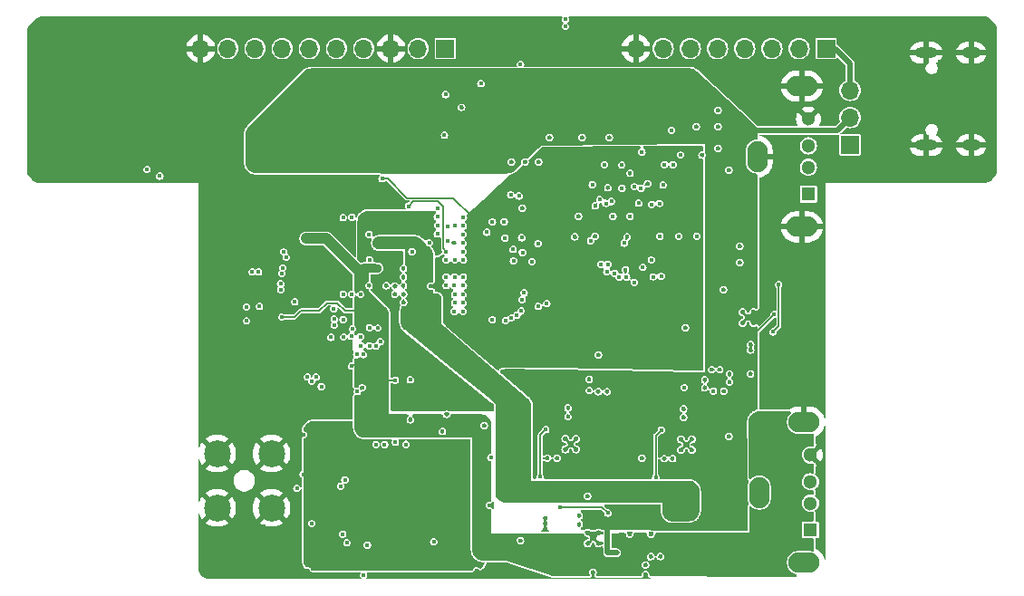
<source format=gbr>
%TF.GenerationSoftware,KiCad,Pcbnew,8.0.2-1*%
%TF.CreationDate,2024-06-14T18:00:13+02:00*%
%TF.ProjectId,hardware,68617264-7761-4726-952e-6b696361645f,rev?*%
%TF.SameCoordinates,Original*%
%TF.FileFunction,Copper,L2,Inr*%
%TF.FilePolarity,Positive*%
%FSLAX46Y46*%
G04 Gerber Fmt 4.6, Leading zero omitted, Abs format (unit mm)*
G04 Created by KiCad (PCBNEW 8.0.2-1) date 2024-06-14 18:00:13*
%MOMM*%
%LPD*%
G01*
G04 APERTURE LIST*
%TA.AperFunction,ComponentPad*%
%ADD10C,0.450000*%
%TD*%
%TA.AperFunction,ComponentPad*%
%ADD11R,1.300000X1.300000*%
%TD*%
%TA.AperFunction,ComponentPad*%
%ADD12C,1.300000*%
%TD*%
%TA.AperFunction,ComponentPad*%
%ADD13O,2.900000X1.900000*%
%TD*%
%TA.AperFunction,ComponentPad*%
%ADD14O,1.900000X2.900000*%
%TD*%
%TA.AperFunction,ComponentPad*%
%ADD15O,2.100000X1.000000*%
%TD*%
%TA.AperFunction,ComponentPad*%
%ADD16O,1.800000X1.000000*%
%TD*%
%TA.AperFunction,ComponentPad*%
%ADD17R,1.700000X1.700000*%
%TD*%
%TA.AperFunction,ComponentPad*%
%ADD18O,1.700000X1.700000*%
%TD*%
%TA.AperFunction,ComponentPad*%
%ADD19C,2.500000*%
%TD*%
%TA.AperFunction,ViaPad*%
%ADD20C,0.400000*%
%TD*%
%TA.AperFunction,Conductor*%
%ADD21C,0.150000*%
%TD*%
%TA.AperFunction,Conductor*%
%ADD22C,1.000000*%
%TD*%
%TA.AperFunction,Conductor*%
%ADD23C,0.500000*%
%TD*%
G04 APERTURE END LIST*
D10*
%TO.N,GND*%
%TO.C,U4*%
X129497200Y-123667900D03*
X129497200Y-124667900D03*
X129997200Y-124167900D03*
X130497200Y-123667900D03*
X130497200Y-124667900D03*
%TD*%
%TO.N,GND*%
%TO.C,U5*%
X140299820Y-123720160D03*
X140299820Y-124720160D03*
X140799820Y-124220160D03*
X141299820Y-123720160D03*
X141299820Y-124720160D03*
%TD*%
%TO.N,GND*%
%TO.C,U6*%
X132600320Y-132458840D03*
X131600320Y-132458840D03*
X132100320Y-132958840D03*
X132600320Y-133458840D03*
X131600320Y-133458840D03*
%TD*%
D11*
%TO.N,+5V*%
%TO.C,J2*%
X152385000Y-132200000D03*
D12*
%TO.N,/A33_GPIO/USB-DM0*%
X152385000Y-129700000D03*
%TO.N,/A33_GPIO/USB-DP0*%
X152385000Y-127700000D03*
%TO.N,GND*%
X152385000Y-125200000D03*
D13*
X151785000Y-135270000D03*
D14*
X147605000Y-128700000D03*
D13*
X151785000Y-122130000D03*
%TD*%
D11*
%TO.N,+5V*%
%TO.C,J3*%
X152200000Y-100800000D03*
D12*
%TO.N,/A33_GPIO/USB-DM1*%
X152200000Y-98300000D03*
%TO.N,/A33_GPIO/USB-DP1*%
X152200000Y-96300000D03*
%TO.N,GND*%
X152200000Y-93800000D03*
D13*
X151600000Y-103870000D03*
D14*
X147420000Y-97300000D03*
D13*
X151600000Y-90730000D03*
%TD*%
D10*
%TO.N,GND*%
%TO.C,U3*%
X147058000Y-112828960D03*
X147058000Y-111828960D03*
X146558000Y-112328960D03*
X146058000Y-112828960D03*
X146058000Y-111828960D03*
%TD*%
D15*
%TO.N,GND*%
%TO.C,J5*%
X163220000Y-96240000D03*
D16*
X167400000Y-96240000D03*
D15*
X163220000Y-87600000D03*
D16*
X167400000Y-87600000D03*
%TD*%
D17*
%TO.N,V_USB*%
%TO.C,J10*%
X156100000Y-96200000D03*
D18*
%TO.N,+5V*%
X156100000Y-93660000D03*
%TO.N,+5V_Flipper*%
X156100000Y-91120000D03*
%TD*%
D17*
%TO.N,Net-(J6-Pin_1)*%
%TO.C,J6*%
X118280000Y-87200000D03*
D18*
%TO.N,/Flipper_SWC*%
X115740000Y-87200000D03*
%TO.N,GND*%
X113200000Y-87200000D03*
%TO.N,/Flipper_SIO*%
X110660000Y-87200000D03*
%TO.N,/UART_TXD*%
X108120000Y-87200000D03*
%TO.N,/UART_RXD*%
X105580000Y-87200000D03*
%TO.N,/Flipper_C1*%
X103040000Y-87200000D03*
%TO.N,/Flipper_C0*%
X100500000Y-87200000D03*
%TO.N,/Flipper_1W*%
X97960000Y-87200000D03*
%TO.N,GND*%
X95420000Y-87200000D03*
%TD*%
D17*
%TO.N,+5V_Flipper*%
%TO.C,J4*%
X153860000Y-87200000D03*
D18*
%TO.N,/Flipper_A7*%
X151320000Y-87200000D03*
%TO.N,/Flipper_A6*%
X148780000Y-87200000D03*
%TO.N,/Flipper_A4*%
X146240000Y-87200000D03*
%TO.N,/Flipper_B3*%
X143700000Y-87200000D03*
%TO.N,/Flipper_B2*%
X141160000Y-87200000D03*
%TO.N,/Flipper_C3*%
X138620000Y-87200000D03*
%TO.N,GND*%
X136080000Y-87200000D03*
%TD*%
D19*
%TO.N,GND*%
%TO.C,J7*%
X102040000Y-125060000D03*
X96960000Y-125060000D03*
X102040000Y-130140000D03*
X96960000Y-130140000D03*
%TD*%
D20*
%TO.N,/DDR3/VREF*%
X138742341Y-98051525D03*
X134990610Y-105386569D03*
%TO.N,/A33_RAM/DVREF*%
X118363999Y-106170999D03*
X114833400Y-101930200D03*
%TO.N,Net-(U3-VOS)*%
X149421401Y-109261461D03*
X148894800Y-113687860D03*
%TO.N,Net-(U4-VOS)*%
X127133799Y-127235399D03*
X127660400Y-122809000D03*
%TO.N,Net-(U5-VOS)*%
X138463020Y-122861260D03*
X137936419Y-127287659D03*
%TO.N,Net-(U6-VOS)*%
X133459220Y-130622040D03*
X129032821Y-130095439D03*
%TO.N,Net-(U2D-RTCVIO)*%
X111201200Y-106934000D03*
%TO.N,/A33_GPIO/USB-DP0*%
X108737400Y-102997000D03*
%TO.N,/A33_GPIO/USB-DM0*%
X109550200Y-102971600D03*
%TO.N,+3.3VA*%
X111400000Y-124800000D03*
X120000000Y-132000000D03*
X105000000Y-127000000D03*
X118500000Y-134600000D03*
X118000000Y-123000000D03*
X120000000Y-128000000D03*
X110053325Y-119264479D03*
%TO.N,/A33_GPIO/UART0_TX*%
X108737400Y-110159800D03*
%TO.N,/A33_GPIO/UART0_RX*%
X109550200Y-110173000D03*
%TO.N,Net-(U2A-DZQ)*%
X119151400Y-103764080D03*
%TO.N,/A33_Power/VCC-EFUSE*%
X115163600Y-106172000D03*
%TO.N,/A33_RAM/CK*%
X135940800Y-109067600D03*
X135940800Y-100101400D03*
%TO.N,/A33_RAM/!CK*%
X136728200Y-107645200D03*
X136570720Y-100243640D03*
%TO.N,Net-(U2D-NMI)*%
X111150400Y-104571800D03*
%TO.N,/A33_RAM/LDM*%
X131851400Y-105168799D03*
X132003800Y-99923600D03*
%TO.N,/A33_RAM/adr13*%
X124433024Y-112392546D03*
X119913400Y-110972600D03*
%TO.N,/A33_RAM/!WE*%
X126371400Y-107118200D03*
X119151400Y-108559600D03*
X137552951Y-101764351D03*
X137530840Y-106963474D03*
%TO.N,/A33_RAM/adr7*%
X125361700Y-111721900D03*
X119151400Y-110210600D03*
%TO.N,/A33_RAM/!CKE*%
X136652000Y-96875600D03*
X118364000Y-109347000D03*
%TO.N,/A33_RAM/d1*%
X125145800Y-100990400D03*
X124612400Y-105968799D03*
%TO.N,/A33_RAM/UDM*%
X122682000Y-103403400D03*
X119948960Y-103759000D03*
%TO.N,/A33_RAM/!CS*%
X125399800Y-104876600D03*
X119938800Y-105384600D03*
X125488700Y-106273600D03*
X123850400Y-104918789D03*
%TO.N,/A33_RAM/!RST*%
X119913400Y-110210600D03*
X124967299Y-112122000D03*
%TO.N,/A33_RAM/d3*%
X119964200Y-106959400D03*
X124387243Y-100866843D03*
%TO.N,/A33_RAM/!CAS*%
X136342123Y-101645915D03*
X119926100Y-106184700D03*
%TO.N,/A33_RAM/d4*%
X135204200Y-108559600D03*
X135535863Y-102868491D03*
%TO.N,/A33_RAM/d0*%
X132715000Y-101320600D03*
X126935280Y-105434214D03*
%TO.N,/A33_RAM/d5*%
X134756582Y-98089689D03*
X134086600Y-108204000D03*
%TO.N,/A33_RAM/d6*%
X133363430Y-108065980D03*
X133940600Y-102870000D03*
%TO.N,/A33_RAM/LDQS*%
X132829914Y-107363475D03*
X133273800Y-101676200D03*
%TO.N,/A33_RAM/adr15*%
X138633200Y-99949000D03*
X119938800Y-111785400D03*
X138455400Y-108483400D03*
X127762000Y-111029800D03*
%TO.N,/A33_RAM/!LDQS*%
X133479647Y-107366090D03*
X133793904Y-101497335D03*
%TO.N,/A33_RAM/!RAS*%
X122148600Y-104368600D03*
X118363999Y-106959400D03*
%TO.N,/A33_RAM/adr9*%
X123901200Y-112642556D03*
X119151400Y-110972600D03*
%TO.N,/A33_RAM/adr3*%
X126960754Y-111309200D03*
X119964200Y-109347000D03*
%TO.N,/A33_RAM/dba2*%
X138303000Y-101676200D03*
X119126000Y-109372400D03*
X137693400Y-108534200D03*
X125450600Y-110667800D03*
%TO.N,/A33_RAM/d7*%
X134785100Y-100266500D03*
X134518400Y-108566000D03*
%TO.N,/A33_RAM/ODT*%
X124643857Y-107048057D03*
X119176800Y-106959400D03*
%TO.N,/A33_RAM/dba1*%
X139549162Y-98044568D03*
X118364000Y-108559600D03*
%TO.N,/A33_RAM/d11*%
X119964200Y-102997000D03*
X123774200Y-103378000D03*
%TO.N,/A33_RAM/dba0*%
X125636202Y-110024998D03*
X119954406Y-108546999D03*
%TO.N,/A33_RAM/adr0*%
X119126000Y-111785400D03*
X122669300Y-112547400D03*
%TO.N,+1V35*%
X140716000Y-115519200D03*
X140017500Y-115519200D03*
X140017500Y-116255800D03*
X140716000Y-116255800D03*
X135354190Y-101752400D03*
X140703300Y-114693700D03*
X140924280Y-104825800D03*
X139547600Y-97231200D03*
X135548514Y-98081160D03*
X134740600Y-98864570D03*
X128828800Y-98463449D03*
X129921000Y-103682800D03*
X112369600Y-99364800D03*
X141071600Y-97129600D03*
X139407900Y-94822000D03*
X137655300Y-100939600D03*
X116900000Y-109400000D03*
X136348499Y-98045255D03*
X130755218Y-103688222D03*
X132313448Y-103647932D03*
X139186920Y-104851200D03*
X129941933Y-102874467D03*
X131572000Y-97282000D03*
%TO.N,GND*%
X132562600Y-119278400D03*
X133400800Y-119278400D03*
X129743200Y-120789700D03*
X129743200Y-121615200D03*
X128701800Y-125476000D03*
X127812800Y-125476000D03*
X138734800Y-125526800D03*
X142519400Y-118162260D03*
X140545820Y-120878600D03*
X139504420Y-125528260D03*
X144297400Y-119227600D03*
X143314420Y-119229060D03*
X140545820Y-121667460D03*
X142519400Y-118922800D03*
X130792220Y-131663440D03*
X130797300Y-130860800D03*
X135500000Y-132600000D03*
X137500000Y-132600000D03*
X136989820Y-135458200D03*
X136989820Y-136362440D03*
X138379200Y-134683500D03*
X137477500Y-134683500D03*
X144830800Y-117602000D03*
X144830800Y-118386860D03*
X143154400Y-117218460D03*
X143916400Y-117218460D03*
X146812000Y-114881660D03*
X146812000Y-115389660D03*
X148640800Y-111020860D03*
X147853400Y-111020860D03*
X122400000Y-129900000D03*
X130728804Y-102861767D03*
X146800000Y-117600000D03*
X101300000Y-131900000D03*
X138328400Y-104749600D03*
X127600000Y-131100000D03*
X121920000Y-122428000D03*
X135260080Y-104805480D03*
X124460000Y-135636000D03*
X118400000Y-121400000D03*
X99200000Y-131100000D03*
X131572000Y-129032000D03*
X124460000Y-97790000D03*
X111200000Y-101800000D03*
X143764000Y-92964000D03*
X100900000Y-132800000D03*
X150876000Y-111760000D03*
X110500000Y-118900000D03*
X114363500Y-107759500D03*
X99000000Y-130500000D03*
X111150400Y-109347000D03*
X150100000Y-92500000D03*
X114363500Y-108559600D03*
X99100000Y-99900000D03*
X141732000Y-94488000D03*
X114376200Y-110921800D03*
X144780000Y-123444000D03*
X95800000Y-102800000D03*
X135107680Y-107878880D03*
X128016000Y-95504000D03*
X105000000Y-123300000D03*
X135530329Y-98863201D03*
X127000000Y-97790000D03*
X145796000Y-107188000D03*
X105400000Y-110000000D03*
X105000000Y-107000000D03*
X104100000Y-131600000D03*
X113563400Y-109385100D03*
X130378200Y-104800400D03*
X103900000Y-109700000D03*
X140258800Y-97142300D03*
X143764000Y-94488000D03*
X100000000Y-129300000D03*
X161200000Y-87900000D03*
X140096240Y-104759760D03*
X112750600Y-109372400D03*
X104100000Y-105500000D03*
X144272000Y-109728000D03*
X133900000Y-87300000D03*
X100100000Y-130500000D03*
X114363500Y-109372400D03*
X142252700Y-97155000D03*
X127600000Y-131600000D03*
X131724400Y-119164100D03*
X105800000Y-131600000D03*
X95600000Y-93600000D03*
X141772640Y-104744520D03*
X128400000Y-84600000D03*
X125730000Y-97790000D03*
X145796000Y-105664000D03*
X106900000Y-102200000D03*
X99900000Y-132200000D03*
X115000000Y-121900000D03*
X158800000Y-97200000D03*
X144780000Y-98552000D03*
X119092337Y-105363599D03*
X104400000Y-133300000D03*
X153900000Y-97700000D03*
X127600000Y-132100000D03*
X121200000Y-136000000D03*
X97700000Y-102100000D03*
X136652000Y-125476000D03*
X100000000Y-129900000D03*
X103800000Y-133300000D03*
X131064000Y-95504000D03*
X143764000Y-96520000D03*
X105000000Y-113100000D03*
X101500000Y-132900000D03*
X104700000Y-131600000D03*
X105400000Y-136000000D03*
X133464300Y-100215700D03*
X132283200Y-101904800D03*
X99500000Y-131700000D03*
X100400000Y-132600000D03*
X103200000Y-133300000D03*
X113563400Y-110172500D03*
X154200000Y-89300000D03*
X119800000Y-92700000D03*
X158400000Y-92300000D03*
X91200000Y-95000000D03*
X99000000Y-129300000D03*
X131724400Y-118110000D03*
X132257800Y-104736900D03*
X164500000Y-88400000D03*
X133146800Y-98056700D03*
X125300000Y-133200000D03*
X151384000Y-118872000D03*
X132080000Y-136144000D03*
X94500000Y-97900000D03*
X100700000Y-131500000D03*
X125476000Y-102108000D03*
X100300000Y-131100000D03*
X103124000Y-119380000D03*
X106900000Y-119400000D03*
X137172700Y-99834700D03*
X114376200Y-110159800D03*
X108712000Y-100584000D03*
X133604000Y-95504000D03*
X164700000Y-95600000D03*
X161700000Y-96000000D03*
X150876000Y-110744000D03*
X140600000Y-118900000D03*
X99000000Y-129900000D03*
X132588000Y-115824000D03*
X140716000Y-113284000D03*
%TO.N,+2V5*%
X122529600Y-125425200D03*
X119913400Y-104571800D03*
%TO.N,+1V1*%
X111798100Y-105625900D03*
X141516100Y-130327400D03*
X140716000Y-130327400D03*
X140716000Y-129260600D03*
X141516100Y-129260600D03*
X117558820Y-111747300D03*
X116776500Y-106959400D03*
X114335620Y-112575280D03*
X115938300Y-105371900D03*
%TO.N,+3V0*%
X121577100Y-119900700D03*
X119913400Y-120523000D03*
X111912400Y-107010200D03*
X121005600Y-120523000D03*
X117563999Y-106197400D03*
X111495840Y-108610400D03*
X120459500Y-119900700D03*
%TO.N,+3V3*%
X99700000Y-112650000D03*
X118300000Y-91500000D03*
X103000000Y-112300000D03*
X108757201Y-106233732D03*
X105200000Y-104900000D03*
X148590000Y-121348500D03*
X113600000Y-118200000D03*
X122575000Y-134400000D03*
X90400000Y-98500000D03*
X118200000Y-95300000D03*
X111937800Y-107746800D03*
X116763800Y-105359200D03*
X115011363Y-118165953D03*
X112750600Y-111760000D03*
X109517157Y-116882843D03*
%TO.N,+5V*%
X138361420Y-124486860D03*
X142171420Y-122886660D03*
X131833620Y-130520440D03*
X133433820Y-134330440D03*
X143162020Y-124055060D03*
X143974820Y-123343860D03*
X144195800Y-112494060D03*
X143383000Y-113205260D03*
X145186400Y-113652300D03*
X148996400Y-112052100D03*
X131368800Y-122834400D03*
X132359400Y-124002800D03*
X147200000Y-100800000D03*
X146000000Y-131800000D03*
X134289800Y-134327900D03*
X127558800Y-124434600D03*
X133172200Y-123291600D03*
%TO.N,/A33_GPIO/LCD_RST*%
X104200000Y-110875000D03*
X111200000Y-113300000D03*
%TO.N,/A33_GPIO/LCD_TE*%
X111977375Y-113321156D03*
X100900000Y-111300000D03*
%TO.N,/SD_DET*%
X110375700Y-110185200D03*
X104407790Y-128300000D03*
%TO.N,/A33_GPIO/RST_N*%
X117200000Y-133300000D03*
X107900000Y-113065305D03*
%TO.N,/A33_GPIO/TXD*%
X105800000Y-118300000D03*
X108692200Y-132600000D03*
%TO.N,/A33_GPIO/WAKE*%
X109500000Y-114100000D03*
X108500000Y-128100000D03*
%TO.N,/A33_GPIO/RXD*%
X105384400Y-117900000D03*
X110644955Y-136429444D03*
%TO.N,/WiFi/LPO*%
X108766067Y-114165305D03*
%TO.N,/WiFi/WL_HOST_WAKE*%
X107600000Y-114200000D03*
%TO.N,/WiFi/WL_REG_ON*%
X109600000Y-113400000D03*
%TO.N,/A33_GPIO/RTS_N*%
X106190918Y-117907461D03*
X109092200Y-133400000D03*
%TO.N,/A33_GPIO/CTS_N*%
X106700000Y-118800000D03*
X111000000Y-133600000D03*
%TO.N,/A33_GPIO/HOST_WAKE*%
X108900000Y-127500000D03*
X110329647Y-114128886D03*
%TO.N,/A33_GPIO/LCD_DIM*%
X107858189Y-111512254D03*
X91600000Y-99125000D03*
%TO.N,/A33_GPIO/D0N*%
X118525000Y-103831278D03*
X103175000Y-106200000D03*
%TO.N,/A33_GPIO/D0P*%
X118525000Y-105208959D03*
X103425081Y-106721257D03*
%TO.N,/A33_GPIO/D1N*%
X102890901Y-109190901D03*
X117563999Y-103721156D03*
%TO.N,/A33_GPIO/D1P*%
X117529647Y-104528886D03*
X102903131Y-109740767D03*
%TO.N,Net-(J8-Pin_14)*%
X99700000Y-111350000D03*
%TO.N,/A33_GPIO/CLKP*%
X102994226Y-108232341D03*
X117529647Y-102928886D03*
%TO.N,/A33_GPIO/CLKN*%
X117600000Y-102100000D03*
X103090901Y-107690901D03*
%TO.N,Net-(U10-TXD)*%
X108729647Y-112528886D03*
X100819051Y-108080949D03*
X121600000Y-90475000D03*
%TO.N,Net-(U10-RXD)*%
X100218530Y-108081470D03*
X125311090Y-88688910D03*
X107900000Y-112500000D03*
%TO.N,/A33_GPIO/D-*%
X129497214Y-85125000D03*
%TO.N,/A33_GPIO/D+*%
X129497214Y-84475000D03*
%TO.N,/A33_GPIO/SDC1.D1*%
X111194004Y-114993856D03*
X114600000Y-124200000D03*
%TO.N,/A33_GPIO/SDC1.CMD*%
X111800000Y-124200000D03*
X110394004Y-114993856D03*
%TO.N,/A33_GPIO/SDC1.CLK*%
X112600000Y-124200000D03*
X110000000Y-115800000D03*
%TO.N,/A33_GPIO/SDC1.D0*%
X110600000Y-115800000D03*
X113600000Y-124000000D03*
%TO.N,/A33_GPIO/SDC1.D3*%
X112200000Y-114600000D03*
%TO.N,/A33_GPIO/SDC1.D2*%
X111811084Y-115019812D03*
%TD*%
D21*
%TO.N,/A33_RAM/DVREF*%
X118100000Y-105907000D02*
X118100000Y-101998959D01*
X118100000Y-101998959D02*
X117584940Y-101483899D01*
X118363999Y-106170999D02*
X118100000Y-105907000D01*
X115279701Y-101483899D02*
X114833400Y-101930200D01*
X117584940Y-101483899D02*
X115279701Y-101483899D01*
%TO.N,Net-(U3-VOS)*%
X148894800Y-113687860D02*
X149421401Y-113161259D01*
X149421401Y-113161259D02*
X149421401Y-109261461D01*
%TO.N,Net-(U4-VOS)*%
X127133799Y-123335601D02*
X127133799Y-127235399D01*
X127660400Y-122809000D02*
X127133799Y-123335601D01*
%TO.N,Net-(U5-VOS)*%
X138463020Y-122861260D02*
X137936419Y-123387861D01*
X137936419Y-123387861D02*
X137936419Y-127287659D01*
%TO.N,Net-(U6-VOS)*%
X132932619Y-130095439D02*
X129032821Y-130095439D01*
X133459220Y-130622040D02*
X132932619Y-130095439D01*
%TO.N,+1V35*%
X112369600Y-99364800D02*
X112897002Y-99364800D01*
X112897002Y-99364800D02*
X114716101Y-101183899D01*
X119040099Y-101183899D02*
X114716101Y-101183899D01*
X120700800Y-102844600D02*
X119040099Y-101183899D01*
%TO.N,+3V3*%
X106500000Y-111700000D02*
X104800000Y-111700000D01*
X107200000Y-111000000D02*
X106500000Y-111700000D01*
X109600000Y-116800000D02*
X110100000Y-116800000D01*
X108200000Y-111000000D02*
X107200000Y-111000000D01*
X104200000Y-112300000D02*
X103000000Y-112300000D01*
D22*
X108692950Y-106470450D02*
X110172500Y-107950000D01*
D21*
X104800000Y-111700000D02*
X104200000Y-112300000D01*
X109900000Y-111700000D02*
X108900000Y-111700000D01*
X108762800Y-106400600D02*
X108692950Y-106470450D01*
X113600000Y-118200000D02*
X112900000Y-118200000D01*
D22*
X107188000Y-104965500D02*
X108692950Y-106470450D01*
D21*
X112900000Y-118200000D02*
X112800000Y-118100000D01*
X108900000Y-111700000D02*
X108200000Y-111000000D01*
X109517157Y-116882843D02*
X109600000Y-116800000D01*
D22*
X105283000Y-104965500D02*
X107188000Y-104965500D01*
D21*
%TO.N,+5V*%
X138361420Y-124486860D02*
X139961620Y-122886660D01*
X139961620Y-122886660D02*
X142171420Y-122886660D01*
X131833620Y-130520440D02*
X133433820Y-132120640D01*
X147396200Y-113652300D02*
X145186400Y-113652300D01*
X148996400Y-112052100D02*
X147396200Y-113652300D01*
D23*
X133433820Y-132120640D02*
X133433820Y-134330440D01*
X144750529Y-94850000D02*
X154910000Y-94850000D01*
X144500529Y-94600000D02*
X144750529Y-94850000D01*
D21*
X129159000Y-122834400D02*
X131368800Y-122834400D01*
D23*
X154910000Y-94850000D02*
X156100000Y-93660000D01*
X144500000Y-94600000D02*
X144500000Y-94600529D01*
D21*
X127558800Y-124434600D02*
X129159000Y-122834400D01*
D23*
X144500529Y-94600000D02*
X144500000Y-94600000D01*
X134287260Y-134330440D02*
X134289800Y-134327900D01*
X133433820Y-134330440D02*
X134287260Y-134330440D01*
%TO.N,+5V_Flipper*%
X154700000Y-87200000D02*
X156100000Y-88600000D01*
X153860000Y-87200000D02*
X154700000Y-87200000D01*
X156100000Y-88600000D02*
X156100000Y-91120000D01*
%TD*%
%TA.AperFunction,Conductor*%
%TO.N,GND*%
G36*
X129198645Y-84214352D02*
G01*
X129212997Y-84249000D01*
X129207657Y-84271245D01*
X129159714Y-84365338D01*
X129142345Y-84475000D01*
X129159714Y-84584661D01*
X129210117Y-84683584D01*
X129210119Y-84683587D01*
X129291354Y-84764822D01*
X129289879Y-84766296D01*
X129305834Y-84792350D01*
X129297068Y-84828814D01*
X129291029Y-84834853D01*
X129291354Y-84835178D01*
X129210119Y-84916412D01*
X129210117Y-84916415D01*
X129159714Y-85015338D01*
X129142345Y-85125000D01*
X129159714Y-85234661D01*
X129197926Y-85309658D01*
X129210119Y-85333587D01*
X129288627Y-85412095D01*
X129387553Y-85462500D01*
X129497214Y-85479869D01*
X129606875Y-85462500D01*
X129705801Y-85412095D01*
X129784309Y-85333587D01*
X129834714Y-85234661D01*
X129852083Y-85125000D01*
X129834714Y-85015339D01*
X129784309Y-84916413D01*
X129705801Y-84837905D01*
X129703074Y-84835178D01*
X129704553Y-84833698D01*
X129688598Y-84807682D01*
X129697340Y-84771212D01*
X129703402Y-84765150D01*
X129703074Y-84764822D01*
X129714345Y-84753551D01*
X129784309Y-84683587D01*
X129834714Y-84584661D01*
X129852083Y-84475000D01*
X129834714Y-84365339D01*
X129786770Y-84271244D01*
X129783829Y-84233858D01*
X129808186Y-84205340D01*
X129830431Y-84200000D01*
X168793255Y-84200000D01*
X168814927Y-84205053D01*
X168984378Y-84288617D01*
X168989913Y-84291812D01*
X169137048Y-84390125D01*
X169199329Y-84431740D01*
X169204414Y-84435642D01*
X169393767Y-84601700D01*
X169398299Y-84606232D01*
X169564357Y-84795585D01*
X169568259Y-84800670D01*
X169708182Y-85010078D01*
X169711385Y-85015626D01*
X169765322Y-85125000D01*
X169794947Y-85185072D01*
X169800000Y-85206744D01*
X169800000Y-98793254D01*
X169794947Y-98814926D01*
X169711387Y-98984370D01*
X169708182Y-98989921D01*
X169568259Y-99199329D01*
X169564357Y-99204414D01*
X169398299Y-99393767D01*
X169393767Y-99398299D01*
X169204414Y-99564357D01*
X169199329Y-99568259D01*
X168989921Y-99708182D01*
X168984370Y-99711387D01*
X168814927Y-99794947D01*
X168793255Y-99800000D01*
X153800000Y-99800000D01*
X153800000Y-100799998D01*
X153800000Y-121765129D01*
X153785648Y-121799777D01*
X153751000Y-121814129D01*
X153716352Y-121799777D01*
X153704398Y-121780271D01*
X153636181Y-121570323D01*
X153531992Y-121365842D01*
X153397098Y-121180175D01*
X153397095Y-121180171D01*
X153234829Y-121017905D01*
X153234824Y-121017901D01*
X153049157Y-120883007D01*
X152844676Y-120778818D01*
X152626416Y-120707901D01*
X152626413Y-120707900D01*
X152399746Y-120672000D01*
X152039000Y-120672000D01*
X152039000Y-121480000D01*
X151531000Y-121480000D01*
X151531000Y-120672000D01*
X151170254Y-120672000D01*
X150943586Y-120707900D01*
X150943583Y-120707901D01*
X150725323Y-120778818D01*
X150520842Y-120883007D01*
X150456654Y-120929642D01*
X150427853Y-120939000D01*
X147651248Y-120939000D01*
X147616600Y-120924648D01*
X147602248Y-120890000D01*
X147602742Y-120883059D01*
X147604555Y-120870382D01*
X147607350Y-120850857D01*
X147602710Y-113785020D01*
X147617038Y-113750365D01*
X148947699Y-112419704D01*
X148982346Y-112405353D01*
X148990006Y-112405956D01*
X148996400Y-112406969D01*
X149106061Y-112389600D01*
X149124655Y-112380126D01*
X149162043Y-112377183D01*
X149190560Y-112401539D01*
X149195901Y-112423785D01*
X149195901Y-113047557D01*
X149181549Y-113082205D01*
X148943500Y-113320253D01*
X148908852Y-113334605D01*
X148901191Y-113334002D01*
X148894804Y-113332991D01*
X148894802Y-113332991D01*
X148894801Y-113332991D01*
X148894800Y-113332991D01*
X148821692Y-113344570D01*
X148785138Y-113350360D01*
X148686215Y-113400763D01*
X148686212Y-113400765D01*
X148607705Y-113479272D01*
X148607703Y-113479275D01*
X148557300Y-113578198D01*
X148539931Y-113687860D01*
X148557300Y-113797521D01*
X148605139Y-113891412D01*
X148607705Y-113896447D01*
X148686213Y-113974955D01*
X148785139Y-114025360D01*
X148894800Y-114042729D01*
X149004461Y-114025360D01*
X149103387Y-113974955D01*
X149181895Y-113896447D01*
X149232300Y-113797521D01*
X149249669Y-113687860D01*
X149248657Y-113681474D01*
X149257409Y-113645008D01*
X149262399Y-113639164D01*
X149542244Y-113359320D01*
X149542247Y-113359318D01*
X149549136Y-113352429D01*
X149549137Y-113352429D01*
X149612571Y-113288995D01*
X149646901Y-113206114D01*
X149646901Y-109551939D01*
X149661253Y-109517291D01*
X149684610Y-109493934D01*
X149708496Y-109470048D01*
X149758901Y-109371122D01*
X149776270Y-109261461D01*
X149758901Y-109151800D01*
X149708496Y-109052874D01*
X149629988Y-108974366D01*
X149629985Y-108974364D01*
X149531062Y-108923961D01*
X149421401Y-108906592D01*
X149311739Y-108923961D01*
X149212816Y-108974364D01*
X149212813Y-108974366D01*
X149134306Y-109052873D01*
X149134304Y-109052876D01*
X149083901Y-109151799D01*
X149066532Y-109261461D01*
X149083901Y-109371122D01*
X149134304Y-109470045D01*
X149134306Y-109470048D01*
X149181549Y-109517291D01*
X149195901Y-109551939D01*
X149195901Y-111680415D01*
X149181549Y-111715063D01*
X149146901Y-111729415D01*
X149124657Y-111724075D01*
X149106061Y-111714600D01*
X148996400Y-111697231D01*
X148886738Y-111714600D01*
X148787815Y-111765003D01*
X148787812Y-111765005D01*
X148709305Y-111843512D01*
X148709303Y-111843515D01*
X148658900Y-111942438D01*
X148653822Y-111974500D01*
X148644492Y-112033409D01*
X148641531Y-112052102D01*
X148641531Y-112052104D01*
X148642542Y-112058491D01*
X148633784Y-112094957D01*
X148628793Y-112100800D01*
X147622746Y-113106847D01*
X147588098Y-113121199D01*
X147553450Y-113106847D01*
X147548049Y-113100432D01*
X147545088Y-113096232D01*
X147526316Y-113069603D01*
X147521910Y-113063658D01*
X147457702Y-113015114D01*
X147391917Y-112988414D01*
X147391900Y-112988407D01*
X147384997Y-112985795D01*
X147344866Y-112982733D01*
X147304737Y-112979671D01*
X147304736Y-112979671D01*
X147304732Y-112979671D01*
X147234963Y-112992774D01*
X147193059Y-113007054D01*
X147193058Y-113007054D01*
X147133747Y-113037275D01*
X147119167Y-113042013D01*
X147065664Y-113050487D01*
X147050334Y-113050487D01*
X146996831Y-113042013D01*
X146982252Y-113037276D01*
X146933985Y-113012683D01*
X146921586Y-113003674D01*
X146883282Y-112965370D01*
X146874271Y-112952967D01*
X146849681Y-112904706D01*
X146844944Y-112890128D01*
X146843935Y-112883754D01*
X146837333Y-112842063D01*
X146837330Y-112842041D01*
X146836031Y-112833846D01*
X146830645Y-112815982D01*
X146823897Y-112793598D01*
X146823896Y-112793594D01*
X146795840Y-112732160D01*
X146793609Y-112727483D01*
X146740320Y-112667155D01*
X146681148Y-112627923D01*
X146674884Y-112623981D01*
X146597439Y-112602041D01*
X146587297Y-112601896D01*
X146526456Y-112601028D01*
X146526452Y-112601028D01*
X146526450Y-112601028D01*
X146520900Y-112601080D01*
X146519048Y-112601098D01*
X146442038Y-112624509D01*
X146442035Y-112624511D01*
X146381783Y-112662028D01*
X146375579Y-112666099D01*
X146323453Y-112727426D01*
X146323452Y-112727427D01*
X146293039Y-112791582D01*
X146293037Y-112791589D01*
X146279966Y-112833861D01*
X146279965Y-112833866D01*
X146271053Y-112890128D01*
X146266316Y-112904707D01*
X146241726Y-112952969D01*
X146232714Y-112965372D01*
X146194412Y-113003674D01*
X146182009Y-113012685D01*
X146157878Y-113024981D01*
X146133747Y-113037276D01*
X146119167Y-113042013D01*
X146065664Y-113050487D01*
X146050334Y-113050487D01*
X145996831Y-113042013D01*
X145982252Y-113037276D01*
X145933985Y-113012683D01*
X145921586Y-113003674D01*
X145883282Y-112965370D01*
X145874271Y-112952967D01*
X145849681Y-112904706D01*
X145844944Y-112890128D01*
X145843935Y-112883755D01*
X145836470Y-112836618D01*
X145836470Y-112821299D01*
X145844945Y-112767787D01*
X145849680Y-112753215D01*
X145874275Y-112704944D01*
X145883281Y-112692548D01*
X145921587Y-112654242D01*
X145933987Y-112645234D01*
X145982252Y-112620642D01*
X145996832Y-112615904D01*
X146053091Y-112606995D01*
X146093365Y-112594856D01*
X146154800Y-112566799D01*
X146159476Y-112564569D01*
X146199873Y-112528886D01*
X146219801Y-112511283D01*
X146219801Y-112511282D01*
X146219804Y-112511280D01*
X146259036Y-112452108D01*
X146262978Y-112445844D01*
X146284918Y-112368399D01*
X146285931Y-112297410D01*
X146285861Y-112290010D01*
X146262449Y-112212998D01*
X146224922Y-112152730D01*
X146224918Y-112152724D01*
X146224905Y-112152703D01*
X146220866Y-112146548D01*
X146220862Y-112146544D01*
X146220861Y-112146542D01*
X146159530Y-112094412D01*
X146159526Y-112094410D01*
X146159527Y-112094410D01*
X146117526Y-112074500D01*
X146095377Y-112064000D01*
X146083530Y-112060336D01*
X146053096Y-112050926D01*
X146053093Y-112050925D01*
X146053092Y-112050925D01*
X146038075Y-112048546D01*
X145996829Y-112042013D01*
X145982250Y-112037275D01*
X145933989Y-112012685D01*
X145921586Y-112003674D01*
X145883285Y-111965373D01*
X145874274Y-111952970D01*
X145849681Y-111904703D01*
X145844944Y-111890128D01*
X145836470Y-111836618D01*
X145836470Y-111821299D01*
X145844945Y-111767787D01*
X145849682Y-111753212D01*
X145874275Y-111704944D01*
X145883281Y-111692548D01*
X145921588Y-111654241D01*
X145933984Y-111645235D01*
X145982255Y-111620640D01*
X145996827Y-111615905D01*
X146050340Y-111607430D01*
X146065658Y-111607430D01*
X146119168Y-111615904D01*
X146133744Y-111620641D01*
X146166035Y-111637094D01*
X146182009Y-111645233D01*
X146194412Y-111654244D01*
X146232714Y-111692546D01*
X146241725Y-111704949D01*
X146266315Y-111753210D01*
X146271053Y-111767789D01*
X146279964Y-111824052D01*
X146287712Y-111849754D01*
X146292104Y-111864325D01*
X146319593Y-111924516D01*
X146320182Y-111925806D01*
X146322387Y-111930430D01*
X146322394Y-111930441D01*
X146375676Y-111990761D01*
X146375678Y-111990762D01*
X146375680Y-111990764D01*
X146434852Y-112029996D01*
X146441116Y-112033938D01*
X146518561Y-112055878D01*
X146589550Y-112056891D01*
X146596950Y-112056821D01*
X146673962Y-112033409D01*
X146734230Y-111995882D01*
X146734256Y-111995865D01*
X146740411Y-111991826D01*
X146740412Y-111991824D01*
X146740418Y-111991821D01*
X146792548Y-111930490D01*
X146822960Y-111866337D01*
X146836035Y-111824051D01*
X146844944Y-111767792D01*
X146849682Y-111753212D01*
X146874273Y-111704949D01*
X146874274Y-111704946D01*
X146883284Y-111692546D01*
X146921588Y-111654241D01*
X146933984Y-111645235D01*
X146982255Y-111620640D01*
X146996827Y-111615905D01*
X147050341Y-111607430D01*
X147065659Y-111607430D01*
X147119167Y-111615904D01*
X147133748Y-111620642D01*
X147191838Y-111650241D01*
X147191843Y-111650243D01*
X147191847Y-111650245D01*
X147215497Y-111659938D01*
X147254849Y-111672400D01*
X147324026Y-111678059D01*
X147394294Y-111667909D01*
X147401592Y-111666677D01*
X147473971Y-111631458D01*
X147527596Y-111584930D01*
X147533070Y-111579948D01*
X147574918Y-111511189D01*
X147590011Y-111459661D01*
X147594874Y-111443059D01*
X147594874Y-111443058D01*
X147594875Y-111443055D01*
X147601145Y-111399242D01*
X147596034Y-103615999D01*
X149664056Y-103615999D01*
X149664057Y-103616000D01*
X150501656Y-103616000D01*
X150474979Y-103680402D01*
X150450000Y-103805981D01*
X150450000Y-103934019D01*
X150474979Y-104059598D01*
X150501656Y-104124000D01*
X149664056Y-104124000D01*
X149677900Y-104211413D01*
X149677901Y-104211416D01*
X149748818Y-104429676D01*
X149853007Y-104634157D01*
X149987901Y-104819824D01*
X149987905Y-104819829D01*
X150150171Y-104982095D01*
X150150175Y-104982098D01*
X150335842Y-105116992D01*
X150540323Y-105221181D01*
X150758583Y-105292098D01*
X150758586Y-105292099D01*
X150985254Y-105328000D01*
X151346000Y-105328000D01*
X151346000Y-104520000D01*
X151854000Y-104520000D01*
X151854000Y-105328000D01*
X152214746Y-105328000D01*
X152441413Y-105292099D01*
X152441416Y-105292098D01*
X152659676Y-105221181D01*
X152864157Y-105116992D01*
X153049824Y-104982098D01*
X153049829Y-104982095D01*
X153212095Y-104819829D01*
X153212098Y-104819824D01*
X153346992Y-104634157D01*
X153451181Y-104429676D01*
X153522098Y-104211416D01*
X153522099Y-104211413D01*
X153535944Y-104124000D01*
X152698344Y-104124000D01*
X152725021Y-104059598D01*
X152750000Y-103934019D01*
X152750000Y-103805981D01*
X152725021Y-103680402D01*
X152698344Y-103616000D01*
X153535943Y-103616000D01*
X153535943Y-103615999D01*
X153522099Y-103528586D01*
X153522098Y-103528583D01*
X153451181Y-103310323D01*
X153346992Y-103105842D01*
X153212098Y-102920175D01*
X153212095Y-102920171D01*
X153049829Y-102757905D01*
X153049824Y-102757901D01*
X152864157Y-102623007D01*
X152659676Y-102518818D01*
X152441416Y-102447901D01*
X152441413Y-102447900D01*
X152214746Y-102412000D01*
X151854000Y-102412000D01*
X151854000Y-103220000D01*
X151346000Y-103220000D01*
X151346000Y-102412000D01*
X150985254Y-102412000D01*
X150758586Y-102447900D01*
X150758583Y-102447901D01*
X150540323Y-102518818D01*
X150335842Y-102623007D01*
X150150175Y-102757901D01*
X149987901Y-102920175D01*
X149853007Y-103105842D01*
X149748818Y-103310323D01*
X149677901Y-103528583D01*
X149677900Y-103528586D01*
X149664056Y-103615999D01*
X147596034Y-103615999D01*
X147593749Y-100135176D01*
X151399500Y-100135176D01*
X151399500Y-101464823D01*
X151408232Y-101508721D01*
X151441495Y-101558504D01*
X151469095Y-101576945D01*
X151491278Y-101591767D01*
X151535180Y-101600500D01*
X152864820Y-101600500D01*
X152908722Y-101591767D01*
X152958504Y-101558504D01*
X152991767Y-101508722D01*
X153000500Y-101464820D01*
X153000500Y-100135180D01*
X152991767Y-100091278D01*
X152958504Y-100041495D01*
X152908721Y-100008232D01*
X152864823Y-99999500D01*
X152864820Y-99999500D01*
X151535180Y-99999500D01*
X151535176Y-99999500D01*
X151491278Y-100008232D01*
X151441495Y-100041495D01*
X151408232Y-100091278D01*
X151399500Y-100135176D01*
X147593749Y-100135176D01*
X147593194Y-99290622D01*
X147607523Y-99255967D01*
X147634529Y-99242195D01*
X147761413Y-99222099D01*
X147761416Y-99222098D01*
X147979676Y-99151181D01*
X148184157Y-99046992D01*
X148369824Y-98912098D01*
X148369829Y-98912095D01*
X148532095Y-98749829D01*
X148532098Y-98749824D01*
X148666992Y-98564157D01*
X148771181Y-98359676D01*
X148790571Y-98300000D01*
X151394435Y-98300000D01*
X151414631Y-98479249D01*
X151414633Y-98479258D01*
X151474212Y-98649526D01*
X151568290Y-98799248D01*
X151570184Y-98802262D01*
X151697738Y-98929816D01*
X151697740Y-98929817D01*
X151850473Y-99025787D01*
X151850477Y-99025788D01*
X151850478Y-99025789D01*
X152020745Y-99085368D01*
X152200000Y-99105565D01*
X152379255Y-99085368D01*
X152549522Y-99025789D01*
X152549524Y-99025787D01*
X152549526Y-99025787D01*
X152610385Y-98987546D01*
X152702262Y-98929816D01*
X152829816Y-98802262D01*
X152894101Y-98699953D01*
X152925787Y-98649526D01*
X152925787Y-98649524D01*
X152925789Y-98649522D01*
X152985368Y-98479255D01*
X153005565Y-98300000D01*
X152985368Y-98120745D01*
X152925789Y-97950478D01*
X152925788Y-97950477D01*
X152925787Y-97950473D01*
X152829817Y-97797740D01*
X152829816Y-97797738D01*
X152702262Y-97670184D01*
X152700911Y-97669335D01*
X152549526Y-97574212D01*
X152379258Y-97514633D01*
X152379257Y-97514632D01*
X152379255Y-97514632D01*
X152379251Y-97514631D01*
X152379249Y-97514631D01*
X152200000Y-97494435D01*
X152020750Y-97514631D01*
X152020741Y-97514633D01*
X151850473Y-97574212D01*
X151697740Y-97670182D01*
X151697736Y-97670185D01*
X151570185Y-97797736D01*
X151570182Y-97797740D01*
X151474212Y-97950473D01*
X151414633Y-98120741D01*
X151414631Y-98120750D01*
X151394435Y-98300000D01*
X148790571Y-98300000D01*
X148842098Y-98141416D01*
X148842099Y-98141413D01*
X148878000Y-97914746D01*
X148878000Y-97554000D01*
X148070000Y-97554000D01*
X148070000Y-97046000D01*
X148878000Y-97046000D01*
X148878000Y-96685253D01*
X148842099Y-96458586D01*
X148842098Y-96458583D01*
X148790571Y-96300000D01*
X151394435Y-96300000D01*
X151414631Y-96479249D01*
X151414633Y-96479258D01*
X151474212Y-96649526D01*
X151570182Y-96802259D01*
X151570184Y-96802262D01*
X151697738Y-96929816D01*
X151697740Y-96929817D01*
X151850473Y-97025787D01*
X151850477Y-97025788D01*
X151850478Y-97025789D01*
X152020745Y-97085368D01*
X152200000Y-97105565D01*
X152379255Y-97085368D01*
X152549522Y-97025789D01*
X152549524Y-97025787D01*
X152549526Y-97025787D01*
X152609561Y-96988064D01*
X152702262Y-96929816D01*
X152829816Y-96802262D01*
X152903338Y-96685253D01*
X152925787Y-96649526D01*
X152925787Y-96649524D01*
X152925789Y-96649522D01*
X152985368Y-96479255D01*
X153005565Y-96300000D01*
X152985368Y-96120745D01*
X152925789Y-95950478D01*
X152925788Y-95950477D01*
X152925787Y-95950473D01*
X152829817Y-95797740D01*
X152829816Y-95797738D01*
X152702262Y-95670184D01*
X152697585Y-95667245D01*
X152549526Y-95574212D01*
X152379258Y-95514633D01*
X152379257Y-95514632D01*
X152379255Y-95514632D01*
X152379251Y-95514631D01*
X152379249Y-95514631D01*
X152200000Y-95494435D01*
X152020750Y-95514631D01*
X152020741Y-95514633D01*
X151850473Y-95574212D01*
X151697740Y-95670182D01*
X151697736Y-95670185D01*
X151570185Y-95797736D01*
X151570182Y-95797740D01*
X151474212Y-95950473D01*
X151414633Y-96120741D01*
X151414631Y-96120750D01*
X151394435Y-96300000D01*
X148790571Y-96300000D01*
X148771181Y-96240323D01*
X148666992Y-96035842D01*
X148532098Y-95850175D01*
X148532095Y-95850171D01*
X148369829Y-95687905D01*
X148369824Y-95687901D01*
X148184157Y-95553007D01*
X147979676Y-95448818D01*
X147761416Y-95377901D01*
X147761415Y-95377900D01*
X147631913Y-95357389D01*
X147599937Y-95337793D01*
X147590580Y-95309022D01*
X147590574Y-95299525D01*
X147604908Y-95264870D01*
X147639548Y-95250500D01*
X154962730Y-95250500D01*
X154962730Y-95250499D01*
X155031152Y-95232166D01*
X155049421Y-95227271D01*
X155086603Y-95232166D01*
X155109433Y-95261919D01*
X155107838Y-95286279D01*
X155109174Y-95286545D01*
X155099500Y-95335176D01*
X155099500Y-97064823D01*
X155108232Y-97108721D01*
X155141495Y-97158504D01*
X155191278Y-97191767D01*
X155235180Y-97200500D01*
X156964820Y-97200500D01*
X157008722Y-97191767D01*
X157058504Y-97158504D01*
X157091767Y-97108722D01*
X157100500Y-97064820D01*
X157100500Y-95985999D01*
X161692775Y-95985999D01*
X161692776Y-95986000D01*
X162509940Y-95986000D01*
X162485795Y-95999940D01*
X162429940Y-96055795D01*
X162390444Y-96124204D01*
X162370000Y-96200504D01*
X162370000Y-96279496D01*
X162390444Y-96355796D01*
X162429940Y-96424205D01*
X162485795Y-96480060D01*
X162509940Y-96494000D01*
X161692775Y-96494000D01*
X161700734Y-96534013D01*
X161700737Y-96534024D01*
X161776720Y-96717463D01*
X161887034Y-96882561D01*
X162027438Y-97022965D01*
X162192536Y-97133279D01*
X162375969Y-97209260D01*
X162375988Y-97209265D01*
X162570715Y-97247999D01*
X162570722Y-97248000D01*
X162966000Y-97248000D01*
X162966000Y-96540000D01*
X163474000Y-96540000D01*
X163474000Y-97248000D01*
X163869278Y-97248000D01*
X163869284Y-97247999D01*
X164064011Y-97209265D01*
X164064030Y-97209260D01*
X164247463Y-97133279D01*
X164412561Y-97022965D01*
X164552965Y-96882561D01*
X164663279Y-96717463D01*
X164739262Y-96534024D01*
X164739265Y-96534013D01*
X164747224Y-96494000D01*
X163930060Y-96494000D01*
X163954205Y-96480060D01*
X164010060Y-96424205D01*
X164049556Y-96355796D01*
X164070000Y-96279496D01*
X164070000Y-96200504D01*
X164049556Y-96124204D01*
X164010060Y-96055795D01*
X163954205Y-95999940D01*
X163930060Y-95986000D01*
X164747224Y-95986000D01*
X164747224Y-95985999D01*
X166022775Y-95985999D01*
X166022776Y-95986000D01*
X166839940Y-95986000D01*
X166815795Y-95999940D01*
X166759940Y-96055795D01*
X166720444Y-96124204D01*
X166700000Y-96200504D01*
X166700000Y-96279496D01*
X166720444Y-96355796D01*
X166759940Y-96424205D01*
X166815795Y-96480060D01*
X166839940Y-96494000D01*
X166022775Y-96494000D01*
X166030734Y-96534013D01*
X166030737Y-96534024D01*
X166106720Y-96717463D01*
X166217034Y-96882561D01*
X166357438Y-97022965D01*
X166522536Y-97133279D01*
X166705969Y-97209260D01*
X166705988Y-97209265D01*
X166900715Y-97247999D01*
X166900722Y-97248000D01*
X167146000Y-97248000D01*
X167146000Y-96540000D01*
X167654000Y-96540000D01*
X167654000Y-97248000D01*
X167899278Y-97248000D01*
X167899284Y-97247999D01*
X168094011Y-97209265D01*
X168094030Y-97209260D01*
X168277463Y-97133279D01*
X168442561Y-97022965D01*
X168582965Y-96882561D01*
X168693279Y-96717463D01*
X168769262Y-96534024D01*
X168769265Y-96534013D01*
X168777224Y-96494000D01*
X167960060Y-96494000D01*
X167984205Y-96480060D01*
X168040060Y-96424205D01*
X168079556Y-96355796D01*
X168100000Y-96279496D01*
X168100000Y-96200504D01*
X168079556Y-96124204D01*
X168040060Y-96055795D01*
X167984205Y-95999940D01*
X167960060Y-95986000D01*
X168777224Y-95986000D01*
X168777224Y-95985999D01*
X168769265Y-95945986D01*
X168769262Y-95945975D01*
X168693279Y-95762536D01*
X168582965Y-95597438D01*
X168442561Y-95457034D01*
X168277463Y-95346720D01*
X168094030Y-95270739D01*
X168094011Y-95270734D01*
X167899284Y-95232000D01*
X167654000Y-95232000D01*
X167654000Y-95940000D01*
X167146000Y-95940000D01*
X167146000Y-95232000D01*
X166900715Y-95232000D01*
X166705988Y-95270734D01*
X166705969Y-95270739D01*
X166522536Y-95346720D01*
X166357438Y-95457034D01*
X166217034Y-95597438D01*
X166106720Y-95762536D01*
X166030737Y-95945975D01*
X166030734Y-95945986D01*
X166022775Y-95985999D01*
X164747224Y-95985999D01*
X164739265Y-95945986D01*
X164739262Y-95945975D01*
X164663279Y-95762536D01*
X164552965Y-95597438D01*
X164412561Y-95457034D01*
X164247465Y-95346721D01*
X164138222Y-95301471D01*
X164111704Y-95274952D01*
X164111704Y-95237449D01*
X164122321Y-95221558D01*
X164180515Y-95163365D01*
X164256281Y-95032135D01*
X164295499Y-94885769D01*
X164295500Y-94885769D01*
X164295500Y-94734231D01*
X164295499Y-94734230D01*
X164270849Y-94642234D01*
X164256281Y-94587865D01*
X164256280Y-94587864D01*
X164256280Y-94587862D01*
X164208246Y-94504666D01*
X164180515Y-94456635D01*
X164073365Y-94349485D01*
X164046134Y-94333763D01*
X163942137Y-94273719D01*
X163942133Y-94273718D01*
X163795769Y-94234500D01*
X163795766Y-94234500D01*
X163644234Y-94234500D01*
X163644231Y-94234500D01*
X163497866Y-94273718D01*
X163497862Y-94273719D01*
X163366634Y-94349485D01*
X163366634Y-94349486D01*
X163259486Y-94456634D01*
X163259485Y-94456634D01*
X163183719Y-94587862D01*
X163183718Y-94587866D01*
X163144500Y-94734230D01*
X163144500Y-94885769D01*
X163183718Y-95032133D01*
X163183719Y-95032137D01*
X163209143Y-95076171D01*
X163259485Y-95163365D01*
X163366635Y-95270515D01*
X163449501Y-95318358D01*
X163472330Y-95348109D01*
X163474000Y-95360791D01*
X163474000Y-95940000D01*
X162966000Y-95940000D01*
X162966000Y-95232000D01*
X162570715Y-95232000D01*
X162375988Y-95270734D01*
X162375969Y-95270739D01*
X162192536Y-95346720D01*
X162027438Y-95457034D01*
X161887034Y-95597438D01*
X161776720Y-95762536D01*
X161700737Y-95945975D01*
X161700734Y-95945986D01*
X161692775Y-95985999D01*
X157100500Y-95985999D01*
X157100500Y-95335180D01*
X157091767Y-95291278D01*
X157088427Y-95286279D01*
X157058504Y-95241495D01*
X157008721Y-95208232D01*
X156964823Y-95199500D01*
X156964820Y-95199500D01*
X155245189Y-95199500D01*
X155210541Y-95185148D01*
X155196189Y-95150500D01*
X155210541Y-95115852D01*
X155332456Y-94993937D01*
X155711620Y-94614771D01*
X155746267Y-94600420D01*
X155760488Y-94602529D01*
X155903868Y-94646024D01*
X156100000Y-94665341D01*
X156296132Y-94646024D01*
X156484727Y-94588814D01*
X156658538Y-94495910D01*
X156810883Y-94370883D01*
X156935910Y-94218538D01*
X157028814Y-94044727D01*
X157086024Y-93856132D01*
X157105341Y-93660000D01*
X157086024Y-93463868D01*
X157028814Y-93275273D01*
X156935910Y-93101462D01*
X156935907Y-93101458D01*
X156935905Y-93101455D01*
X156866875Y-93017343D01*
X156810883Y-92949117D01*
X156731834Y-92884243D01*
X156658544Y-92824094D01*
X156658541Y-92824092D01*
X156658539Y-92824091D01*
X156658538Y-92824090D01*
X156526180Y-92753343D01*
X156484726Y-92731185D01*
X156296132Y-92673976D01*
X156100000Y-92654659D01*
X155903867Y-92673976D01*
X155903866Y-92673976D01*
X155715273Y-92731185D01*
X155541458Y-92824092D01*
X155541455Y-92824094D01*
X155389117Y-92949117D01*
X155264094Y-93101455D01*
X155264092Y-93101458D01*
X155171185Y-93275273D01*
X155113976Y-93463866D01*
X155113976Y-93463867D01*
X155094659Y-93659999D01*
X155094659Y-93660000D01*
X155113976Y-93856132D01*
X155113976Y-93856133D01*
X155157468Y-93999507D01*
X155153792Y-94036830D01*
X155145226Y-94048379D01*
X154758459Y-94435148D01*
X154723811Y-94449500D01*
X153249343Y-94449500D01*
X153214695Y-94435148D01*
X153200343Y-94400500D01*
X153205480Y-94378659D01*
X153284428Y-94220110D01*
X153343159Y-94013690D01*
X153362960Y-93800000D01*
X153343159Y-93586309D01*
X153284428Y-93379889D01*
X153188770Y-93187782D01*
X153188766Y-93187776D01*
X153181308Y-93177900D01*
X152643333Y-93715874D01*
X152619333Y-93626306D01*
X152560090Y-93523694D01*
X152476306Y-93439910D01*
X152373694Y-93380667D01*
X152284122Y-93356666D01*
X152819325Y-92821464D01*
X152718373Y-92758958D01*
X152518263Y-92681436D01*
X152518255Y-92681434D01*
X152307303Y-92642000D01*
X152092697Y-92642000D01*
X151881744Y-92681434D01*
X151881736Y-92681436D01*
X151681626Y-92758958D01*
X151580673Y-92821464D01*
X152115875Y-93356666D01*
X152026306Y-93380667D01*
X151923694Y-93439910D01*
X151839910Y-93523694D01*
X151780667Y-93626306D01*
X151756666Y-93715876D01*
X151218691Y-93177900D01*
X151211232Y-93187778D01*
X151211229Y-93187782D01*
X151115571Y-93379889D01*
X151056840Y-93586309D01*
X151037039Y-93800000D01*
X151056840Y-94013690D01*
X151115571Y-94220110D01*
X151194520Y-94378659D01*
X151197117Y-94416072D01*
X151172498Y-94444363D01*
X151150657Y-94449500D01*
X147450783Y-94449500D01*
X147416135Y-94435148D01*
X147408091Y-94424550D01*
X147394396Y-94400241D01*
X147393228Y-94398167D01*
X147384711Y-94384709D01*
X147369828Y-94363662D01*
X147359977Y-94351145D01*
X147359971Y-94351138D01*
X147359955Y-94351119D01*
X147292346Y-94273719D01*
X147238158Y-94211682D01*
X147232763Y-94205815D01*
X147223785Y-94196542D01*
X147218100Y-94190964D01*
X147190968Y-94165671D01*
X147012726Y-93999507D01*
X143490696Y-90716127D01*
X143324782Y-90561455D01*
X143233115Y-90475999D01*
X149664056Y-90475999D01*
X149664057Y-90476000D01*
X150501656Y-90476000D01*
X150474979Y-90540402D01*
X150450000Y-90665981D01*
X150450000Y-90794019D01*
X150474979Y-90919598D01*
X150501656Y-90984000D01*
X149664056Y-90984000D01*
X149677900Y-91071413D01*
X149677901Y-91071416D01*
X149748818Y-91289676D01*
X149853007Y-91494157D01*
X149987901Y-91679824D01*
X149987905Y-91679829D01*
X150150171Y-91842095D01*
X150150175Y-91842098D01*
X150335842Y-91976992D01*
X150540323Y-92081181D01*
X150758583Y-92152098D01*
X150758586Y-92152099D01*
X150985254Y-92188000D01*
X151346000Y-92188000D01*
X151346000Y-91380000D01*
X151854000Y-91380000D01*
X151854000Y-92188000D01*
X152214746Y-92188000D01*
X152441413Y-92152099D01*
X152441416Y-92152098D01*
X152659676Y-92081181D01*
X152864157Y-91976992D01*
X153049824Y-91842098D01*
X153049829Y-91842095D01*
X153212095Y-91679829D01*
X153212098Y-91679824D01*
X153346992Y-91494157D01*
X153451181Y-91289676D01*
X153522098Y-91071416D01*
X153522099Y-91071413D01*
X153535944Y-90984000D01*
X152698344Y-90984000D01*
X152725021Y-90919598D01*
X152750000Y-90794019D01*
X152750000Y-90665981D01*
X152725021Y-90540402D01*
X152698344Y-90476000D01*
X153535943Y-90476000D01*
X153535943Y-90475999D01*
X153522099Y-90388586D01*
X153522098Y-90388583D01*
X153451181Y-90170323D01*
X153346992Y-89965842D01*
X153212098Y-89780175D01*
X153212095Y-89780171D01*
X153049829Y-89617905D01*
X153049824Y-89617901D01*
X152864157Y-89483007D01*
X152659676Y-89378818D01*
X152441416Y-89307901D01*
X152441413Y-89307900D01*
X152214746Y-89272000D01*
X151854000Y-89272000D01*
X151854000Y-90080000D01*
X151346000Y-90080000D01*
X151346000Y-89272000D01*
X150985254Y-89272000D01*
X150758586Y-89307900D01*
X150758583Y-89307901D01*
X150540323Y-89378818D01*
X150335842Y-89483007D01*
X150150175Y-89617901D01*
X149987901Y-89780175D01*
X149853007Y-89965842D01*
X149748818Y-90170323D01*
X149677901Y-90388583D01*
X149677900Y-90388586D01*
X149664056Y-90475999D01*
X143233115Y-90475999D01*
X141876427Y-89211240D01*
X141870983Y-89206398D01*
X141861974Y-89198756D01*
X141861964Y-89198748D01*
X141861950Y-89198736D01*
X141856308Y-89194173D01*
X141722005Y-89090679D01*
X141721996Y-89090673D01*
X141710051Y-89082331D01*
X141710039Y-89082323D01*
X141703089Y-89077939D01*
X141690085Y-89069736D01*
X141687130Y-89068060D01*
X141677422Y-89062555D01*
X141677415Y-89062551D01*
X141677408Y-89062547D01*
X141677402Y-89062544D01*
X141545389Y-88995658D01*
X141545388Y-88995658D01*
X141545387Y-88995657D01*
X141538690Y-88992264D01*
X141531456Y-88988599D01*
X141527746Y-88986933D01*
X141518170Y-88982632D01*
X141518157Y-88982626D01*
X141518153Y-88982625D01*
X141514669Y-88981253D01*
X141496221Y-88973987D01*
X141496208Y-88973982D01*
X141482395Y-88969278D01*
X141325223Y-88923848D01*
X141325225Y-88923848D01*
X141325220Y-88923847D01*
X141317250Y-88921942D01*
X141311011Y-88920452D01*
X141287843Y-88916056D01*
X141273448Y-88914019D01*
X141273430Y-88914017D01*
X141273428Y-88914017D01*
X141257276Y-88912497D01*
X141133007Y-88900806D01*
X141133004Y-88900806D01*
X141125956Y-88900143D01*
X141104621Y-88898137D01*
X141097355Y-88897625D01*
X141097340Y-88897624D01*
X141097336Y-88897624D01*
X141085578Y-88897072D01*
X141085574Y-88897071D01*
X141085555Y-88897071D01*
X141078262Y-88896900D01*
X141078241Y-88896900D01*
X125678449Y-88896900D01*
X125643801Y-88882548D01*
X125629449Y-88847900D01*
X125634789Y-88825656D01*
X125648590Y-88798571D01*
X125665959Y-88688910D01*
X125648590Y-88579249D01*
X125598185Y-88480323D01*
X125519677Y-88401815D01*
X125519674Y-88401813D01*
X125420751Y-88351410D01*
X125311090Y-88334041D01*
X125201428Y-88351410D01*
X125102505Y-88401813D01*
X125102502Y-88401815D01*
X125023995Y-88480322D01*
X125023993Y-88480325D01*
X124973590Y-88579248D01*
X124969036Y-88607999D01*
X124956221Y-88688910D01*
X124973590Y-88798571D01*
X124987390Y-88825655D01*
X124990333Y-88863041D01*
X124965977Y-88891559D01*
X124943731Y-88896900D01*
X105779586Y-88896900D01*
X105771988Y-88897086D01*
X105759629Y-88897692D01*
X105752014Y-88898254D01*
X105575424Y-88915647D01*
X105560355Y-88917881D01*
X105536102Y-88922705D01*
X105536101Y-88922705D01*
X105521318Y-88926409D01*
X105521275Y-88926421D01*
X105357458Y-88976115D01*
X105343100Y-88981253D01*
X105343091Y-88981256D01*
X105343089Y-88981257D01*
X105320288Y-88990701D01*
X105320282Y-88990704D01*
X105306475Y-88997233D01*
X105155485Y-89077939D01*
X105142391Y-89085788D01*
X105142377Y-89085797D01*
X105121859Y-89099506D01*
X105121854Y-89099510D01*
X105109634Y-89108573D01*
X105109573Y-89108620D01*
X104972433Y-89221169D01*
X104966641Y-89226165D01*
X104957492Y-89234459D01*
X104951982Y-89239705D01*
X103716689Y-90475000D01*
X101227689Y-92964000D01*
X99806105Y-94385582D01*
X99800859Y-94391092D01*
X99792565Y-94400241D01*
X99787569Y-94406033D01*
X99720302Y-94488000D01*
X99705369Y-94506195D01*
X99675004Y-94543194D01*
X99674973Y-94543234D01*
X99665910Y-94555454D01*
X99665906Y-94555459D01*
X99652197Y-94575977D01*
X99652188Y-94575991D01*
X99644339Y-94589085D01*
X99563633Y-94740075D01*
X99557104Y-94753882D01*
X99557098Y-94753896D01*
X99555384Y-94758034D01*
X99555376Y-94758049D01*
X99547653Y-94776696D01*
X99542518Y-94791048D01*
X99542512Y-94791067D01*
X99533130Y-94821999D01*
X99533130Y-94822000D01*
X99492817Y-94954889D01*
X99492808Y-94954922D01*
X99489108Y-94969691D01*
X99489105Y-94969702D01*
X99484281Y-94993954D01*
X99482047Y-95009027D01*
X99475435Y-95076170D01*
X99475435Y-95076171D01*
X99464655Y-95185608D01*
X99464095Y-95193206D01*
X99463485Y-95205590D01*
X99463300Y-95213184D01*
X99463300Y-97827272D01*
X99463486Y-97834871D01*
X99464090Y-97847194D01*
X99464651Y-97854811D01*
X99481999Y-98031178D01*
X99484230Y-98046239D01*
X99489034Y-98070427D01*
X99489037Y-98070439D01*
X99492737Y-98085233D01*
X99492743Y-98085255D01*
X99542309Y-98248877D01*
X99547446Y-98263250D01*
X99547450Y-98263260D01*
X99556855Y-98285997D01*
X99556864Y-98286018D01*
X99563377Y-98299810D01*
X99643885Y-98450658D01*
X99643887Y-98450662D01*
X99651708Y-98463731D01*
X99651716Y-98463742D01*
X99665390Y-98484242D01*
X99674461Y-98496494D01*
X99674468Y-98496503D01*
X99674478Y-98496516D01*
X99782812Y-98628763D01*
X99782815Y-98628766D01*
X99782822Y-98628774D01*
X99782828Y-98628781D01*
X99793054Y-98640086D01*
X99793067Y-98640100D01*
X99802471Y-98649522D01*
X99810476Y-98657543D01*
X99810506Y-98657570D01*
X99821723Y-98667760D01*
X99821745Y-98667779D01*
X99821753Y-98667786D01*
X99868164Y-98705965D01*
X99868188Y-98705986D01*
X99926637Y-98754065D01*
X99953812Y-98776419D01*
X99966038Y-98785510D01*
X99986524Y-98799237D01*
X99986534Y-98799243D01*
X99986540Y-98799247D01*
X99986543Y-98799248D01*
X99999589Y-98807091D01*
X100150286Y-98887913D01*
X100164059Y-98894452D01*
X100186835Y-98903926D01*
X100201170Y-98909081D01*
X100364715Y-98958989D01*
X100379492Y-98962717D01*
X100379520Y-98962722D01*
X100379526Y-98962724D01*
X100384903Y-98963803D01*
X100403678Y-98967573D01*
X100418750Y-98969838D01*
X100545404Y-98982557D01*
X100595063Y-98987544D01*
X100602660Y-98988119D01*
X100614980Y-98988749D01*
X100622603Y-98988952D01*
X112108082Y-99012439D01*
X112142701Y-99026862D01*
X112156982Y-99061539D01*
X112142631Y-99096087D01*
X112082503Y-99156215D01*
X112032100Y-99255138D01*
X112014731Y-99364800D01*
X112032100Y-99474461D01*
X112078983Y-99566476D01*
X112082505Y-99573387D01*
X112161013Y-99651895D01*
X112259939Y-99702300D01*
X112369600Y-99719669D01*
X112479261Y-99702300D01*
X112578187Y-99651895D01*
X112625430Y-99604652D01*
X112660078Y-99590300D01*
X112783301Y-99590300D01*
X112817949Y-99604652D01*
X114524930Y-101311634D01*
X114524931Y-101311635D01*
X114588362Y-101375067D01*
X114588364Y-101375068D01*
X114588365Y-101375069D01*
X114671246Y-101409399D01*
X114917000Y-101409399D01*
X114951648Y-101423751D01*
X114966000Y-101458399D01*
X114951648Y-101493046D01*
X114886611Y-101558082D01*
X114882100Y-101562594D01*
X114847451Y-101576945D01*
X114839791Y-101576342D01*
X114833404Y-101575331D01*
X114833402Y-101575331D01*
X114833401Y-101575331D01*
X114833400Y-101575331D01*
X114760292Y-101586910D01*
X114723738Y-101592700D01*
X114624815Y-101643103D01*
X114624812Y-101643105D01*
X114546305Y-101721612D01*
X114546303Y-101721615D01*
X114495900Y-101820538D01*
X114478531Y-101930200D01*
X114495900Y-102039861D01*
X114546303Y-102138784D01*
X114546305Y-102138787D01*
X114555770Y-102148252D01*
X114570122Y-102182900D01*
X114555770Y-102217548D01*
X114521122Y-102231900D01*
X111069038Y-102231900D01*
X111061446Y-102232085D01*
X111050334Y-102232631D01*
X111049085Y-102232693D01*
X111049080Y-102232693D01*
X111049067Y-102232694D01*
X111041474Y-102233254D01*
X110865054Y-102250616D01*
X110865022Y-102250620D01*
X110849940Y-102252855D01*
X110825749Y-102257663D01*
X110825740Y-102257665D01*
X110810947Y-102261367D01*
X110810923Y-102261374D01*
X110647216Y-102310996D01*
X110632827Y-102316141D01*
X110610056Y-102325566D01*
X110610047Y-102325570D01*
X110596235Y-102332096D01*
X110445335Y-102412686D01*
X110432240Y-102420529D01*
X110411727Y-102434224D01*
X110399503Y-102443279D01*
X110399465Y-102443309D01*
X110267165Y-102551775D01*
X110267152Y-102551786D01*
X110255861Y-102562010D01*
X110255857Y-102562013D01*
X110238387Y-102579463D01*
X110228150Y-102590745D01*
X110119510Y-102722952D01*
X110110428Y-102735183D01*
X110110423Y-102735190D01*
X110096711Y-102755680D01*
X110088867Y-102768743D01*
X110008078Y-102919606D01*
X110001549Y-102933382D01*
X109993843Y-102951943D01*
X109967301Y-102978438D01*
X109929798Y-102978406D01*
X109903303Y-102951864D01*
X109900195Y-102940827D01*
X109887700Y-102861939D01*
X109837295Y-102763013D01*
X109758787Y-102684505D01*
X109758784Y-102684503D01*
X109659861Y-102634100D01*
X109550200Y-102616731D01*
X109440538Y-102634100D01*
X109341615Y-102684503D01*
X109341612Y-102684505D01*
X109263105Y-102763012D01*
X109263103Y-102763015D01*
X109212700Y-102861938D01*
X109195331Y-102971600D01*
X109212700Y-103081261D01*
X109262627Y-103179250D01*
X109263105Y-103180187D01*
X109341613Y-103258695D01*
X109440539Y-103309100D01*
X109550200Y-103326469D01*
X109659861Y-103309100D01*
X109758787Y-103258695D01*
X109837295Y-103180187D01*
X109837295Y-103180186D01*
X109840022Y-103177460D01*
X109841812Y-103179250D01*
X109866545Y-103163747D01*
X109903099Y-103172130D01*
X109923018Y-103203906D01*
X109923461Y-103216917D01*
X109908746Y-103364716D01*
X109908177Y-103372315D01*
X109907559Y-103384630D01*
X109907362Y-103392283D01*
X109906029Y-104571800D01*
X109904047Y-106325625D01*
X109904047Y-106325626D01*
X109903687Y-106643001D01*
X109889296Y-106677633D01*
X109854631Y-106691945D01*
X109820039Y-106677593D01*
X107602668Y-104460222D01*
X107496129Y-104389036D01*
X107496124Y-104389034D01*
X107377744Y-104339999D01*
X107377742Y-104339998D01*
X107377737Y-104339997D01*
X107252072Y-104315000D01*
X107252069Y-104315000D01*
X105218931Y-104315000D01*
X105218927Y-104315000D01*
X105093262Y-104339997D01*
X105093257Y-104339998D01*
X104974874Y-104389034D01*
X104868331Y-104460223D01*
X104777723Y-104550831D01*
X104706534Y-104657374D01*
X104657498Y-104775757D01*
X104657497Y-104775762D01*
X104632500Y-104901427D01*
X104632500Y-105029572D01*
X104657497Y-105155237D01*
X104657498Y-105155242D01*
X104695734Y-105247550D01*
X104706535Y-105273627D01*
X104718877Y-105292098D01*
X104776337Y-105378094D01*
X104777724Y-105380169D01*
X104868331Y-105470776D01*
X104974873Y-105541965D01*
X105093256Y-105591001D01*
X105218931Y-105616000D01*
X106898258Y-105616000D01*
X106932906Y-105630352D01*
X109621648Y-108319094D01*
X109636000Y-108353742D01*
X109636000Y-109774348D01*
X109621648Y-109808996D01*
X109587000Y-109823348D01*
X109579336Y-109822745D01*
X109550200Y-109818131D01*
X109440538Y-109835500D01*
X109341615Y-109885903D01*
X109341612Y-109885905D01*
X109263105Y-109964412D01*
X109263103Y-109964415D01*
X109212700Y-110063338D01*
X109195331Y-110173000D01*
X109212700Y-110282661D01*
X109260859Y-110377180D01*
X109263105Y-110381587D01*
X109341613Y-110460095D01*
X109440539Y-110510500D01*
X109550200Y-110527869D01*
X109579335Y-110523254D01*
X109615801Y-110532009D01*
X109635397Y-110563985D01*
X109636000Y-110571651D01*
X109636000Y-111425500D01*
X109621648Y-111460148D01*
X109587000Y-111474500D01*
X109013702Y-111474500D01*
X108979054Y-111460148D01*
X108398062Y-110879157D01*
X108398062Y-110879156D01*
X108327737Y-110808830D01*
X108303460Y-110798774D01*
X108244856Y-110774499D01*
X108244855Y-110774499D01*
X108155145Y-110774499D01*
X108149444Y-110774499D01*
X108149436Y-110774500D01*
X107244854Y-110774500D01*
X107155145Y-110774500D01*
X107155143Y-110774500D01*
X107155141Y-110774501D01*
X107072263Y-110808830D01*
X107072261Y-110808831D01*
X106420947Y-111460148D01*
X106386299Y-111474500D01*
X104755145Y-111474500D01*
X104755143Y-111474500D01*
X104755141Y-111474501D01*
X104672263Y-111508830D01*
X104672261Y-111508831D01*
X104622510Y-111558584D01*
X104608830Y-111572264D01*
X104608829Y-111572265D01*
X104359801Y-111821294D01*
X104120947Y-112060148D01*
X104086299Y-112074500D01*
X103290478Y-112074500D01*
X103255830Y-112060148D01*
X103208587Y-112012905D01*
X103208584Y-112012903D01*
X103109661Y-111962500D01*
X103000000Y-111945131D01*
X102890338Y-111962500D01*
X102791415Y-112012903D01*
X102791412Y-112012905D01*
X102712905Y-112091412D01*
X102712903Y-112091415D01*
X102662500Y-112190338D01*
X102645131Y-112300000D01*
X102662500Y-112409661D01*
X102708530Y-112500002D01*
X102712905Y-112508587D01*
X102791413Y-112587095D01*
X102890339Y-112637500D01*
X103000000Y-112654869D01*
X103109661Y-112637500D01*
X103208587Y-112587095D01*
X103255830Y-112539852D01*
X103290478Y-112525500D01*
X104149436Y-112525500D01*
X104149444Y-112525501D01*
X104155145Y-112525501D01*
X104244853Y-112525501D01*
X104244855Y-112525501D01*
X104306418Y-112500000D01*
X107545131Y-112500000D01*
X107562500Y-112609661D01*
X107612903Y-112708584D01*
X107612905Y-112708587D01*
X107652322Y-112748004D01*
X107666674Y-112782652D01*
X107652323Y-112817299D01*
X107648329Y-112821294D01*
X107612904Y-112856719D01*
X107612901Y-112856723D01*
X107562501Y-112955640D01*
X107562500Y-112955642D01*
X107562500Y-112955644D01*
X107547942Y-113047557D01*
X107545131Y-113065305D01*
X107562500Y-113174966D01*
X107578370Y-113206114D01*
X107612905Y-113273892D01*
X107691413Y-113352400D01*
X107790339Y-113402805D01*
X107900000Y-113420174D01*
X108009661Y-113402805D01*
X108108587Y-113352400D01*
X108187095Y-113273892D01*
X108237500Y-113174966D01*
X108254869Y-113065305D01*
X108237500Y-112955644D01*
X108187095Y-112856718D01*
X108147677Y-112817300D01*
X108133325Y-112782652D01*
X108147677Y-112748004D01*
X108147678Y-112748003D01*
X108158209Y-112737473D01*
X108187095Y-112708587D01*
X108237500Y-112609661D01*
X108250294Y-112528886D01*
X108374778Y-112528886D01*
X108392147Y-112638547D01*
X108439844Y-112732160D01*
X108442552Y-112737473D01*
X108521060Y-112815981D01*
X108619986Y-112866386D01*
X108729647Y-112883755D01*
X108839308Y-112866386D01*
X108938234Y-112815981D01*
X109016742Y-112737473D01*
X109067147Y-112638547D01*
X109084516Y-112528886D01*
X109067147Y-112419225D01*
X109016742Y-112320299D01*
X108938234Y-112241791D01*
X108938231Y-112241789D01*
X108839308Y-112191386D01*
X108729647Y-112174017D01*
X108619985Y-112191386D01*
X108521062Y-112241789D01*
X108521059Y-112241791D01*
X108442552Y-112320298D01*
X108442550Y-112320301D01*
X108392147Y-112419224D01*
X108374778Y-112528886D01*
X108250294Y-112528886D01*
X108254869Y-112500000D01*
X108237500Y-112390339D01*
X108187095Y-112291413D01*
X108108587Y-112212905D01*
X108108584Y-112212903D01*
X108009661Y-112162500D01*
X107900000Y-112145131D01*
X107790338Y-112162500D01*
X107691415Y-112212903D01*
X107691412Y-112212905D01*
X107612905Y-112291412D01*
X107612903Y-112291415D01*
X107562500Y-112390338D01*
X107545131Y-112500000D01*
X104306418Y-112500000D01*
X104327736Y-112491170D01*
X104391170Y-112427736D01*
X104391170Y-112427735D01*
X104398059Y-112420846D01*
X104398060Y-112420843D01*
X104879053Y-111939852D01*
X104913701Y-111925500D01*
X106449436Y-111925500D01*
X106449444Y-111925501D01*
X106455145Y-111925501D01*
X106544853Y-111925501D01*
X106544855Y-111925501D01*
X106611756Y-111897789D01*
X106627736Y-111891170D01*
X106691170Y-111827736D01*
X106691170Y-111827735D01*
X106698059Y-111820846D01*
X106698060Y-111820843D01*
X107279054Y-111239852D01*
X107313702Y-111225500D01*
X107531718Y-111225500D01*
X107566366Y-111239852D01*
X107580718Y-111274500D01*
X107572424Y-111300015D01*
X107572845Y-111300230D01*
X107571491Y-111302887D01*
X107571354Y-111303309D01*
X107571093Y-111303666D01*
X107520689Y-111402592D01*
X107503320Y-111512254D01*
X107520689Y-111621915D01*
X107562996Y-111704949D01*
X107571094Y-111720841D01*
X107649602Y-111799349D01*
X107748528Y-111849754D01*
X107858189Y-111867123D01*
X107967850Y-111849754D01*
X108066776Y-111799349D01*
X108145284Y-111720841D01*
X108195689Y-111621915D01*
X108213058Y-111512254D01*
X108202719Y-111446980D01*
X108211474Y-111410516D01*
X108243450Y-111390920D01*
X108279917Y-111399675D01*
X108285764Y-111404669D01*
X108772261Y-111891168D01*
X108772263Y-111891169D01*
X108772264Y-111891170D01*
X108855145Y-111925500D01*
X108944854Y-111925500D01*
X109587000Y-111925500D01*
X109621648Y-111939852D01*
X109636000Y-111974500D01*
X109636000Y-112997579D01*
X109621648Y-113032227D01*
X109594666Y-113045975D01*
X109542607Y-113054221D01*
X109490338Y-113062500D01*
X109391415Y-113112903D01*
X109391412Y-113112905D01*
X109312905Y-113191412D01*
X109312903Y-113191415D01*
X109262500Y-113290338D01*
X109245131Y-113400000D01*
X109262500Y-113509661D01*
X109312903Y-113608584D01*
X109312905Y-113608587D01*
X109393314Y-113688996D01*
X109407666Y-113723644D01*
X109393314Y-113758292D01*
X109380911Y-113767303D01*
X109291419Y-113812900D01*
X109291412Y-113812905D01*
X109212905Y-113891412D01*
X109212903Y-113891415D01*
X109201955Y-113912903D01*
X109162500Y-113990339D01*
X109162499Y-113990340D01*
X109160750Y-113993775D01*
X109159185Y-113992977D01*
X109138796Y-114016851D01*
X109101409Y-114019794D01*
X109072891Y-113995438D01*
X109072890Y-113995437D01*
X109070292Y-113990339D01*
X109053162Y-113956718D01*
X108974654Y-113878210D01*
X108974651Y-113878208D01*
X108875728Y-113827805D01*
X108766067Y-113810436D01*
X108656405Y-113827805D01*
X108557482Y-113878208D01*
X108557479Y-113878210D01*
X108478972Y-113956717D01*
X108478970Y-113956720D01*
X108428567Y-114055643D01*
X108411198Y-114165305D01*
X108428567Y-114274966D01*
X108445697Y-114308587D01*
X108478972Y-114373892D01*
X108557480Y-114452400D01*
X108656406Y-114502805D01*
X108766067Y-114520174D01*
X108875728Y-114502805D01*
X108974654Y-114452400D01*
X109053162Y-114373892D01*
X109103567Y-114274966D01*
X109103567Y-114274963D01*
X109105317Y-114271530D01*
X109106888Y-114272330D01*
X109127239Y-114248469D01*
X109164624Y-114245499D01*
X109193159Y-114269835D01*
X109193175Y-114269867D01*
X109212900Y-114308580D01*
X109212905Y-114308587D01*
X109291413Y-114387095D01*
X109390339Y-114437500D01*
X109500000Y-114454869D01*
X109579337Y-114442302D01*
X109615801Y-114451057D01*
X109635397Y-114483033D01*
X109636000Y-114490699D01*
X109636000Y-114956367D01*
X109636321Y-114966372D01*
X109637360Y-114982514D01*
X109638676Y-114987911D01*
X109639571Y-115006488D01*
X109636000Y-115031324D01*
X109636000Y-115031331D01*
X109636000Y-115330627D01*
X109636004Y-115331751D01*
X109636016Y-115333466D01*
X109636017Y-115333554D01*
X109636017Y-115333558D01*
X109642951Y-115378355D01*
X109642954Y-115378368D01*
X109663924Y-115446185D01*
X109665428Y-115450669D01*
X109666280Y-115453206D01*
X109673130Y-115463022D01*
X109712344Y-115519216D01*
X109714511Y-115521588D01*
X109713361Y-115522637D01*
X109728268Y-115551372D01*
X109716939Y-115587123D01*
X109714101Y-115590217D01*
X109712905Y-115591412D01*
X109712901Y-115591418D01*
X109662501Y-115690335D01*
X109662500Y-115690337D01*
X109662500Y-115690339D01*
X109652088Y-115756075D01*
X109645131Y-115800000D01*
X109662500Y-115909661D01*
X109712903Y-116008584D01*
X109712905Y-116008587D01*
X109714448Y-116010130D01*
X109715006Y-116011478D01*
X109715169Y-116011702D01*
X109715115Y-116011741D01*
X109728800Y-116044778D01*
X109714448Y-116079426D01*
X109711897Y-116081802D01*
X109709671Y-116083731D01*
X109704196Y-116088709D01*
X109704194Y-116088710D01*
X109662303Y-116157437D01*
X109662301Y-116157440D01*
X109642298Y-116225563D01*
X109642298Y-116225565D01*
X109636000Y-116269367D01*
X109636000Y-116489425D01*
X109621648Y-116524073D01*
X109587000Y-116538425D01*
X109579335Y-116537822D01*
X109517157Y-116527974D01*
X109407495Y-116545343D01*
X109308572Y-116595746D01*
X109308569Y-116595748D01*
X109230062Y-116674255D01*
X109230060Y-116674258D01*
X109179657Y-116773181D01*
X109162288Y-116882843D01*
X109179657Y-116992504D01*
X109211608Y-117055213D01*
X109230062Y-117091430D01*
X109308570Y-117169938D01*
X109407496Y-117220343D01*
X109517157Y-117237712D01*
X109579336Y-117227863D01*
X109615801Y-117236618D01*
X109635397Y-117268594D01*
X109636000Y-117276260D01*
X109636000Y-118803552D01*
X109636004Y-118804675D01*
X109636016Y-118806411D01*
X109636017Y-118806478D01*
X109636017Y-118806483D01*
X109642951Y-118851281D01*
X109642954Y-118851294D01*
X109663924Y-118919111D01*
X109663992Y-118919315D01*
X109666280Y-118926132D01*
X109695415Y-118967882D01*
X109712344Y-118992141D01*
X109743017Y-119017962D01*
X109760281Y-119051255D01*
X109755121Y-119077693D01*
X109715825Y-119154817D01*
X109698456Y-119264479D01*
X109715825Y-119374140D01*
X109755074Y-119451172D01*
X109758016Y-119488560D01*
X109743503Y-119510448D01*
X109709665Y-119539769D01*
X109704196Y-119544742D01*
X109704194Y-119544743D01*
X109662303Y-119613470D01*
X109662301Y-119613473D01*
X109642298Y-119681596D01*
X109642298Y-119681598D01*
X109636000Y-119725400D01*
X109636000Y-121795500D01*
X109621648Y-121830148D01*
X109587000Y-121844500D01*
X106002392Y-121844500D01*
X105994808Y-121844685D01*
X105989950Y-121844924D01*
X105982367Y-121845484D01*
X105794476Y-121863990D01*
X105794465Y-121863991D01*
X105794459Y-121863992D01*
X105794446Y-121863993D01*
X105794430Y-121863996D01*
X105779389Y-121866225D01*
X105779360Y-121866230D01*
X105769975Y-121868097D01*
X105755160Y-121871808D01*
X105755136Y-121871815D01*
X105576804Y-121925911D01*
X105562409Y-121931061D01*
X105553567Y-121934723D01*
X105553560Y-121934726D01*
X105539790Y-121941239D01*
X105539737Y-121941266D01*
X105375378Y-122029118D01*
X105362292Y-122036962D01*
X105362264Y-122036980D01*
X105354316Y-122042291D01*
X105342036Y-122051399D01*
X105342024Y-122051408D01*
X105198017Y-122169592D01*
X105197973Y-122169630D01*
X105186671Y-122179874D01*
X105179874Y-122186671D01*
X105169630Y-122197973D01*
X105169592Y-122198017D01*
X105051408Y-122342024D01*
X105051399Y-122342036D01*
X105042291Y-122354316D01*
X105036980Y-122362264D01*
X105036962Y-122362292D01*
X105029118Y-122375378D01*
X104941266Y-122539737D01*
X104941239Y-122539790D01*
X104934726Y-122553560D01*
X104934723Y-122553567D01*
X104931061Y-122562409D01*
X104925911Y-122576804D01*
X104871815Y-122755136D01*
X104871808Y-122755160D01*
X104868097Y-122769975D01*
X104866230Y-122779360D01*
X104866225Y-122779389D01*
X104863993Y-122794447D01*
X104863991Y-122794462D01*
X104855998Y-122875618D01*
X104855098Y-122884750D01*
X104855098Y-122884754D01*
X104859780Y-122940737D01*
X104868903Y-122974345D01*
X104868904Y-122974348D01*
X104882312Y-123007797D01*
X104882314Y-123007801D01*
X104937717Y-123066187D01*
X104937718Y-123066188D01*
X104969693Y-123085783D01*
X104969695Y-123085784D01*
X105001065Y-123097357D01*
X105026615Y-123106783D01*
X105026616Y-123106783D01*
X105026621Y-123106785D01*
X105039398Y-123108808D01*
X105039404Y-123108811D01*
X105053341Y-123111017D01*
X105067924Y-123115754D01*
X105109133Y-123136751D01*
X105121532Y-123145760D01*
X105154234Y-123178462D01*
X105163245Y-123190865D01*
X105184243Y-123232076D01*
X105188981Y-123246655D01*
X105196216Y-123292333D01*
X105196216Y-123307665D01*
X105188981Y-123353343D01*
X105184243Y-123367922D01*
X105163245Y-123409133D01*
X105154234Y-123421536D01*
X105121535Y-123454235D01*
X105109132Y-123463247D01*
X105067926Y-123484242D01*
X105053349Y-123488978D01*
X105017016Y-123494734D01*
X105016998Y-123494738D01*
X104970738Y-123509770D01*
X104970729Y-123509774D01*
X104943746Y-123523524D01*
X104919691Y-123538702D01*
X104870689Y-123602561D01*
X104870688Y-123602563D01*
X104856336Y-123637211D01*
X104856334Y-123637218D01*
X104844500Y-123696712D01*
X104844500Y-126655828D01*
X104830148Y-126690476D01*
X104817748Y-126699486D01*
X104814646Y-126701067D01*
X104791413Y-126712905D01*
X104791409Y-126712908D01*
X104712905Y-126791412D01*
X104712903Y-126791415D01*
X104662500Y-126890338D01*
X104662500Y-126890339D01*
X104645131Y-127000000D01*
X104662500Y-127109661D01*
X104712905Y-127208587D01*
X104791413Y-127287095D01*
X104817074Y-127300170D01*
X104817744Y-127300511D01*
X104842101Y-127329028D01*
X104844500Y-127344171D01*
X104844500Y-128194124D01*
X104830148Y-128228772D01*
X104795500Y-128243124D01*
X104760852Y-128228772D01*
X104747104Y-128201792D01*
X104745290Y-128190339D01*
X104694885Y-128091413D01*
X104616377Y-128012905D01*
X104616374Y-128012903D01*
X104517451Y-127962500D01*
X104407790Y-127945131D01*
X104298128Y-127962500D01*
X104199205Y-128012903D01*
X104199202Y-128012905D01*
X104120695Y-128091412D01*
X104120693Y-128091415D01*
X104070290Y-128190338D01*
X104052921Y-128300000D01*
X104070290Y-128409661D01*
X104115775Y-128498932D01*
X104120695Y-128508587D01*
X104199203Y-128587095D01*
X104298129Y-128637500D01*
X104407790Y-128654869D01*
X104517451Y-128637500D01*
X104616377Y-128587095D01*
X104694885Y-128508587D01*
X104745290Y-128409661D01*
X104747103Y-128398208D01*
X104766699Y-128366233D01*
X104803165Y-128357478D01*
X104835142Y-128377074D01*
X104844500Y-128405875D01*
X104844500Y-131404983D01*
X104848795Y-131441272D01*
X104848795Y-131441276D01*
X104854137Y-131463524D01*
X104854141Y-131463536D01*
X104866787Y-131497813D01*
X104866788Y-131497816D01*
X104884242Y-131532070D01*
X104888980Y-131546649D01*
X104888981Y-131546655D01*
X104894632Y-131582332D01*
X104896217Y-131592333D01*
X104896216Y-131607667D01*
X104888980Y-131653344D01*
X104884244Y-131667922D01*
X104866789Y-131702178D01*
X104866788Y-131702182D01*
X104854138Y-131736474D01*
X104854133Y-131736490D01*
X104848796Y-131758724D01*
X104848793Y-131758737D01*
X104844500Y-131795015D01*
X104844500Y-134997608D01*
X104844685Y-135005191D01*
X104844924Y-135010046D01*
X104845484Y-135017634D01*
X104863992Y-135205550D01*
X104866199Y-135220419D01*
X104866232Y-135220642D01*
X104866633Y-135222655D01*
X104868103Y-135230044D01*
X104871810Y-135244844D01*
X104871812Y-135244849D01*
X104925911Y-135423194D01*
X104931052Y-135437566D01*
X104934729Y-135446442D01*
X104934740Y-135446466D01*
X104941257Y-135460245D01*
X104941264Y-135460258D01*
X105029109Y-135624604D01*
X105029114Y-135624613D01*
X105029116Y-135624616D01*
X105036963Y-135637708D01*
X105042298Y-135645692D01*
X105045923Y-135650579D01*
X105051396Y-135657958D01*
X105051401Y-135657964D01*
X105122175Y-135744202D01*
X105122180Y-135744208D01*
X105122188Y-135744217D01*
X105135718Y-135758711D01*
X105135724Y-135758716D01*
X105135729Y-135758722D01*
X105144790Y-135767265D01*
X105144791Y-135767266D01*
X105144794Y-135767268D01*
X105215165Y-135805329D01*
X105251631Y-135814084D01*
X105262654Y-135814517D01*
X105312250Y-135816466D01*
X105312251Y-135816465D01*
X105312259Y-135816466D01*
X105392335Y-135803782D01*
X105407663Y-135803782D01*
X105453346Y-135811018D01*
X105467922Y-135815755D01*
X105509133Y-135836753D01*
X105521536Y-135845764D01*
X105554235Y-135878463D01*
X105563244Y-135890862D01*
X105567379Y-135898976D01*
X105584242Y-135932072D01*
X105588978Y-135946648D01*
X105590755Y-135957867D01*
X105590761Y-135957894D01*
X105596934Y-135983059D01*
X105602117Y-135998492D01*
X105603988Y-136003750D01*
X105603989Y-136003752D01*
X105603990Y-136003753D01*
X105650872Y-136069183D01*
X105679861Y-136092976D01*
X105733372Y-136121581D01*
X105739068Y-136123309D01*
X105739075Y-136123311D01*
X105755160Y-136128190D01*
X105769959Y-136131897D01*
X105779375Y-136133770D01*
X105790087Y-136135359D01*
X105794441Y-136136005D01*
X105794461Y-136136007D01*
X105794470Y-136136009D01*
X105982362Y-136154515D01*
X105989973Y-136155077D01*
X105994776Y-136155313D01*
X105994799Y-136155313D01*
X105994808Y-136155314D01*
X106002392Y-136155500D01*
X106002407Y-136155500D01*
X110311200Y-136155500D01*
X110345848Y-136169852D01*
X110360200Y-136204500D01*
X110354859Y-136226745D01*
X110307456Y-136319779D01*
X110307455Y-136319781D01*
X110307455Y-136319783D01*
X110298490Y-136376386D01*
X110290086Y-136429444D01*
X110307455Y-136539105D01*
X110357858Y-136638028D01*
X110357860Y-136638031D01*
X110436181Y-136716352D01*
X110450533Y-136751000D01*
X110436181Y-136785648D01*
X110401533Y-136800000D01*
X96202407Y-136800000D01*
X96197604Y-136799764D01*
X96009712Y-136781258D01*
X96000291Y-136779384D01*
X95821933Y-136725280D01*
X95813059Y-136721604D01*
X95648688Y-136633746D01*
X95640701Y-136628409D01*
X95496624Y-136510167D01*
X95489832Y-136503375D01*
X95371590Y-136359298D01*
X95366255Y-136351314D01*
X95278393Y-136186936D01*
X95274719Y-136178066D01*
X95220613Y-135999699D01*
X95218742Y-135990296D01*
X95200236Y-135802396D01*
X95200000Y-135797593D01*
X95200000Y-130726509D01*
X95214352Y-130691861D01*
X95249000Y-130677509D01*
X95283648Y-130691861D01*
X95294613Y-130708607D01*
X95371656Y-130904910D01*
X95503394Y-131133087D01*
X95549671Y-131191117D01*
X96204227Y-130536561D01*
X96206740Y-130542626D01*
X96299762Y-130681844D01*
X96418156Y-130800238D01*
X96557374Y-130893260D01*
X96563437Y-130895771D01*
X95908438Y-131550769D01*
X96078542Y-131666746D01*
X96315922Y-131781062D01*
X96315935Y-131781067D01*
X96567708Y-131858728D01*
X96828258Y-131898000D01*
X97091742Y-131898000D01*
X97352291Y-131858728D01*
X97604064Y-131781067D01*
X97604077Y-131781062D01*
X97841457Y-131666746D01*
X98011560Y-131550770D01*
X98011560Y-131550769D01*
X97356562Y-130895771D01*
X97362626Y-130893260D01*
X97501844Y-130800238D01*
X97620238Y-130681844D01*
X97713260Y-130542626D01*
X97715771Y-130536561D01*
X98370328Y-131191118D01*
X98416599Y-131133096D01*
X98416600Y-131133095D01*
X98548343Y-130904910D01*
X98644607Y-130659634D01*
X98703239Y-130402754D01*
X98703240Y-130402745D01*
X98722929Y-130140000D01*
X100277070Y-130140000D01*
X100296759Y-130402745D01*
X100296760Y-130402754D01*
X100355392Y-130659634D01*
X100451656Y-130904910D01*
X100583394Y-131133087D01*
X100629671Y-131191117D01*
X101284227Y-130536561D01*
X101286740Y-130542626D01*
X101379762Y-130681844D01*
X101498156Y-130800238D01*
X101637374Y-130893260D01*
X101643437Y-130895771D01*
X100988438Y-131550769D01*
X101158542Y-131666746D01*
X101395922Y-131781062D01*
X101395935Y-131781067D01*
X101647708Y-131858728D01*
X101908258Y-131898000D01*
X102171742Y-131898000D01*
X102432291Y-131858728D01*
X102684064Y-131781067D01*
X102684077Y-131781062D01*
X102921457Y-131666746D01*
X103091560Y-131550770D01*
X103091560Y-131550769D01*
X102436562Y-130895771D01*
X102442626Y-130893260D01*
X102581844Y-130800238D01*
X102700238Y-130681844D01*
X102793260Y-130542626D01*
X102795771Y-130536561D01*
X103450328Y-131191118D01*
X103496599Y-131133096D01*
X103496600Y-131133095D01*
X103628343Y-130904910D01*
X103724607Y-130659634D01*
X103783239Y-130402754D01*
X103783240Y-130402745D01*
X103802929Y-130140000D01*
X103783240Y-129877254D01*
X103783239Y-129877245D01*
X103724607Y-129620365D01*
X103628343Y-129375089D01*
X103496605Y-129146912D01*
X103450327Y-129088881D01*
X102795771Y-129743437D01*
X102793260Y-129737374D01*
X102700238Y-129598156D01*
X102581844Y-129479762D01*
X102442626Y-129386740D01*
X102436561Y-129384227D01*
X103091560Y-128729229D01*
X102921457Y-128613253D01*
X102684077Y-128498937D01*
X102684064Y-128498932D01*
X102432291Y-128421271D01*
X102171742Y-128382000D01*
X101908258Y-128382000D01*
X101647708Y-128421271D01*
X101395935Y-128498932D01*
X101395922Y-128498937D01*
X101158537Y-128613256D01*
X100988438Y-128729229D01*
X101643437Y-129384228D01*
X101637374Y-129386740D01*
X101498156Y-129479762D01*
X101379762Y-129598156D01*
X101286740Y-129737374D01*
X101284228Y-129743438D01*
X100629671Y-129088881D01*
X100629669Y-129088881D01*
X100583399Y-129146905D01*
X100583394Y-129146911D01*
X100451656Y-129375089D01*
X100355392Y-129620365D01*
X100296760Y-129877245D01*
X100296759Y-129877254D01*
X100277070Y-130140000D01*
X98722929Y-130140000D01*
X98703240Y-129877254D01*
X98703239Y-129877245D01*
X98644607Y-129620365D01*
X98548343Y-129375089D01*
X98416605Y-129146912D01*
X98370327Y-129088881D01*
X97715771Y-129743437D01*
X97713260Y-129737374D01*
X97620238Y-129598156D01*
X97501844Y-129479762D01*
X97362626Y-129386740D01*
X97356561Y-129384227D01*
X98011560Y-128729229D01*
X97841457Y-128613253D01*
X97604077Y-128498937D01*
X97604064Y-128498932D01*
X97352291Y-128421271D01*
X97091742Y-128382000D01*
X96828258Y-128382000D01*
X96567708Y-128421271D01*
X96315935Y-128498932D01*
X96315922Y-128498937D01*
X96078537Y-128613256D01*
X95908438Y-128729229D01*
X96563437Y-129384228D01*
X96557374Y-129386740D01*
X96418156Y-129479762D01*
X96299762Y-129598156D01*
X96206740Y-129737374D01*
X96204228Y-129743438D01*
X95549671Y-129088881D01*
X95549669Y-129088881D01*
X95503399Y-129146905D01*
X95503394Y-129146911D01*
X95371656Y-129375089D01*
X95294613Y-129571392D01*
X95268595Y-129598402D01*
X95231098Y-129599103D01*
X95204088Y-129573085D01*
X95200000Y-129553490D01*
X95200000Y-127501455D01*
X98499500Y-127501455D01*
X98499500Y-127698544D01*
X98537947Y-127891827D01*
X98537949Y-127891836D01*
X98603266Y-128049526D01*
X98613368Y-128073914D01*
X98654840Y-128135981D01*
X98716840Y-128228772D01*
X98722861Y-128237782D01*
X98862218Y-128377139D01*
X99026086Y-128486632D01*
X99208165Y-128562051D01*
X99401459Y-128600500D01*
X99598541Y-128600500D01*
X99791835Y-128562051D01*
X99973914Y-128486632D01*
X100137782Y-128377139D01*
X100277139Y-128237782D01*
X100386632Y-128073914D01*
X100462051Y-127891835D01*
X100500500Y-127698541D01*
X100500500Y-127501459D01*
X100462051Y-127308165D01*
X100386632Y-127126086D01*
X100277139Y-126962218D01*
X100137782Y-126822861D01*
X99973914Y-126713368D01*
X99973911Y-126713366D01*
X99973910Y-126713366D01*
X99791836Y-126637949D01*
X99791827Y-126637947D01*
X99598544Y-126599500D01*
X99598541Y-126599500D01*
X99401459Y-126599500D01*
X99401455Y-126599500D01*
X99208172Y-126637947D01*
X99208163Y-126637949D01*
X99026089Y-126713366D01*
X98862218Y-126822860D01*
X98722860Y-126962218D01*
X98613366Y-127126089D01*
X98537949Y-127308163D01*
X98537947Y-127308172D01*
X98499500Y-127501455D01*
X95200000Y-127501455D01*
X95200000Y-125646509D01*
X95214352Y-125611861D01*
X95249000Y-125597509D01*
X95283648Y-125611861D01*
X95294613Y-125628607D01*
X95371656Y-125824910D01*
X95503394Y-126053087D01*
X95549671Y-126111117D01*
X96204227Y-125456561D01*
X96206740Y-125462626D01*
X96299762Y-125601844D01*
X96418156Y-125720238D01*
X96557374Y-125813260D01*
X96563437Y-125815771D01*
X95908438Y-126470769D01*
X96078542Y-126586746D01*
X96315922Y-126701062D01*
X96315935Y-126701067D01*
X96567708Y-126778728D01*
X96828258Y-126818000D01*
X97091742Y-126818000D01*
X97352291Y-126778728D01*
X97604064Y-126701067D01*
X97604077Y-126701062D01*
X97841457Y-126586746D01*
X98011560Y-126470770D01*
X98011560Y-126470769D01*
X97356562Y-125815771D01*
X97362626Y-125813260D01*
X97501844Y-125720238D01*
X97620238Y-125601844D01*
X97713260Y-125462626D01*
X97715771Y-125456561D01*
X98370328Y-126111118D01*
X98416599Y-126053096D01*
X98416600Y-126053095D01*
X98548343Y-125824910D01*
X98644607Y-125579634D01*
X98703239Y-125322754D01*
X98703240Y-125322745D01*
X98722929Y-125060000D01*
X100277070Y-125060000D01*
X100296759Y-125322745D01*
X100296760Y-125322754D01*
X100355392Y-125579634D01*
X100451656Y-125824910D01*
X100583394Y-126053087D01*
X100629671Y-126111117D01*
X101284227Y-125456561D01*
X101286740Y-125462626D01*
X101379762Y-125601844D01*
X101498156Y-125720238D01*
X101637374Y-125813260D01*
X101643437Y-125815771D01*
X100988438Y-126470769D01*
X101158542Y-126586746D01*
X101395922Y-126701062D01*
X101395935Y-126701067D01*
X101647708Y-126778728D01*
X101908258Y-126818000D01*
X102171742Y-126818000D01*
X102432291Y-126778728D01*
X102684064Y-126701067D01*
X102684077Y-126701062D01*
X102921457Y-126586746D01*
X103091560Y-126470770D01*
X103091560Y-126470769D01*
X102436562Y-125815771D01*
X102442626Y-125813260D01*
X102581844Y-125720238D01*
X102700238Y-125601844D01*
X102793260Y-125462626D01*
X102795771Y-125456561D01*
X103450328Y-126111118D01*
X103496599Y-126053096D01*
X103496600Y-126053095D01*
X103628343Y-125824910D01*
X103724607Y-125579634D01*
X103783239Y-125322754D01*
X103783240Y-125322745D01*
X103802929Y-125060000D01*
X103783240Y-124797254D01*
X103783239Y-124797245D01*
X103724607Y-124540365D01*
X103628343Y-124295089D01*
X103496605Y-124066912D01*
X103450327Y-124008881D01*
X102795771Y-124663437D01*
X102793260Y-124657374D01*
X102700238Y-124518156D01*
X102581844Y-124399762D01*
X102442626Y-124306740D01*
X102436561Y-124304227D01*
X103091560Y-123649229D01*
X102921457Y-123533253D01*
X102684077Y-123418937D01*
X102684064Y-123418932D01*
X102432291Y-123341271D01*
X102171742Y-123302000D01*
X101908258Y-123302000D01*
X101647708Y-123341271D01*
X101395935Y-123418932D01*
X101395922Y-123418937D01*
X101158537Y-123533256D01*
X100988438Y-123649229D01*
X101643437Y-124304228D01*
X101637374Y-124306740D01*
X101498156Y-124399762D01*
X101379762Y-124518156D01*
X101286740Y-124657374D01*
X101284228Y-124663438D01*
X100629671Y-124008881D01*
X100629669Y-124008881D01*
X100583399Y-124066905D01*
X100583394Y-124066911D01*
X100451656Y-124295089D01*
X100355392Y-124540365D01*
X100296760Y-124797245D01*
X100296759Y-124797254D01*
X100277070Y-125060000D01*
X98722929Y-125060000D01*
X98703240Y-124797254D01*
X98703239Y-124797245D01*
X98644607Y-124540365D01*
X98548343Y-124295089D01*
X98416605Y-124066912D01*
X98370327Y-124008881D01*
X97715771Y-124663437D01*
X97713260Y-124657374D01*
X97620238Y-124518156D01*
X97501844Y-124399762D01*
X97362626Y-124306740D01*
X97356561Y-124304227D01*
X98011560Y-123649229D01*
X97841457Y-123533253D01*
X97604077Y-123418937D01*
X97604064Y-123418932D01*
X97352291Y-123341271D01*
X97091742Y-123302000D01*
X96828258Y-123302000D01*
X96567708Y-123341271D01*
X96315935Y-123418932D01*
X96315922Y-123418937D01*
X96078537Y-123533256D01*
X95908438Y-123649229D01*
X96563437Y-124304228D01*
X96557374Y-124306740D01*
X96418156Y-124399762D01*
X96299762Y-124518156D01*
X96206740Y-124657374D01*
X96204228Y-124663438D01*
X95549671Y-124008881D01*
X95549669Y-124008881D01*
X95503399Y-124066905D01*
X95503394Y-124066911D01*
X95371656Y-124295089D01*
X95294613Y-124491392D01*
X95268595Y-124518402D01*
X95231098Y-124519103D01*
X95204088Y-124493085D01*
X95200000Y-124473490D01*
X95200000Y-118800000D01*
X106345131Y-118800000D01*
X106362500Y-118909661D01*
X106412222Y-119007248D01*
X106412905Y-119008587D01*
X106491413Y-119087095D01*
X106590339Y-119137500D01*
X106700000Y-119154869D01*
X106809661Y-119137500D01*
X106908587Y-119087095D01*
X106987095Y-119008587D01*
X107037500Y-118909661D01*
X107054869Y-118800000D01*
X107037500Y-118690339D01*
X106987095Y-118591413D01*
X106908587Y-118512905D01*
X106908584Y-118512903D01*
X106809661Y-118462500D01*
X106700000Y-118445131D01*
X106590338Y-118462500D01*
X106491415Y-118512903D01*
X106491412Y-118512905D01*
X106412905Y-118591412D01*
X106412903Y-118591415D01*
X106362500Y-118690338D01*
X106345131Y-118800000D01*
X95200000Y-118800000D01*
X95200000Y-117900000D01*
X105029531Y-117900000D01*
X105046900Y-118009661D01*
X105093567Y-118101252D01*
X105097305Y-118108587D01*
X105175813Y-118187095D01*
X105274739Y-118237500D01*
X105384400Y-118254869D01*
X105388462Y-118254225D01*
X105424928Y-118262976D01*
X105444527Y-118294950D01*
X105444720Y-118297405D01*
X105462500Y-118409661D01*
X105512807Y-118508396D01*
X105512905Y-118508587D01*
X105591413Y-118587095D01*
X105690339Y-118637500D01*
X105800000Y-118654869D01*
X105909661Y-118637500D01*
X106008587Y-118587095D01*
X106087095Y-118508587D01*
X106137500Y-118409661D01*
X106154492Y-118302376D01*
X106174086Y-118270402D01*
X106195218Y-118261648D01*
X106300579Y-118244961D01*
X106399505Y-118194556D01*
X106478013Y-118116048D01*
X106528418Y-118017122D01*
X106545787Y-117907461D01*
X106528418Y-117797800D01*
X106478013Y-117698874D01*
X106399505Y-117620366D01*
X106399502Y-117620364D01*
X106300579Y-117569961D01*
X106190918Y-117552592D01*
X106081256Y-117569961D01*
X105982333Y-117620364D01*
X105982330Y-117620366D01*
X105903823Y-117698873D01*
X105903821Y-117698876D01*
X105853418Y-117797799D01*
X105836646Y-117903688D01*
X105817050Y-117935664D01*
X105780583Y-117944419D01*
X105748607Y-117924823D01*
X105739852Y-117903687D01*
X105739268Y-117900003D01*
X105739269Y-117900000D01*
X105721900Y-117790339D01*
X105671495Y-117691413D01*
X105592987Y-117612905D01*
X105592984Y-117612903D01*
X105494061Y-117562500D01*
X105384400Y-117545131D01*
X105274738Y-117562500D01*
X105175815Y-117612903D01*
X105175812Y-117612905D01*
X105097305Y-117691412D01*
X105097303Y-117691415D01*
X105046900Y-117790338D01*
X105029531Y-117900000D01*
X95200000Y-117900000D01*
X95200000Y-114200000D01*
X107245131Y-114200000D01*
X107262500Y-114309661D01*
X107301954Y-114387096D01*
X107312905Y-114408587D01*
X107391413Y-114487095D01*
X107490339Y-114537500D01*
X107600000Y-114554869D01*
X107709661Y-114537500D01*
X107808587Y-114487095D01*
X107887095Y-114408587D01*
X107937500Y-114309661D01*
X107954869Y-114200000D01*
X107937500Y-114090339D01*
X107887095Y-113991413D01*
X107808587Y-113912905D01*
X107808584Y-113912903D01*
X107709661Y-113862500D01*
X107600000Y-113845131D01*
X107490338Y-113862500D01*
X107391415Y-113912903D01*
X107391412Y-113912905D01*
X107312905Y-113991412D01*
X107312903Y-113991415D01*
X107262500Y-114090338D01*
X107245131Y-114200000D01*
X95200000Y-114200000D01*
X95200000Y-112650000D01*
X99345131Y-112650000D01*
X99362500Y-112759661D01*
X99411953Y-112856720D01*
X99412905Y-112858587D01*
X99491413Y-112937095D01*
X99590339Y-112987500D01*
X99700000Y-113004869D01*
X99809661Y-112987500D01*
X99908587Y-112937095D01*
X99987095Y-112858587D01*
X100037500Y-112759661D01*
X100054869Y-112650000D01*
X100037500Y-112540339D01*
X99987095Y-112441413D01*
X99908587Y-112362905D01*
X99908584Y-112362903D01*
X99809661Y-112312500D01*
X99700000Y-112295131D01*
X99590338Y-112312500D01*
X99491415Y-112362903D01*
X99491412Y-112362905D01*
X99412905Y-112441412D01*
X99412903Y-112441415D01*
X99362500Y-112540338D01*
X99345131Y-112650000D01*
X95200000Y-112650000D01*
X95200000Y-111350000D01*
X99345131Y-111350000D01*
X99362500Y-111459661D01*
X99388754Y-111511189D01*
X99412905Y-111558587D01*
X99491413Y-111637095D01*
X99590339Y-111687500D01*
X99700000Y-111704869D01*
X99809661Y-111687500D01*
X99908587Y-111637095D01*
X99987095Y-111558587D01*
X100037500Y-111459661D01*
X100054869Y-111350000D01*
X100046950Y-111300000D01*
X100545131Y-111300000D01*
X100562500Y-111409661D01*
X100612905Y-111508587D01*
X100691413Y-111587095D01*
X100790339Y-111637500D01*
X100900000Y-111654869D01*
X101009661Y-111637500D01*
X101108587Y-111587095D01*
X101187095Y-111508587D01*
X101237500Y-111409661D01*
X101254869Y-111300000D01*
X101237500Y-111190339D01*
X101187095Y-111091413D01*
X101108587Y-111012905D01*
X101108584Y-111012903D01*
X101009661Y-110962500D01*
X100900000Y-110945131D01*
X100790338Y-110962500D01*
X100691415Y-111012903D01*
X100691412Y-111012905D01*
X100612905Y-111091412D01*
X100612903Y-111091415D01*
X100562500Y-111190338D01*
X100562500Y-111190339D01*
X100545131Y-111300000D01*
X100046950Y-111300000D01*
X100037500Y-111240339D01*
X99987095Y-111141413D01*
X99908587Y-111062905D01*
X99908584Y-111062903D01*
X99809661Y-111012500D01*
X99700000Y-110995131D01*
X99590338Y-111012500D01*
X99491415Y-111062903D01*
X99491412Y-111062905D01*
X99412905Y-111141412D01*
X99412903Y-111141415D01*
X99362500Y-111240338D01*
X99345131Y-111350000D01*
X95200000Y-111350000D01*
X95200000Y-110875000D01*
X103845131Y-110875000D01*
X103862500Y-110984661D01*
X103911240Y-111080321D01*
X103912905Y-111083587D01*
X103991413Y-111162095D01*
X104090339Y-111212500D01*
X104200000Y-111229869D01*
X104309661Y-111212500D01*
X104408587Y-111162095D01*
X104487095Y-111083587D01*
X104537500Y-110984661D01*
X104554869Y-110875000D01*
X104537500Y-110765339D01*
X104487095Y-110666413D01*
X104408587Y-110587905D01*
X104408584Y-110587903D01*
X104309661Y-110537500D01*
X104200000Y-110520131D01*
X104090338Y-110537500D01*
X103991415Y-110587903D01*
X103991412Y-110587905D01*
X103912905Y-110666412D01*
X103912903Y-110666415D01*
X103862500Y-110765338D01*
X103845131Y-110875000D01*
X95200000Y-110875000D01*
X95200000Y-110159800D01*
X108382531Y-110159800D01*
X108399900Y-110269461D01*
X108431878Y-110332223D01*
X108450305Y-110368387D01*
X108528813Y-110446895D01*
X108627739Y-110497300D01*
X108737400Y-110514669D01*
X108847061Y-110497300D01*
X108945987Y-110446895D01*
X109024495Y-110368387D01*
X109074900Y-110269461D01*
X109092269Y-110159800D01*
X109074900Y-110050139D01*
X109024495Y-109951213D01*
X108945987Y-109872705D01*
X108945984Y-109872703D01*
X108847061Y-109822300D01*
X108737400Y-109804931D01*
X108627738Y-109822300D01*
X108528815Y-109872703D01*
X108528812Y-109872705D01*
X108450305Y-109951212D01*
X108450303Y-109951215D01*
X108399900Y-110050138D01*
X108382531Y-110159800D01*
X95200000Y-110159800D01*
X95200000Y-109190901D01*
X102536032Y-109190901D01*
X102553401Y-109300562D01*
X102603804Y-109399485D01*
X102603806Y-109399488D01*
X102641619Y-109437301D01*
X102655971Y-109471949D01*
X102641619Y-109506597D01*
X102616036Y-109532179D01*
X102616034Y-109532182D01*
X102565631Y-109631105D01*
X102548262Y-109740767D01*
X102565631Y-109850428D01*
X102603846Y-109925431D01*
X102616036Y-109949354D01*
X102694544Y-110027862D01*
X102793470Y-110078267D01*
X102903131Y-110095636D01*
X103012792Y-110078267D01*
X103111718Y-110027862D01*
X103190226Y-109949354D01*
X103240631Y-109850428D01*
X103258000Y-109740767D01*
X103240631Y-109631106D01*
X103190226Y-109532180D01*
X103152413Y-109494367D01*
X103138061Y-109459719D01*
X103152413Y-109425071D01*
X103163621Y-109413863D01*
X103177996Y-109399488D01*
X103228401Y-109300562D01*
X103245770Y-109190901D01*
X103228401Y-109081240D01*
X103177996Y-108982314D01*
X103099488Y-108903806D01*
X103099485Y-108903804D01*
X103000562Y-108853401D01*
X102890901Y-108836032D01*
X102781239Y-108853401D01*
X102682316Y-108903804D01*
X102682313Y-108903806D01*
X102603806Y-108982313D01*
X102603804Y-108982316D01*
X102553401Y-109081239D01*
X102536032Y-109190901D01*
X95200000Y-109190901D01*
X95200000Y-108081470D01*
X99863661Y-108081470D01*
X99881030Y-108191131D01*
X99931169Y-108289536D01*
X99931435Y-108290057D01*
X100009943Y-108368565D01*
X100108869Y-108418970D01*
X100218530Y-108436339D01*
X100328191Y-108418970D01*
X100427117Y-108368565D01*
X100484403Y-108311279D01*
X100519051Y-108296927D01*
X100553699Y-108311279D01*
X100610464Y-108368044D01*
X100709390Y-108418449D01*
X100819051Y-108435818D01*
X100928712Y-108418449D01*
X101027638Y-108368044D01*
X101106146Y-108289536D01*
X101135288Y-108232341D01*
X102639357Y-108232341D01*
X102656726Y-108342002D01*
X102705670Y-108438062D01*
X102707131Y-108440928D01*
X102785639Y-108519436D01*
X102884565Y-108569841D01*
X102994226Y-108587210D01*
X103103887Y-108569841D01*
X103202813Y-108519436D01*
X103281321Y-108440928D01*
X103331726Y-108342002D01*
X103349095Y-108232341D01*
X103331726Y-108122680D01*
X103307033Y-108074217D01*
X103288170Y-108037195D01*
X103285227Y-107999808D01*
X103297181Y-107980302D01*
X103299485Y-107977997D01*
X103299488Y-107977996D01*
X103377996Y-107899488D01*
X103428401Y-107800562D01*
X103445770Y-107690901D01*
X103428401Y-107581240D01*
X103377996Y-107482314D01*
X103299488Y-107403806D01*
X103299485Y-107403804D01*
X103200562Y-107353401D01*
X103090901Y-107336032D01*
X102981239Y-107353401D01*
X102882316Y-107403804D01*
X102882313Y-107403806D01*
X102803806Y-107482313D01*
X102803804Y-107482316D01*
X102753401Y-107581239D01*
X102736032Y-107690901D01*
X102753401Y-107800562D01*
X102796956Y-107886046D01*
X102799897Y-107923434D01*
X102787945Y-107942939D01*
X102707129Y-108023756D01*
X102656726Y-108122679D01*
X102639357Y-108232341D01*
X101135288Y-108232341D01*
X101156551Y-108190610D01*
X101173920Y-108080949D01*
X101156551Y-107971288D01*
X101106146Y-107872362D01*
X101027638Y-107793854D01*
X101027635Y-107793852D01*
X100928712Y-107743449D01*
X100819051Y-107726080D01*
X100709389Y-107743449D01*
X100610466Y-107793852D01*
X100553177Y-107851140D01*
X100518528Y-107865491D01*
X100483881Y-107851139D01*
X100427117Y-107794375D01*
X100427114Y-107794373D01*
X100328191Y-107743970D01*
X100218530Y-107726601D01*
X100108868Y-107743970D01*
X100009945Y-107794373D01*
X100009942Y-107794375D01*
X99931435Y-107872882D01*
X99931433Y-107872885D01*
X99881030Y-107971808D01*
X99863661Y-108081470D01*
X95200000Y-108081470D01*
X95200000Y-106200000D01*
X102820131Y-106200000D01*
X102837500Y-106309661D01*
X102875253Y-106383757D01*
X102887905Y-106408587D01*
X102966413Y-106487095D01*
X103065339Y-106537500D01*
X103065340Y-106537500D01*
X103068775Y-106539250D01*
X103067770Y-106541222D01*
X103090750Y-106560819D01*
X103093720Y-106598204D01*
X103090769Y-106605338D01*
X103089199Y-106608420D01*
X103087581Y-106611596D01*
X103082607Y-106643001D01*
X103070212Y-106721257D01*
X103087581Y-106830918D01*
X103115197Y-106885119D01*
X103137986Y-106929844D01*
X103216494Y-107008352D01*
X103315420Y-107058757D01*
X103425081Y-107076126D01*
X103534742Y-107058757D01*
X103633668Y-107008352D01*
X103712176Y-106929844D01*
X103762581Y-106830918D01*
X103779950Y-106721257D01*
X103762581Y-106611596D01*
X103712176Y-106512670D01*
X103633668Y-106434162D01*
X103633665Y-106434160D01*
X103583468Y-106408584D01*
X103534742Y-106383757D01*
X103534740Y-106383756D01*
X103531306Y-106382007D01*
X103532305Y-106380045D01*
X103509307Y-106360391D01*
X103506376Y-106323003D01*
X103509315Y-106315911D01*
X103512500Y-106309661D01*
X103529869Y-106200000D01*
X103512500Y-106090339D01*
X103462095Y-105991413D01*
X103383587Y-105912905D01*
X103383584Y-105912903D01*
X103284661Y-105862500D01*
X103175000Y-105845131D01*
X103065338Y-105862500D01*
X102966415Y-105912903D01*
X102966412Y-105912905D01*
X102887905Y-105991412D01*
X102887903Y-105991415D01*
X102837500Y-106090338D01*
X102820131Y-106200000D01*
X95200000Y-106200000D01*
X95200000Y-102997000D01*
X108382531Y-102997000D01*
X108399900Y-103106661D01*
X108446444Y-103198011D01*
X108450305Y-103205587D01*
X108528813Y-103284095D01*
X108627739Y-103334500D01*
X108737400Y-103351869D01*
X108847061Y-103334500D01*
X108945987Y-103284095D01*
X109024495Y-103205587D01*
X109074900Y-103106661D01*
X109092269Y-102997000D01*
X109074900Y-102887339D01*
X109024495Y-102788413D01*
X108945987Y-102709905D01*
X108945984Y-102709903D01*
X108847061Y-102659500D01*
X108737400Y-102642131D01*
X108627738Y-102659500D01*
X108528815Y-102709903D01*
X108528812Y-102709905D01*
X108450305Y-102788412D01*
X108450303Y-102788415D01*
X108399900Y-102887338D01*
X108382531Y-102997000D01*
X95200000Y-102997000D01*
X95200000Y-100799998D01*
X95200000Y-99800000D01*
X94200001Y-99800000D01*
X80206745Y-99800000D01*
X80185073Y-99794947D01*
X80117805Y-99761774D01*
X80015626Y-99711385D01*
X80010082Y-99708184D01*
X79903948Y-99637268D01*
X79800670Y-99568259D01*
X79795585Y-99564357D01*
X79606232Y-99398299D01*
X79601700Y-99393767D01*
X79435642Y-99204414D01*
X79431740Y-99199329D01*
X79391629Y-99139299D01*
X79382075Y-99125000D01*
X91245131Y-99125000D01*
X91262500Y-99234661D01*
X91267236Y-99243957D01*
X91312905Y-99333587D01*
X91391413Y-99412095D01*
X91490339Y-99462500D01*
X91600000Y-99479869D01*
X91709661Y-99462500D01*
X91808587Y-99412095D01*
X91887095Y-99333587D01*
X91937500Y-99234661D01*
X91954869Y-99125000D01*
X91937500Y-99015339D01*
X91887095Y-98916413D01*
X91808587Y-98837905D01*
X91808584Y-98837903D01*
X91709661Y-98787500D01*
X91600000Y-98770131D01*
X91490338Y-98787500D01*
X91391415Y-98837903D01*
X91391412Y-98837905D01*
X91312905Y-98916412D01*
X91312903Y-98916415D01*
X91262500Y-99015338D01*
X91245131Y-99125000D01*
X79382075Y-99125000D01*
X79291812Y-98989913D01*
X79288617Y-98984378D01*
X79241046Y-98887914D01*
X79205053Y-98814926D01*
X79200000Y-98793254D01*
X79200000Y-98500000D01*
X90045131Y-98500000D01*
X90062500Y-98609661D01*
X90111579Y-98705986D01*
X90112905Y-98708587D01*
X90191413Y-98787095D01*
X90290339Y-98837500D01*
X90400000Y-98854869D01*
X90509661Y-98837500D01*
X90608587Y-98787095D01*
X90687095Y-98708587D01*
X90737500Y-98609661D01*
X90754869Y-98500000D01*
X90737500Y-98390339D01*
X90687095Y-98291413D01*
X90608587Y-98212905D01*
X90608584Y-98212903D01*
X90509661Y-98162500D01*
X90400000Y-98145131D01*
X90290338Y-98162500D01*
X90191415Y-98212903D01*
X90191412Y-98212905D01*
X90112905Y-98291412D01*
X90112903Y-98291415D01*
X90062500Y-98390338D01*
X90045131Y-98500000D01*
X79200000Y-98500000D01*
X79200000Y-86946000D01*
X94083457Y-86946000D01*
X94989297Y-86946000D01*
X94954075Y-87007007D01*
X94920000Y-87134174D01*
X94920000Y-87265826D01*
X94954075Y-87392993D01*
X94989297Y-87454000D01*
X94083457Y-87454000D01*
X94131179Y-87642455D01*
X94221580Y-87848549D01*
X94221584Y-87848555D01*
X94344673Y-88036956D01*
X94497102Y-88202539D01*
X94674694Y-88340764D01*
X94674708Y-88340773D01*
X94872620Y-88447878D01*
X94872630Y-88447882D01*
X95085486Y-88520956D01*
X95165999Y-88534391D01*
X95166000Y-88534391D01*
X95166000Y-87630702D01*
X95227007Y-87665925D01*
X95354174Y-87700000D01*
X95485826Y-87700000D01*
X95612993Y-87665925D01*
X95674000Y-87630702D01*
X95674000Y-88534391D01*
X95754513Y-88520956D01*
X95967369Y-88447882D01*
X95967379Y-88447878D01*
X96165291Y-88340773D01*
X96165305Y-88340764D01*
X96342897Y-88202539D01*
X96495326Y-88036956D01*
X96618415Y-87848555D01*
X96618419Y-87848549D01*
X96708820Y-87642455D01*
X96756543Y-87454000D01*
X95850703Y-87454000D01*
X95885925Y-87392993D01*
X95920000Y-87265826D01*
X95920000Y-87199999D01*
X96954659Y-87199999D01*
X96954659Y-87200000D01*
X96973976Y-87396132D01*
X96973976Y-87396133D01*
X97031185Y-87584726D01*
X97124092Y-87758541D01*
X97124094Y-87758544D01*
X97145154Y-87784205D01*
X97249117Y-87910883D01*
X97336427Y-87982537D01*
X97401455Y-88035905D01*
X97401458Y-88035907D01*
X97401462Y-88035910D01*
X97575273Y-88128814D01*
X97763868Y-88186024D01*
X97960000Y-88205341D01*
X98156132Y-88186024D01*
X98344727Y-88128814D01*
X98518538Y-88035910D01*
X98670883Y-87910883D01*
X98795910Y-87758538D01*
X98888814Y-87584727D01*
X98946024Y-87396132D01*
X98965341Y-87200000D01*
X98965341Y-87199999D01*
X99494659Y-87199999D01*
X99494659Y-87200000D01*
X99513976Y-87396132D01*
X99513976Y-87396133D01*
X99571185Y-87584726D01*
X99664092Y-87758541D01*
X99664094Y-87758544D01*
X99685154Y-87784205D01*
X99789117Y-87910883D01*
X99876427Y-87982537D01*
X99941455Y-88035905D01*
X99941458Y-88035907D01*
X99941462Y-88035910D01*
X100115273Y-88128814D01*
X100303868Y-88186024D01*
X100500000Y-88205341D01*
X100696132Y-88186024D01*
X100884727Y-88128814D01*
X101058538Y-88035910D01*
X101210883Y-87910883D01*
X101335910Y-87758538D01*
X101428814Y-87584727D01*
X101486024Y-87396132D01*
X101505341Y-87200000D01*
X101505341Y-87199999D01*
X102034659Y-87199999D01*
X102034659Y-87200000D01*
X102053976Y-87396132D01*
X102053976Y-87396133D01*
X102111185Y-87584726D01*
X102204092Y-87758541D01*
X102204094Y-87758544D01*
X102225154Y-87784205D01*
X102329117Y-87910883D01*
X102416427Y-87982537D01*
X102481455Y-88035905D01*
X102481458Y-88035907D01*
X102481462Y-88035910D01*
X102655273Y-88128814D01*
X102843868Y-88186024D01*
X103040000Y-88205341D01*
X103236132Y-88186024D01*
X103424727Y-88128814D01*
X103598538Y-88035910D01*
X103750883Y-87910883D01*
X103875910Y-87758538D01*
X103968814Y-87584727D01*
X104026024Y-87396132D01*
X104045341Y-87200000D01*
X104045341Y-87199999D01*
X104574659Y-87199999D01*
X104574659Y-87200000D01*
X104593976Y-87396132D01*
X104593976Y-87396133D01*
X104651185Y-87584726D01*
X104744092Y-87758541D01*
X104744094Y-87758544D01*
X104765154Y-87784205D01*
X104869117Y-87910883D01*
X104956427Y-87982537D01*
X105021455Y-88035905D01*
X105021458Y-88035907D01*
X105021462Y-88035910D01*
X105195273Y-88128814D01*
X105383868Y-88186024D01*
X105580000Y-88205341D01*
X105776132Y-88186024D01*
X105964727Y-88128814D01*
X106138538Y-88035910D01*
X106290883Y-87910883D01*
X106415910Y-87758538D01*
X106508814Y-87584727D01*
X106566024Y-87396132D01*
X106585341Y-87200000D01*
X106585341Y-87199999D01*
X107114659Y-87199999D01*
X107114659Y-87200000D01*
X107133976Y-87396132D01*
X107133976Y-87396133D01*
X107191185Y-87584726D01*
X107284092Y-87758541D01*
X107284094Y-87758544D01*
X107305154Y-87784205D01*
X107409117Y-87910883D01*
X107496427Y-87982537D01*
X107561455Y-88035905D01*
X107561458Y-88035907D01*
X107561462Y-88035910D01*
X107735273Y-88128814D01*
X107923868Y-88186024D01*
X108120000Y-88205341D01*
X108316132Y-88186024D01*
X108504727Y-88128814D01*
X108678538Y-88035910D01*
X108830883Y-87910883D01*
X108955910Y-87758538D01*
X109048814Y-87584727D01*
X109106024Y-87396132D01*
X109125341Y-87200000D01*
X109125341Y-87199999D01*
X109654659Y-87199999D01*
X109654659Y-87200000D01*
X109673976Y-87396132D01*
X109673976Y-87396133D01*
X109731185Y-87584726D01*
X109824092Y-87758541D01*
X109824094Y-87758544D01*
X109845154Y-87784205D01*
X109949117Y-87910883D01*
X110036427Y-87982537D01*
X110101455Y-88035905D01*
X110101458Y-88035907D01*
X110101462Y-88035910D01*
X110275273Y-88128814D01*
X110463868Y-88186024D01*
X110660000Y-88205341D01*
X110856132Y-88186024D01*
X111044727Y-88128814D01*
X111218538Y-88035910D01*
X111370883Y-87910883D01*
X111495910Y-87758538D01*
X111588814Y-87584727D01*
X111646024Y-87396132D01*
X111665341Y-87200000D01*
X111646024Y-87003868D01*
X111628470Y-86946000D01*
X111863457Y-86946000D01*
X112769297Y-86946000D01*
X112734075Y-87007007D01*
X112700000Y-87134174D01*
X112700000Y-87265826D01*
X112734075Y-87392993D01*
X112769297Y-87454000D01*
X111863457Y-87454000D01*
X111911179Y-87642455D01*
X112001580Y-87848549D01*
X112001584Y-87848555D01*
X112124673Y-88036956D01*
X112277102Y-88202539D01*
X112454694Y-88340764D01*
X112454708Y-88340773D01*
X112652620Y-88447878D01*
X112652630Y-88447882D01*
X112865486Y-88520956D01*
X112945999Y-88534391D01*
X112946000Y-88534391D01*
X112946000Y-87630702D01*
X113007007Y-87665925D01*
X113134174Y-87700000D01*
X113265826Y-87700000D01*
X113392993Y-87665925D01*
X113454000Y-87630702D01*
X113454000Y-88534391D01*
X113534513Y-88520956D01*
X113747369Y-88447882D01*
X113747379Y-88447878D01*
X113945291Y-88340773D01*
X113945305Y-88340764D01*
X114122897Y-88202539D01*
X114275326Y-88036956D01*
X114398415Y-87848555D01*
X114398419Y-87848549D01*
X114488820Y-87642455D01*
X114536543Y-87454000D01*
X113630703Y-87454000D01*
X113665925Y-87392993D01*
X113700000Y-87265826D01*
X113700000Y-87199999D01*
X114734659Y-87199999D01*
X114734659Y-87200000D01*
X114753976Y-87396132D01*
X114753976Y-87396133D01*
X114811185Y-87584726D01*
X114904092Y-87758541D01*
X114904094Y-87758544D01*
X114925154Y-87784205D01*
X115029117Y-87910883D01*
X115116427Y-87982537D01*
X115181455Y-88035905D01*
X115181458Y-88035907D01*
X115181462Y-88035910D01*
X115355273Y-88128814D01*
X115543868Y-88186024D01*
X115740000Y-88205341D01*
X115936132Y-88186024D01*
X116124727Y-88128814D01*
X116298538Y-88035910D01*
X116450883Y-87910883D01*
X116575910Y-87758538D01*
X116668814Y-87584727D01*
X116726024Y-87396132D01*
X116745341Y-87200000D01*
X116726024Y-87003868D01*
X116668814Y-86815273D01*
X116575910Y-86641462D01*
X116575907Y-86641458D01*
X116575905Y-86641455D01*
X116522537Y-86576427D01*
X116450883Y-86489117D01*
X116379227Y-86430310D01*
X116298544Y-86364094D01*
X116298541Y-86364092D01*
X116298539Y-86364091D01*
X116298538Y-86364090D01*
X116244444Y-86335176D01*
X117279500Y-86335176D01*
X117279500Y-88064823D01*
X117288232Y-88108721D01*
X117321495Y-88158504D01*
X117362681Y-88186023D01*
X117371278Y-88191767D01*
X117415180Y-88200500D01*
X119144820Y-88200500D01*
X119188722Y-88191767D01*
X119238504Y-88158504D01*
X119271767Y-88108722D01*
X119280500Y-88064820D01*
X119280500Y-86946000D01*
X134743457Y-86946000D01*
X135649297Y-86946000D01*
X135614075Y-87007007D01*
X135580000Y-87134174D01*
X135580000Y-87265826D01*
X135614075Y-87392993D01*
X135649297Y-87454000D01*
X134743457Y-87454000D01*
X134791179Y-87642455D01*
X134881580Y-87848549D01*
X134881584Y-87848555D01*
X135004673Y-88036956D01*
X135157102Y-88202539D01*
X135334694Y-88340764D01*
X135334708Y-88340773D01*
X135532620Y-88447878D01*
X135532630Y-88447882D01*
X135745486Y-88520956D01*
X135825999Y-88534391D01*
X135826000Y-88534391D01*
X135826000Y-87630702D01*
X135887007Y-87665925D01*
X136014174Y-87700000D01*
X136145826Y-87700000D01*
X136272993Y-87665925D01*
X136334000Y-87630702D01*
X136334000Y-88534391D01*
X136414513Y-88520956D01*
X136627369Y-88447882D01*
X136627379Y-88447878D01*
X136825291Y-88340773D01*
X136825305Y-88340764D01*
X137002897Y-88202539D01*
X137155326Y-88036956D01*
X137278415Y-87848555D01*
X137278419Y-87848549D01*
X137368820Y-87642455D01*
X137416543Y-87454000D01*
X136510703Y-87454000D01*
X136545925Y-87392993D01*
X136580000Y-87265826D01*
X136580000Y-87199999D01*
X137614659Y-87199999D01*
X137614659Y-87200000D01*
X137633976Y-87396132D01*
X137633976Y-87396133D01*
X137691185Y-87584726D01*
X137784092Y-87758541D01*
X137784094Y-87758544D01*
X137805154Y-87784205D01*
X137909117Y-87910883D01*
X137996427Y-87982537D01*
X138061455Y-88035905D01*
X138061458Y-88035907D01*
X138061462Y-88035910D01*
X138235273Y-88128814D01*
X138423868Y-88186024D01*
X138620000Y-88205341D01*
X138816132Y-88186024D01*
X139004727Y-88128814D01*
X139178538Y-88035910D01*
X139330883Y-87910883D01*
X139455910Y-87758538D01*
X139548814Y-87584727D01*
X139606024Y-87396132D01*
X139625341Y-87200000D01*
X139625341Y-87199999D01*
X140154659Y-87199999D01*
X140154659Y-87200000D01*
X140173976Y-87396132D01*
X140173976Y-87396133D01*
X140231185Y-87584726D01*
X140324092Y-87758541D01*
X140324094Y-87758544D01*
X140345154Y-87784205D01*
X140449117Y-87910883D01*
X140536427Y-87982537D01*
X140601455Y-88035905D01*
X140601458Y-88035907D01*
X140601462Y-88035910D01*
X140775273Y-88128814D01*
X140963868Y-88186024D01*
X141160000Y-88205341D01*
X141356132Y-88186024D01*
X141544727Y-88128814D01*
X141718538Y-88035910D01*
X141870883Y-87910883D01*
X141995910Y-87758538D01*
X142088814Y-87584727D01*
X142146024Y-87396132D01*
X142165341Y-87200000D01*
X142165341Y-87199999D01*
X142694659Y-87199999D01*
X142694659Y-87200000D01*
X142713976Y-87396132D01*
X142713976Y-87396133D01*
X142771185Y-87584726D01*
X142864092Y-87758541D01*
X142864094Y-87758544D01*
X142885154Y-87784205D01*
X142989117Y-87910883D01*
X143076427Y-87982537D01*
X143141455Y-88035905D01*
X143141458Y-88035907D01*
X143141462Y-88035910D01*
X143315273Y-88128814D01*
X143503868Y-88186024D01*
X143700000Y-88205341D01*
X143896132Y-88186024D01*
X144084727Y-88128814D01*
X144258538Y-88035910D01*
X144410883Y-87910883D01*
X144535910Y-87758538D01*
X144628814Y-87584727D01*
X144686024Y-87396132D01*
X144705341Y-87200000D01*
X144705341Y-87199999D01*
X145234659Y-87199999D01*
X145234659Y-87200000D01*
X145253976Y-87396132D01*
X145253976Y-87396133D01*
X145311185Y-87584726D01*
X145404092Y-87758541D01*
X145404094Y-87758544D01*
X145425154Y-87784205D01*
X145529117Y-87910883D01*
X145616427Y-87982537D01*
X145681455Y-88035905D01*
X145681458Y-88035907D01*
X145681462Y-88035910D01*
X145855273Y-88128814D01*
X146043868Y-88186024D01*
X146240000Y-88205341D01*
X146436132Y-88186024D01*
X146624727Y-88128814D01*
X146798538Y-88035910D01*
X146950883Y-87910883D01*
X147075910Y-87758538D01*
X147168814Y-87584727D01*
X147226024Y-87396132D01*
X147245341Y-87200000D01*
X147245341Y-87199999D01*
X147774659Y-87199999D01*
X147774659Y-87200000D01*
X147793976Y-87396132D01*
X147793976Y-87396133D01*
X147851185Y-87584726D01*
X147944092Y-87758541D01*
X147944094Y-87758544D01*
X147965154Y-87784205D01*
X148069117Y-87910883D01*
X148156427Y-87982537D01*
X148221455Y-88035905D01*
X148221458Y-88035907D01*
X148221462Y-88035910D01*
X148395273Y-88128814D01*
X148583868Y-88186024D01*
X148780000Y-88205341D01*
X148976132Y-88186024D01*
X149164727Y-88128814D01*
X149338538Y-88035910D01*
X149490883Y-87910883D01*
X149615910Y-87758538D01*
X149708814Y-87584727D01*
X149766024Y-87396132D01*
X149785341Y-87200000D01*
X149785341Y-87199999D01*
X150314659Y-87199999D01*
X150314659Y-87200000D01*
X150333976Y-87396132D01*
X150333976Y-87396133D01*
X150391185Y-87584726D01*
X150484092Y-87758541D01*
X150484094Y-87758544D01*
X150505154Y-87784205D01*
X150609117Y-87910883D01*
X150696427Y-87982537D01*
X150761455Y-88035905D01*
X150761458Y-88035907D01*
X150761462Y-88035910D01*
X150935273Y-88128814D01*
X151123868Y-88186024D01*
X151320000Y-88205341D01*
X151516132Y-88186024D01*
X151704727Y-88128814D01*
X151878538Y-88035910D01*
X152030883Y-87910883D01*
X152155910Y-87758538D01*
X152248814Y-87584727D01*
X152306024Y-87396132D01*
X152325341Y-87200000D01*
X152306024Y-87003868D01*
X152248814Y-86815273D01*
X152155910Y-86641462D01*
X152155907Y-86641458D01*
X152155905Y-86641455D01*
X152102537Y-86576427D01*
X152030883Y-86489117D01*
X151959227Y-86430310D01*
X151878544Y-86364094D01*
X151878541Y-86364092D01*
X151878539Y-86364091D01*
X151878538Y-86364090D01*
X151824444Y-86335176D01*
X152859500Y-86335176D01*
X152859500Y-88064823D01*
X152868232Y-88108721D01*
X152901495Y-88158504D01*
X152942681Y-88186023D01*
X152951278Y-88191767D01*
X152995180Y-88200500D01*
X154724820Y-88200500D01*
X154768722Y-88191767D01*
X154818504Y-88158504D01*
X154851767Y-88108722D01*
X154860500Y-88064820D01*
X154860500Y-88045189D01*
X154874852Y-88010541D01*
X154909500Y-87996189D01*
X154944148Y-88010541D01*
X155685148Y-88751541D01*
X155699500Y-88786189D01*
X155699500Y-90170246D01*
X155685148Y-90204894D01*
X155673599Y-90213460D01*
X155541458Y-90284091D01*
X155389117Y-90409117D01*
X155264094Y-90561455D01*
X155264092Y-90561458D01*
X155171185Y-90735273D01*
X155113976Y-90923866D01*
X155113976Y-90923867D01*
X155094659Y-91119999D01*
X155094659Y-91120000D01*
X155113976Y-91316132D01*
X155113976Y-91316133D01*
X155171185Y-91504726D01*
X155264092Y-91678541D01*
X155264094Y-91678544D01*
X155330310Y-91759227D01*
X155389117Y-91830883D01*
X155476427Y-91902537D01*
X155541455Y-91955905D01*
X155541458Y-91955907D01*
X155541462Y-91955910D01*
X155715273Y-92048814D01*
X155903868Y-92106024D01*
X156100000Y-92125341D01*
X156296132Y-92106024D01*
X156484727Y-92048814D01*
X156658538Y-91955910D01*
X156810883Y-91830883D01*
X156935910Y-91678538D01*
X157028814Y-91504727D01*
X157086024Y-91316132D01*
X157105341Y-91120000D01*
X157086024Y-90923868D01*
X157028814Y-90735273D01*
X156935910Y-90561462D01*
X156935907Y-90561458D01*
X156935905Y-90561455D01*
X156864952Y-90475000D01*
X156810883Y-90409117D01*
X156756112Y-90364167D01*
X156658541Y-90284091D01*
X156526401Y-90213460D01*
X156502610Y-90184470D01*
X156500500Y-90170246D01*
X156500500Y-88547270D01*
X156500499Y-88547269D01*
X156473207Y-88445412D01*
X156473206Y-88445410D01*
X156420479Y-88354086D01*
X155412392Y-87345999D01*
X161692775Y-87345999D01*
X161692776Y-87346000D01*
X162509940Y-87346000D01*
X162485795Y-87359940D01*
X162429940Y-87415795D01*
X162390444Y-87484204D01*
X162370000Y-87560504D01*
X162370000Y-87639496D01*
X162390444Y-87715796D01*
X162429940Y-87784205D01*
X162485795Y-87840060D01*
X162509940Y-87854000D01*
X161692775Y-87854000D01*
X161700734Y-87894013D01*
X161700737Y-87894024D01*
X161776720Y-88077463D01*
X161887034Y-88242561D01*
X162027438Y-88382965D01*
X162192536Y-88493279D01*
X162375969Y-88569260D01*
X162375988Y-88569265D01*
X162570715Y-88607999D01*
X162570722Y-88608000D01*
X162966000Y-88608000D01*
X162966000Y-87900000D01*
X163474000Y-87900000D01*
X163474000Y-88479207D01*
X163459648Y-88513855D01*
X163449500Y-88521642D01*
X163366640Y-88569481D01*
X163366631Y-88569488D01*
X163259486Y-88676634D01*
X163259485Y-88676634D01*
X163183719Y-88807862D01*
X163183718Y-88807866D01*
X163144500Y-88954230D01*
X163144500Y-89105769D01*
X163183718Y-89252133D01*
X163183719Y-89252137D01*
X163256860Y-89378818D01*
X163259485Y-89383365D01*
X163366635Y-89490515D01*
X163414666Y-89518246D01*
X163497862Y-89566280D01*
X163497864Y-89566280D01*
X163497865Y-89566281D01*
X163613303Y-89597212D01*
X163644230Y-89605499D01*
X163644231Y-89605500D01*
X163644234Y-89605500D01*
X163795769Y-89605500D01*
X163795769Y-89605499D01*
X163942135Y-89566281D01*
X164073365Y-89490515D01*
X164180515Y-89383365D01*
X164256281Y-89252135D01*
X164295499Y-89105769D01*
X164295500Y-89105769D01*
X164295500Y-88954231D01*
X164295499Y-88954230D01*
X164256281Y-88807866D01*
X164256280Y-88807862D01*
X164187602Y-88688910D01*
X164180515Y-88676635D01*
X164122325Y-88618445D01*
X164107974Y-88583797D01*
X164122326Y-88549148D01*
X164138223Y-88538527D01*
X164247463Y-88493279D01*
X164412561Y-88382965D01*
X164552965Y-88242561D01*
X164663279Y-88077463D01*
X164739262Y-87894024D01*
X164739265Y-87894013D01*
X164747224Y-87854000D01*
X163930060Y-87854000D01*
X163954205Y-87840060D01*
X164010060Y-87784205D01*
X164049556Y-87715796D01*
X164070000Y-87639496D01*
X164070000Y-87560504D01*
X164049556Y-87484204D01*
X164010060Y-87415795D01*
X163954205Y-87359940D01*
X163930060Y-87346000D01*
X164747224Y-87346000D01*
X164747224Y-87345999D01*
X166022775Y-87345999D01*
X166022776Y-87346000D01*
X166839940Y-87346000D01*
X166815795Y-87359940D01*
X166759940Y-87415795D01*
X166720444Y-87484204D01*
X166700000Y-87560504D01*
X166700000Y-87639496D01*
X166720444Y-87715796D01*
X166759940Y-87784205D01*
X166815795Y-87840060D01*
X166839940Y-87854000D01*
X166022775Y-87854000D01*
X166030734Y-87894013D01*
X166030737Y-87894024D01*
X166106720Y-88077463D01*
X166217034Y-88242561D01*
X166357438Y-88382965D01*
X166522536Y-88493279D01*
X166705969Y-88569260D01*
X166705988Y-88569265D01*
X166900715Y-88607999D01*
X166900722Y-88608000D01*
X167146000Y-88608000D01*
X167146000Y-87900000D01*
X167654000Y-87900000D01*
X167654000Y-88608000D01*
X167899278Y-88608000D01*
X167899284Y-88607999D01*
X168094011Y-88569265D01*
X168094030Y-88569260D01*
X168277463Y-88493279D01*
X168442561Y-88382965D01*
X168582965Y-88242561D01*
X168693279Y-88077463D01*
X168769262Y-87894024D01*
X168769265Y-87894013D01*
X168777224Y-87854000D01*
X167960060Y-87854000D01*
X167984205Y-87840060D01*
X168040060Y-87784205D01*
X168079556Y-87715796D01*
X168100000Y-87639496D01*
X168100000Y-87560504D01*
X168079556Y-87484204D01*
X168040060Y-87415795D01*
X167984205Y-87359940D01*
X167960060Y-87346000D01*
X168777224Y-87346000D01*
X168777224Y-87345999D01*
X168769265Y-87305986D01*
X168769262Y-87305975D01*
X168693279Y-87122536D01*
X168582965Y-86957438D01*
X168442561Y-86817034D01*
X168277463Y-86706720D01*
X168094030Y-86630739D01*
X168094011Y-86630734D01*
X167899284Y-86592000D01*
X167654000Y-86592000D01*
X167654000Y-87300000D01*
X167146000Y-87300000D01*
X167146000Y-86592000D01*
X166900715Y-86592000D01*
X166705988Y-86630734D01*
X166705969Y-86630739D01*
X166522536Y-86706720D01*
X166357438Y-86817034D01*
X166217034Y-86957438D01*
X166106720Y-87122536D01*
X166030737Y-87305975D01*
X166030734Y-87305986D01*
X166022775Y-87345999D01*
X164747224Y-87345999D01*
X164739265Y-87305986D01*
X164739262Y-87305975D01*
X164663279Y-87122536D01*
X164552965Y-86957438D01*
X164412561Y-86817034D01*
X164247463Y-86706720D01*
X164064030Y-86630739D01*
X164064011Y-86630734D01*
X163869284Y-86592000D01*
X163474000Y-86592000D01*
X163474000Y-87300000D01*
X162966000Y-87300000D01*
X162966000Y-86592000D01*
X162570715Y-86592000D01*
X162375988Y-86630734D01*
X162375969Y-86630739D01*
X162192536Y-86706720D01*
X162027438Y-86817034D01*
X161887034Y-86957438D01*
X161776720Y-87122536D01*
X161700737Y-87305975D01*
X161700734Y-87305986D01*
X161692775Y-87345999D01*
X155412392Y-87345999D01*
X154945916Y-86879523D01*
X154945913Y-86879520D01*
X154945909Y-86879518D01*
X154945907Y-86879516D01*
X154885000Y-86844351D01*
X154862170Y-86814598D01*
X154860500Y-86801916D01*
X154860500Y-86335180D01*
X154860499Y-86335176D01*
X154851767Y-86291278D01*
X154818504Y-86241495D01*
X154768721Y-86208232D01*
X154724823Y-86199500D01*
X154724820Y-86199500D01*
X152995180Y-86199500D01*
X152995176Y-86199500D01*
X152951278Y-86208232D01*
X152901495Y-86241495D01*
X152868232Y-86291278D01*
X152859500Y-86335176D01*
X151824444Y-86335176D01*
X151798592Y-86321358D01*
X151704726Y-86271185D01*
X151516132Y-86213976D01*
X151320000Y-86194659D01*
X151123867Y-86213976D01*
X151123866Y-86213976D01*
X150935273Y-86271185D01*
X150761458Y-86364092D01*
X150761455Y-86364094D01*
X150609117Y-86489117D01*
X150484094Y-86641455D01*
X150484092Y-86641458D01*
X150391185Y-86815273D01*
X150333976Y-87003866D01*
X150333976Y-87003867D01*
X150314659Y-87199999D01*
X149785341Y-87199999D01*
X149766024Y-87003868D01*
X149708814Y-86815273D01*
X149615910Y-86641462D01*
X149615907Y-86641458D01*
X149615905Y-86641455D01*
X149562537Y-86576427D01*
X149490883Y-86489117D01*
X149419227Y-86430310D01*
X149338544Y-86364094D01*
X149338541Y-86364092D01*
X149338539Y-86364091D01*
X149338538Y-86364090D01*
X149258592Y-86321358D01*
X149164726Y-86271185D01*
X148976132Y-86213976D01*
X148780000Y-86194659D01*
X148583867Y-86213976D01*
X148583866Y-86213976D01*
X148395273Y-86271185D01*
X148221458Y-86364092D01*
X148221455Y-86364094D01*
X148069117Y-86489117D01*
X147944094Y-86641455D01*
X147944092Y-86641458D01*
X147851185Y-86815273D01*
X147793976Y-87003866D01*
X147793976Y-87003867D01*
X147774659Y-87199999D01*
X147245341Y-87199999D01*
X147226024Y-87003868D01*
X147168814Y-86815273D01*
X147075910Y-86641462D01*
X147075907Y-86641458D01*
X147075905Y-86641455D01*
X147022537Y-86576427D01*
X146950883Y-86489117D01*
X146879227Y-86430310D01*
X146798544Y-86364094D01*
X146798541Y-86364092D01*
X146798539Y-86364091D01*
X146798538Y-86364090D01*
X146718592Y-86321358D01*
X146624726Y-86271185D01*
X146436132Y-86213976D01*
X146240000Y-86194659D01*
X146043867Y-86213976D01*
X146043866Y-86213976D01*
X145855273Y-86271185D01*
X145681458Y-86364092D01*
X145681455Y-86364094D01*
X145529117Y-86489117D01*
X145404094Y-86641455D01*
X145404092Y-86641458D01*
X145311185Y-86815273D01*
X145253976Y-87003866D01*
X145253976Y-87003867D01*
X145234659Y-87199999D01*
X144705341Y-87199999D01*
X144686024Y-87003868D01*
X144628814Y-86815273D01*
X144535910Y-86641462D01*
X144535907Y-86641458D01*
X144535905Y-86641455D01*
X144482537Y-86576427D01*
X144410883Y-86489117D01*
X144339227Y-86430310D01*
X144258544Y-86364094D01*
X144258541Y-86364092D01*
X144258539Y-86364091D01*
X144258538Y-86364090D01*
X144178592Y-86321358D01*
X144084726Y-86271185D01*
X143896132Y-86213976D01*
X143700000Y-86194659D01*
X143503867Y-86213976D01*
X143503866Y-86213976D01*
X143315273Y-86271185D01*
X143141458Y-86364092D01*
X143141455Y-86364094D01*
X142989117Y-86489117D01*
X142864094Y-86641455D01*
X142864092Y-86641458D01*
X142771185Y-86815273D01*
X142713976Y-87003866D01*
X142713976Y-87003867D01*
X142694659Y-87199999D01*
X142165341Y-87199999D01*
X142146024Y-87003868D01*
X142088814Y-86815273D01*
X141995910Y-86641462D01*
X141995907Y-86641458D01*
X141995905Y-86641455D01*
X141942537Y-86576427D01*
X141870883Y-86489117D01*
X141799227Y-86430310D01*
X141718544Y-86364094D01*
X141718541Y-86364092D01*
X141718539Y-86364091D01*
X141718538Y-86364090D01*
X141638592Y-86321358D01*
X141544726Y-86271185D01*
X141356132Y-86213976D01*
X141160000Y-86194659D01*
X140963867Y-86213976D01*
X140963866Y-86213976D01*
X140775273Y-86271185D01*
X140601458Y-86364092D01*
X140601455Y-86364094D01*
X140449117Y-86489117D01*
X140324094Y-86641455D01*
X140324092Y-86641458D01*
X140231185Y-86815273D01*
X140173976Y-87003866D01*
X140173976Y-87003867D01*
X140154659Y-87199999D01*
X139625341Y-87199999D01*
X139606024Y-87003868D01*
X139548814Y-86815273D01*
X139455910Y-86641462D01*
X139455907Y-86641458D01*
X139455905Y-86641455D01*
X139402537Y-86576427D01*
X139330883Y-86489117D01*
X139259227Y-86430310D01*
X139178544Y-86364094D01*
X139178541Y-86364092D01*
X139178539Y-86364091D01*
X139178538Y-86364090D01*
X139098592Y-86321358D01*
X139004726Y-86271185D01*
X138816132Y-86213976D01*
X138620000Y-86194659D01*
X138423867Y-86213976D01*
X138423866Y-86213976D01*
X138235273Y-86271185D01*
X138061458Y-86364092D01*
X138061455Y-86364094D01*
X137909117Y-86489117D01*
X137784094Y-86641455D01*
X137784092Y-86641458D01*
X137691185Y-86815273D01*
X137633976Y-87003866D01*
X137633976Y-87003867D01*
X137614659Y-87199999D01*
X136580000Y-87199999D01*
X136580000Y-87134174D01*
X136545925Y-87007007D01*
X136510703Y-86946000D01*
X137416543Y-86946000D01*
X137368820Y-86757544D01*
X137278419Y-86551450D01*
X137278415Y-86551444D01*
X137155326Y-86363043D01*
X137002897Y-86197460D01*
X136825305Y-86059235D01*
X136825291Y-86059226D01*
X136627379Y-85952121D01*
X136627369Y-85952117D01*
X136414515Y-85879044D01*
X136334000Y-85865607D01*
X136334000Y-86769297D01*
X136272993Y-86734075D01*
X136145826Y-86700000D01*
X136014174Y-86700000D01*
X135887007Y-86734075D01*
X135826000Y-86769297D01*
X135826000Y-85865607D01*
X135745484Y-85879044D01*
X135532630Y-85952117D01*
X135532620Y-85952121D01*
X135334708Y-86059226D01*
X135334694Y-86059235D01*
X135157102Y-86197460D01*
X135004673Y-86363043D01*
X134881584Y-86551444D01*
X134881580Y-86551450D01*
X134791179Y-86757544D01*
X134743457Y-86946000D01*
X119280500Y-86946000D01*
X119280500Y-86335180D01*
X119271767Y-86291278D01*
X119258342Y-86271186D01*
X119238504Y-86241495D01*
X119188721Y-86208232D01*
X119144823Y-86199500D01*
X119144820Y-86199500D01*
X117415180Y-86199500D01*
X117415176Y-86199500D01*
X117371278Y-86208232D01*
X117321495Y-86241495D01*
X117288232Y-86291278D01*
X117279500Y-86335176D01*
X116244444Y-86335176D01*
X116218592Y-86321358D01*
X116124726Y-86271185D01*
X115936132Y-86213976D01*
X115740000Y-86194659D01*
X115543867Y-86213976D01*
X115543866Y-86213976D01*
X115355273Y-86271185D01*
X115181458Y-86364092D01*
X115181455Y-86364094D01*
X115029117Y-86489117D01*
X114904094Y-86641455D01*
X114904092Y-86641458D01*
X114811185Y-86815273D01*
X114753976Y-87003866D01*
X114753976Y-87003867D01*
X114734659Y-87199999D01*
X113700000Y-87199999D01*
X113700000Y-87134174D01*
X113665925Y-87007007D01*
X113630703Y-86946000D01*
X114536543Y-86946000D01*
X114488820Y-86757544D01*
X114398419Y-86551450D01*
X114398415Y-86551444D01*
X114275326Y-86363043D01*
X114122897Y-86197460D01*
X113945305Y-86059235D01*
X113945291Y-86059226D01*
X113747379Y-85952121D01*
X113747369Y-85952117D01*
X113534515Y-85879044D01*
X113454000Y-85865607D01*
X113454000Y-86769297D01*
X113392993Y-86734075D01*
X113265826Y-86700000D01*
X113134174Y-86700000D01*
X113007007Y-86734075D01*
X112946000Y-86769297D01*
X112946000Y-85865607D01*
X112865484Y-85879044D01*
X112652630Y-85952117D01*
X112652620Y-85952121D01*
X112454708Y-86059226D01*
X112454694Y-86059235D01*
X112277102Y-86197460D01*
X112124673Y-86363043D01*
X112001584Y-86551444D01*
X112001580Y-86551450D01*
X111911179Y-86757544D01*
X111863457Y-86946000D01*
X111628470Y-86946000D01*
X111588814Y-86815273D01*
X111495910Y-86641462D01*
X111495907Y-86641458D01*
X111495905Y-86641455D01*
X111442537Y-86576427D01*
X111370883Y-86489117D01*
X111299227Y-86430310D01*
X111218544Y-86364094D01*
X111218541Y-86364092D01*
X111218539Y-86364091D01*
X111218538Y-86364090D01*
X111138592Y-86321358D01*
X111044726Y-86271185D01*
X110856132Y-86213976D01*
X110660000Y-86194659D01*
X110463867Y-86213976D01*
X110463866Y-86213976D01*
X110275273Y-86271185D01*
X110101458Y-86364092D01*
X110101455Y-86364094D01*
X109949117Y-86489117D01*
X109824094Y-86641455D01*
X109824092Y-86641458D01*
X109731185Y-86815273D01*
X109673976Y-87003866D01*
X109673976Y-87003867D01*
X109654659Y-87199999D01*
X109125341Y-87199999D01*
X109106024Y-87003868D01*
X109048814Y-86815273D01*
X108955910Y-86641462D01*
X108955907Y-86641458D01*
X108955905Y-86641455D01*
X108902537Y-86576427D01*
X108830883Y-86489117D01*
X108759227Y-86430310D01*
X108678544Y-86364094D01*
X108678541Y-86364092D01*
X108678539Y-86364091D01*
X108678538Y-86364090D01*
X108598592Y-86321358D01*
X108504726Y-86271185D01*
X108316132Y-86213976D01*
X108120000Y-86194659D01*
X107923867Y-86213976D01*
X107923866Y-86213976D01*
X107735273Y-86271185D01*
X107561458Y-86364092D01*
X107561455Y-86364094D01*
X107409117Y-86489117D01*
X107284094Y-86641455D01*
X107284092Y-86641458D01*
X107191185Y-86815273D01*
X107133976Y-87003866D01*
X107133976Y-87003867D01*
X107114659Y-87199999D01*
X106585341Y-87199999D01*
X106566024Y-87003868D01*
X106508814Y-86815273D01*
X106415910Y-86641462D01*
X106415907Y-86641458D01*
X106415905Y-86641455D01*
X106362537Y-86576427D01*
X106290883Y-86489117D01*
X106219227Y-86430310D01*
X106138544Y-86364094D01*
X106138541Y-86364092D01*
X106138539Y-86364091D01*
X106138538Y-86364090D01*
X106058592Y-86321358D01*
X105964726Y-86271185D01*
X105776132Y-86213976D01*
X105580000Y-86194659D01*
X105383867Y-86213976D01*
X105383866Y-86213976D01*
X105195273Y-86271185D01*
X105021458Y-86364092D01*
X105021455Y-86364094D01*
X104869117Y-86489117D01*
X104744094Y-86641455D01*
X104744092Y-86641458D01*
X104651185Y-86815273D01*
X104593976Y-87003866D01*
X104593976Y-87003867D01*
X104574659Y-87199999D01*
X104045341Y-87199999D01*
X104026024Y-87003868D01*
X103968814Y-86815273D01*
X103875910Y-86641462D01*
X103875907Y-86641458D01*
X103875905Y-86641455D01*
X103822537Y-86576427D01*
X103750883Y-86489117D01*
X103679227Y-86430310D01*
X103598544Y-86364094D01*
X103598541Y-86364092D01*
X103598539Y-86364091D01*
X103598538Y-86364090D01*
X103518592Y-86321358D01*
X103424726Y-86271185D01*
X103236132Y-86213976D01*
X103040000Y-86194659D01*
X102843867Y-86213976D01*
X102843866Y-86213976D01*
X102655273Y-86271185D01*
X102481458Y-86364092D01*
X102481455Y-86364094D01*
X102329117Y-86489117D01*
X102204094Y-86641455D01*
X102204092Y-86641458D01*
X102111185Y-86815273D01*
X102053976Y-87003866D01*
X102053976Y-87003867D01*
X102034659Y-87199999D01*
X101505341Y-87199999D01*
X101486024Y-87003868D01*
X101428814Y-86815273D01*
X101335910Y-86641462D01*
X101335907Y-86641458D01*
X101335905Y-86641455D01*
X101282537Y-86576427D01*
X101210883Y-86489117D01*
X101139227Y-86430310D01*
X101058544Y-86364094D01*
X101058541Y-86364092D01*
X101058539Y-86364091D01*
X101058538Y-86364090D01*
X100978592Y-86321358D01*
X100884726Y-86271185D01*
X100696132Y-86213976D01*
X100500000Y-86194659D01*
X100303867Y-86213976D01*
X100303866Y-86213976D01*
X100115273Y-86271185D01*
X99941458Y-86364092D01*
X99941455Y-86364094D01*
X99789117Y-86489117D01*
X99664094Y-86641455D01*
X99664092Y-86641458D01*
X99571185Y-86815273D01*
X99513976Y-87003866D01*
X99513976Y-87003867D01*
X99494659Y-87199999D01*
X98965341Y-87199999D01*
X98946024Y-87003868D01*
X98888814Y-86815273D01*
X98795910Y-86641462D01*
X98795907Y-86641458D01*
X98795905Y-86641455D01*
X98742537Y-86576427D01*
X98670883Y-86489117D01*
X98599227Y-86430310D01*
X98518544Y-86364094D01*
X98518541Y-86364092D01*
X98518539Y-86364091D01*
X98518538Y-86364090D01*
X98438592Y-86321358D01*
X98344726Y-86271185D01*
X98156132Y-86213976D01*
X97960000Y-86194659D01*
X97763867Y-86213976D01*
X97763866Y-86213976D01*
X97575273Y-86271185D01*
X97401458Y-86364092D01*
X97401455Y-86364094D01*
X97249117Y-86489117D01*
X97124094Y-86641455D01*
X97124092Y-86641458D01*
X97031185Y-86815273D01*
X96973976Y-87003866D01*
X96973976Y-87003867D01*
X96954659Y-87199999D01*
X95920000Y-87199999D01*
X95920000Y-87134174D01*
X95885925Y-87007007D01*
X95850703Y-86946000D01*
X96756543Y-86946000D01*
X96708820Y-86757544D01*
X96618419Y-86551450D01*
X96618415Y-86551444D01*
X96495326Y-86363043D01*
X96342897Y-86197460D01*
X96165305Y-86059235D01*
X96165291Y-86059226D01*
X95967379Y-85952121D01*
X95967369Y-85952117D01*
X95754515Y-85879044D01*
X95674000Y-85865607D01*
X95674000Y-86769297D01*
X95612993Y-86734075D01*
X95485826Y-86700000D01*
X95354174Y-86700000D01*
X95227007Y-86734075D01*
X95166000Y-86769297D01*
X95166000Y-85865607D01*
X95085484Y-85879044D01*
X94872630Y-85952117D01*
X94872620Y-85952121D01*
X94674708Y-86059226D01*
X94674694Y-86059235D01*
X94497102Y-86197460D01*
X94344673Y-86363043D01*
X94221584Y-86551444D01*
X94221580Y-86551450D01*
X94131179Y-86757544D01*
X94083457Y-86946000D01*
X79200000Y-86946000D01*
X79200000Y-85443639D01*
X79205132Y-85421808D01*
X79309520Y-85212046D01*
X79312352Y-85207101D01*
X79463872Y-84975076D01*
X79467255Y-84970503D01*
X79644764Y-84757714D01*
X79648665Y-84753556D01*
X79849754Y-84562886D01*
X79854101Y-84559221D01*
X80076030Y-84393271D01*
X80080786Y-84390129D01*
X80320530Y-84251160D01*
X80325608Y-84248600D01*
X80428548Y-84204032D01*
X80448013Y-84200000D01*
X129163997Y-84200000D01*
X129198645Y-84214352D01*
G37*
%TD.AperFunction*%
%TA.AperFunction,Conductor*%
G36*
X123997286Y-135222655D02*
G01*
X124122834Y-135265753D01*
X124683441Y-135458200D01*
X128058075Y-136616656D01*
X128064110Y-136618591D01*
X128066839Y-136619404D01*
X128074035Y-136621549D01*
X128080182Y-136623244D01*
X128223951Y-136659749D01*
X128223956Y-136659750D01*
X128236439Y-136662380D01*
X128256765Y-136665798D01*
X128256789Y-136665802D01*
X128269438Y-136667400D01*
X128317795Y-136671500D01*
X128317796Y-136671501D01*
X128336820Y-136673114D01*
X128336820Y-136673115D01*
X128417239Y-136679936D01*
X128417261Y-136679937D01*
X128417268Y-136679938D01*
X128418526Y-136680018D01*
X128423590Y-136680344D01*
X128433885Y-136680794D01*
X128440272Y-136680941D01*
X131678924Y-136689353D01*
X131704550Y-136687295D01*
X131745517Y-136680561D01*
X131809890Y-136654214D01*
X131867917Y-136613308D01*
X131873862Y-136608902D01*
X131922406Y-136544695D01*
X131949107Y-136478910D01*
X131951727Y-136471987D01*
X131957851Y-136391728D01*
X131944747Y-136321952D01*
X131936762Y-136298519D01*
X131930473Y-136280062D01*
X131910520Y-136240902D01*
X131895754Y-136211921D01*
X131891018Y-136197346D01*
X131891017Y-136197342D01*
X131883782Y-136151664D01*
X131883782Y-136136334D01*
X131883782Y-136136333D01*
X131891018Y-136090649D01*
X131895755Y-136076075D01*
X131897886Y-136071894D01*
X131916753Y-136034864D01*
X131925761Y-136022464D01*
X131958464Y-135989761D01*
X131970864Y-135980753D01*
X131994592Y-135968663D01*
X132012076Y-135959754D01*
X132026649Y-135955018D01*
X132072336Y-135947782D01*
X132087665Y-135947782D01*
X132133344Y-135955017D01*
X132147924Y-135959755D01*
X132188732Y-135980548D01*
X132189133Y-135980752D01*
X132201535Y-135989763D01*
X132234234Y-136022462D01*
X132243245Y-136034865D01*
X132264243Y-136076076D01*
X132268981Y-136090655D01*
X132276216Y-136136333D01*
X132276216Y-136151665D01*
X132268981Y-136197342D01*
X132264244Y-136211921D01*
X132229605Y-136279907D01*
X132229491Y-136280101D01*
X132228315Y-136282436D01*
X132228216Y-136282633D01*
X132221839Y-136295149D01*
X132221719Y-136298519D01*
X132218862Y-136305521D01*
X132218851Y-136305552D01*
X132206451Y-136344485D01*
X132200644Y-136413401D01*
X132200644Y-136413412D01*
X132210562Y-136483691D01*
X132211773Y-136491003D01*
X132211773Y-136491004D01*
X132211774Y-136491006D01*
X132211796Y-136491051D01*
X132246756Y-136563502D01*
X132293099Y-136617266D01*
X132296972Y-136621549D01*
X132298075Y-136622768D01*
X132366697Y-136664840D01*
X132434764Y-136685018D01*
X132434761Y-136685018D01*
X132469063Y-136690040D01*
X132478556Y-136691430D01*
X136515845Y-136701916D01*
X136517076Y-136701914D01*
X136517190Y-136701914D01*
X136519046Y-136701903D01*
X136519245Y-136701902D01*
X136519249Y-136701901D01*
X136519254Y-136701901D01*
X136536596Y-136699230D01*
X136564296Y-136694966D01*
X136632124Y-136673994D01*
X136639142Y-136671639D01*
X136705151Y-136625575D01*
X136750873Y-136571261D01*
X136755503Y-136565489D01*
X136786129Y-136491050D01*
X136795229Y-136420639D01*
X136794597Y-136376382D01*
X136793603Y-136370106D01*
X136793602Y-136354774D01*
X136794150Y-136351314D01*
X136800838Y-136309089D01*
X136805575Y-136294515D01*
X136826573Y-136253304D01*
X136835581Y-136240904D01*
X136868285Y-136208200D01*
X136880681Y-136199193D01*
X136955371Y-136161139D01*
X136962602Y-136156269D01*
X136999357Y-136148820D01*
X137018204Y-136156864D01*
X137024267Y-136161138D01*
X137024273Y-136161141D01*
X137025437Y-136161734D01*
X137025448Y-136161741D01*
X137025449Y-136161741D01*
X137028886Y-136163492D01*
X137098957Y-136199194D01*
X137111355Y-136208203D01*
X137144054Y-136240902D01*
X137153065Y-136253305D01*
X137174063Y-136294516D01*
X137178801Y-136309096D01*
X137186036Y-136354776D01*
X137186036Y-136370102D01*
X137184645Y-136378890D01*
X137184538Y-136379568D01*
X137184539Y-136379569D01*
X137184306Y-136381088D01*
X137184305Y-136381100D01*
X137184041Y-136426342D01*
X137184042Y-136426352D01*
X137193960Y-136496634D01*
X137195171Y-136503946D01*
X137195171Y-136503947D01*
X137195172Y-136503949D01*
X137201466Y-136516992D01*
X137230153Y-136576442D01*
X137230154Y-136576443D01*
X137276507Y-136630220D01*
X137276527Y-136630242D01*
X137281470Y-136635710D01*
X137281472Y-136635711D01*
X137350094Y-136677783D01*
X137418163Y-136697962D01*
X137418160Y-136697962D01*
X137449270Y-136702517D01*
X137481473Y-136721737D01*
X137490654Y-136758099D01*
X137471434Y-136790302D01*
X137442171Y-136800000D01*
X110888377Y-136800000D01*
X110853729Y-136785648D01*
X110839377Y-136751000D01*
X110853729Y-136716352D01*
X110892301Y-136677780D01*
X110932050Y-136638031D01*
X110982455Y-136539105D01*
X110999824Y-136429444D01*
X110982455Y-136319783D01*
X110971621Y-136298519D01*
X110935051Y-136226745D01*
X110932108Y-136189358D01*
X110956465Y-136160841D01*
X110978710Y-136155500D01*
X120803280Y-136155500D01*
X120803281Y-136155500D01*
X120851333Y-136147889D01*
X120880134Y-136138531D01*
X120906277Y-136127300D01*
X120945203Y-136090362D01*
X120964665Y-136071895D01*
X120964665Y-136071894D01*
X120964666Y-136071894D01*
X120984262Y-136039918D01*
X121005259Y-135983022D01*
X121005645Y-135980588D01*
X121005650Y-135980557D01*
X121011019Y-135946648D01*
X121015753Y-135932077D01*
X121036755Y-135890858D01*
X121045759Y-135878466D01*
X121078465Y-135845760D01*
X121090863Y-135836753D01*
X121132080Y-135815751D01*
X121146649Y-135811017D01*
X121187068Y-135804616D01*
X121192335Y-135803782D01*
X121207663Y-135803782D01*
X121213821Y-135804757D01*
X121253346Y-135811017D01*
X121267919Y-135815752D01*
X121309133Y-135836752D01*
X121321535Y-135845763D01*
X121356597Y-135880825D01*
X121363523Y-135889584D01*
X121363529Y-135889581D01*
X121363568Y-135889641D01*
X121363656Y-135889752D01*
X121363904Y-135890154D01*
X121369674Y-135898973D01*
X121369676Y-135898976D01*
X121426501Y-135950986D01*
X121426504Y-135950988D01*
X121459572Y-135968663D01*
X121459574Y-135968664D01*
X121497570Y-135982964D01*
X121578019Y-135980330D01*
X121613907Y-135969443D01*
X121667415Y-135940842D01*
X121748465Y-135874324D01*
X121801981Y-135830406D01*
X121801997Y-135830391D01*
X121802024Y-135830370D01*
X121813330Y-135820122D01*
X121820122Y-135813330D01*
X121830370Y-135802024D01*
X121830391Y-135801997D01*
X121830406Y-135801981D01*
X121948590Y-135657974D01*
X121948598Y-135657964D01*
X121948612Y-135657947D01*
X121957701Y-135645692D01*
X121963038Y-135637705D01*
X121970885Y-135624613D01*
X122055737Y-135465866D01*
X122058732Y-135460263D01*
X122058741Y-135460245D01*
X122058743Y-135460242D01*
X122065266Y-135446451D01*
X122068942Y-135437577D01*
X122074084Y-135423205D01*
X122102854Y-135328363D01*
X122107068Y-135309600D01*
X122107862Y-135306065D01*
X122107863Y-135306058D01*
X122107867Y-135306041D01*
X122109977Y-135291817D01*
X122110330Y-135289296D01*
X122108620Y-135276309D01*
X122108500Y-135275395D01*
X122118207Y-135239170D01*
X122150686Y-135220419D01*
X122157081Y-135220000D01*
X123981377Y-135220000D01*
X123997286Y-135222655D01*
G37*
%TD.AperFunction*%
%TA.AperFunction,Conductor*%
G36*
X137071815Y-135273756D02*
G01*
X137082597Y-135274837D01*
X137115641Y-135292574D01*
X137120712Y-135300104D01*
X137125896Y-135309597D01*
X137125898Y-135309600D01*
X137145482Y-135335761D01*
X137149914Y-135342879D01*
X137174063Y-135390273D01*
X137178801Y-135404854D01*
X137186036Y-135450534D01*
X137186036Y-135465865D01*
X137178801Y-135511543D01*
X137174063Y-135526122D01*
X137153065Y-135567333D01*
X137144054Y-135579736D01*
X137111356Y-135612434D01*
X137098954Y-135621445D01*
X137042012Y-135650458D01*
X137041942Y-135650495D01*
X137024264Y-135659502D01*
X137017034Y-135664371D01*
X136980278Y-135671818D01*
X136961435Y-135663775D01*
X136955376Y-135659504D01*
X136955373Y-135659502D01*
X136955372Y-135659501D01*
X136955368Y-135659499D01*
X136955362Y-135659495D01*
X136880684Y-135621445D01*
X136868282Y-135612434D01*
X136835583Y-135579735D01*
X136826572Y-135567333D01*
X136805575Y-135526124D01*
X136800837Y-135511544D01*
X136800837Y-135511543D01*
X136793602Y-135465864D01*
X136793602Y-135450535D01*
X136793602Y-135450534D01*
X136800838Y-135404849D01*
X136805575Y-135390275D01*
X136826573Y-135349064D01*
X136835581Y-135336664D01*
X136868284Y-135303961D01*
X136880684Y-135294953D01*
X136920164Y-135274837D01*
X136921896Y-135273954D01*
X136936469Y-135269218D01*
X136982155Y-135261982D01*
X136997483Y-135261982D01*
X137071815Y-135273756D01*
G37*
%TD.AperFunction*%
%TA.AperFunction,Conductor*%
G36*
X153794659Y-122472624D02*
G01*
X153800000Y-122494870D01*
X153800000Y-134905129D01*
X153785648Y-134939777D01*
X153751000Y-134954129D01*
X153716352Y-134939777D01*
X153704398Y-134920271D01*
X153636181Y-134710323D01*
X153531992Y-134505842D01*
X153397098Y-134320175D01*
X153397095Y-134320171D01*
X153234829Y-134157905D01*
X153234824Y-134157901D01*
X153049157Y-134023006D01*
X152899754Y-133946881D01*
X152875398Y-133918364D01*
X152873000Y-133903222D01*
X152873000Y-133126494D01*
X152869448Y-133093460D01*
X152869447Y-133093447D01*
X152862153Y-133059915D01*
X152868812Y-133023008D01*
X152899618Y-133001620D01*
X152910033Y-133000500D01*
X153049820Y-133000500D01*
X153093722Y-132991767D01*
X153143504Y-132958504D01*
X153176767Y-132908722D01*
X153185500Y-132864820D01*
X153185500Y-131535180D01*
X153176767Y-131491278D01*
X153173440Y-131486299D01*
X153143504Y-131441495D01*
X153093721Y-131408232D01*
X153049823Y-131399500D01*
X153049820Y-131399500D01*
X152908024Y-131399500D01*
X152873376Y-131385148D01*
X152859024Y-131350500D01*
X152861009Y-131336696D01*
X152866700Y-131317313D01*
X152866701Y-131317306D01*
X152870108Y-131293617D01*
X152873000Y-131273500D01*
X152873000Y-130608389D01*
X152872870Y-130602039D01*
X152872450Y-130591762D01*
X152862211Y-130542280D01*
X152836720Y-130476018D01*
X152836713Y-130475999D01*
X152833900Y-130469177D01*
X152833899Y-130469176D01*
X152833899Y-130469175D01*
X152820830Y-130452902D01*
X152811864Y-130441738D01*
X152801358Y-130405736D01*
X152819385Y-130372851D01*
X152823985Y-130369574D01*
X152887262Y-130329816D01*
X153014816Y-130202262D01*
X153083668Y-130092685D01*
X153110787Y-130049526D01*
X153110787Y-130049524D01*
X153110789Y-130049522D01*
X153170368Y-129879255D01*
X153190565Y-129700000D01*
X153170368Y-129520745D01*
X153110789Y-129350478D01*
X153110788Y-129350477D01*
X153110787Y-129350473D01*
X153014817Y-129197740D01*
X153014816Y-129197738D01*
X152887262Y-129070184D01*
X152883578Y-129067869D01*
X152825415Y-129031322D01*
X152803713Y-129000736D01*
X152809644Y-128964331D01*
X152846699Y-128903540D01*
X152866701Y-128835419D01*
X152873000Y-128791610D01*
X152873000Y-128608389D01*
X152872870Y-128602039D01*
X152872450Y-128591762D01*
X152862211Y-128542280D01*
X152836720Y-128476018D01*
X152836713Y-128475999D01*
X152833900Y-128469177D01*
X152833899Y-128469176D01*
X152833899Y-128469175D01*
X152820830Y-128452902D01*
X152811864Y-128441738D01*
X152801358Y-128405736D01*
X152819385Y-128372851D01*
X152823985Y-128369574D01*
X152887262Y-128329816D01*
X153014816Y-128202262D01*
X153084468Y-128091412D01*
X153110787Y-128049526D01*
X153110787Y-128049524D01*
X153110789Y-128049522D01*
X153170368Y-127879255D01*
X153190565Y-127700000D01*
X153170368Y-127520745D01*
X153110789Y-127350478D01*
X153110788Y-127350477D01*
X153110787Y-127350473D01*
X153014817Y-127197740D01*
X153014816Y-127197738D01*
X152887262Y-127070184D01*
X152887259Y-127070182D01*
X152825415Y-127031322D01*
X152803713Y-127000736D01*
X152809644Y-126964331D01*
X152846699Y-126903540D01*
X152866701Y-126835419D01*
X152873000Y-126791610D01*
X152873000Y-126286373D01*
X152887352Y-126251725D01*
X152901555Y-126242474D01*
X152901345Y-126242052D01*
X152903367Y-126241044D01*
X153004324Y-126178535D01*
X153004324Y-126178534D01*
X152865899Y-126040109D01*
X152854814Y-126023053D01*
X152836718Y-125976012D01*
X152833900Y-125969177D01*
X152833900Y-125969176D01*
X152783495Y-125906415D01*
X152726249Y-125864470D01*
X152720154Y-125860224D01*
X152679780Y-125846712D01*
X152660683Y-125834893D01*
X152469123Y-125643333D01*
X152558694Y-125619333D01*
X152661306Y-125560090D01*
X152745090Y-125476306D01*
X152804333Y-125373694D01*
X152828333Y-125284124D01*
X153366307Y-125822098D01*
X153373770Y-125812217D01*
X153469428Y-125620110D01*
X153528159Y-125413690D01*
X153547960Y-125200000D01*
X153528159Y-124986309D01*
X153469428Y-124779889D01*
X153373770Y-124587782D01*
X153373766Y-124587776D01*
X153366308Y-124577900D01*
X152828333Y-125115875D01*
X152804333Y-125026306D01*
X152745090Y-124923694D01*
X152661306Y-124839910D01*
X152558694Y-124780667D01*
X152469123Y-124756666D01*
X152655464Y-124570324D01*
X152670474Y-124561178D01*
X152670118Y-124560445D01*
X152673270Y-124558914D01*
X152745673Y-124523743D01*
X152799329Y-124477250D01*
X152804805Y-124472271D01*
X152846699Y-124403540D01*
X152853339Y-124380924D01*
X152865706Y-124360082D01*
X153004325Y-124221464D01*
X152903367Y-124158955D01*
X152901345Y-124157948D01*
X152901832Y-124156968D01*
X152877170Y-124133406D01*
X152873000Y-124113626D01*
X152873000Y-123496777D01*
X152887352Y-123462129D01*
X152899754Y-123453118D01*
X153049157Y-123376992D01*
X153234824Y-123242098D01*
X153234829Y-123242095D01*
X153397095Y-123079829D01*
X153397098Y-123079824D01*
X153531992Y-122894157D01*
X153636181Y-122689676D01*
X153704398Y-122479728D01*
X153728754Y-122451211D01*
X153766142Y-122448268D01*
X153794659Y-122472624D01*
G37*
%TD.AperFunction*%
%TA.AperFunction,Conductor*%
G36*
X137530844Y-134494517D02*
G01*
X137545424Y-134499255D01*
X137586633Y-134520252D01*
X137599035Y-134529263D01*
X137631735Y-134561963D01*
X137640746Y-134574365D01*
X137659784Y-134611729D01*
X137659822Y-134611805D01*
X137677531Y-134646560D01*
X137683808Y-134655881D01*
X137691257Y-134692637D01*
X137682798Y-134705395D01*
X137684703Y-134706366D01*
X137678336Y-134718861D01*
X137678335Y-134718860D01*
X137678330Y-134718871D01*
X137675206Y-134724999D01*
X137675191Y-134725032D01*
X137640745Y-134792634D01*
X137631734Y-134805036D01*
X137599036Y-134837734D01*
X137586633Y-134846745D01*
X137545422Y-134867743D01*
X137530843Y-134872481D01*
X137490527Y-134878866D01*
X137485165Y-134879716D01*
X137469835Y-134879716D01*
X137395496Y-134867942D01*
X137395500Y-134867942D01*
X137384714Y-134866860D01*
X137351673Y-134849119D01*
X137346603Y-134841588D01*
X137341423Y-134832102D01*
X137321836Y-134805937D01*
X137317403Y-134798818D01*
X137314251Y-134792632D01*
X137293253Y-134751421D01*
X137288517Y-134736845D01*
X137286255Y-134722566D01*
X137281282Y-134691164D01*
X137281282Y-134675835D01*
X137281589Y-134673899D01*
X137288518Y-134630149D01*
X137293255Y-134615575D01*
X137295092Y-134611971D01*
X137314253Y-134574364D01*
X137323263Y-134561963D01*
X137355964Y-134529261D01*
X137368364Y-134520253D01*
X137396647Y-134505842D01*
X137409576Y-134499254D01*
X137424149Y-134494518D01*
X137469836Y-134487282D01*
X137485165Y-134487282D01*
X137530844Y-134494517D01*
G37*
%TD.AperFunction*%
%TA.AperFunction,Conductor*%
G36*
X138432544Y-134494517D02*
G01*
X138447124Y-134499255D01*
X138488333Y-134520252D01*
X138500735Y-134529263D01*
X138533434Y-134561962D01*
X138542445Y-134574365D01*
X138563443Y-134615576D01*
X138568181Y-134630155D01*
X138575416Y-134675833D01*
X138575416Y-134691165D01*
X138568181Y-134736843D01*
X138563443Y-134751422D01*
X138542445Y-134792633D01*
X138533434Y-134805036D01*
X138500736Y-134837734D01*
X138488333Y-134846745D01*
X138447122Y-134867743D01*
X138432543Y-134872481D01*
X138386865Y-134879716D01*
X138371533Y-134879716D01*
X138325855Y-134872481D01*
X138311276Y-134867743D01*
X138270065Y-134846745D01*
X138257662Y-134837734D01*
X138224963Y-134805035D01*
X138215954Y-134792637D01*
X138180252Y-134722566D01*
X138180251Y-134722565D01*
X138179293Y-134720684D01*
X138179298Y-134720681D01*
X138179275Y-134720649D01*
X138179188Y-134720478D01*
X138178106Y-134718871D01*
X138172575Y-134710655D01*
X138165133Y-134673899D01*
X138173174Y-134655062D01*
X138179169Y-134646559D01*
X138215955Y-134574359D01*
X138224964Y-134561962D01*
X138257664Y-134529261D01*
X138270064Y-134520253D01*
X138298347Y-134505842D01*
X138311276Y-134499254D01*
X138325849Y-134494518D01*
X138371536Y-134487282D01*
X138386865Y-134487282D01*
X138432544Y-134494517D01*
G37*
%TD.AperFunction*%
%TA.AperFunction,Conductor*%
G36*
X131661488Y-132245784D02*
G01*
X131676064Y-132250521D01*
X131735669Y-132280891D01*
X131740722Y-132284181D01*
X131740847Y-132283993D01*
X131742823Y-132285302D01*
X131742830Y-132285308D01*
X131795841Y-132313473D01*
X131863789Y-132334056D01*
X131907540Y-132340728D01*
X132272357Y-132343847D01*
X132285052Y-132343956D01*
X132285052Y-132343955D01*
X132285056Y-132343956D01*
X132302342Y-132343141D01*
X132330194Y-132340268D01*
X132388753Y-132322072D01*
X132442663Y-132292639D01*
X132442662Y-132292638D01*
X132450222Y-132288512D01*
X132450259Y-132288492D01*
X132450493Y-132288364D01*
X132450494Y-132288365D01*
X132450951Y-132288116D01*
X132450957Y-132288111D01*
X132452418Y-132287315D01*
X132452472Y-132287283D01*
X132452525Y-132287254D01*
X132453767Y-132286598D01*
X132524575Y-132250520D01*
X132539147Y-132245785D01*
X132592660Y-132237310D01*
X132607978Y-132237310D01*
X132661488Y-132245784D01*
X132676063Y-132250521D01*
X132730353Y-132278183D01*
X132739014Y-132283818D01*
X132751452Y-132293931D01*
X132804465Y-132322097D01*
X132872413Y-132342680D01*
X132916164Y-132349352D01*
X132984740Y-132349937D01*
X133019263Y-132364584D01*
X133033320Y-132398935D01*
X133033320Y-132543627D01*
X133018968Y-132578275D01*
X132984320Y-132592627D01*
X132968297Y-132589933D01*
X132962446Y-132587908D01*
X132962445Y-132587907D01*
X132962443Y-132587907D01*
X132891652Y-132582844D01*
X132891631Y-132582843D01*
X132884238Y-132582491D01*
X132884237Y-132582491D01*
X132884236Y-132582491D01*
X132806016Y-132601467D01*
X132774543Y-132618652D01*
X132770388Y-132619098D01*
X132676065Y-132667157D01*
X132661485Y-132671894D01*
X132605226Y-132680804D01*
X132564954Y-132692943D01*
X132562898Y-132693882D01*
X132514364Y-132716048D01*
X132503490Y-132721014D01*
X132498847Y-132723228D01*
X132498840Y-132723233D01*
X132438515Y-132776519D01*
X132399286Y-132835687D01*
X132395342Y-132841954D01*
X132373401Y-132919401D01*
X132373401Y-132919402D01*
X132372388Y-132990383D01*
X132372458Y-132997791D01*
X132385373Y-133040275D01*
X132395870Y-133074802D01*
X132400347Y-133081992D01*
X132433412Y-133135096D01*
X132437454Y-133141255D01*
X132437460Y-133141261D01*
X132498787Y-133193387D01*
X132498788Y-133193387D01*
X132498790Y-133193389D01*
X132528905Y-133207665D01*
X132562939Y-133223799D01*
X132605212Y-133236870D01*
X132605216Y-133236870D01*
X132605227Y-133236874D01*
X132606238Y-133237034D01*
X132606243Y-133237036D01*
X132606244Y-133237035D01*
X132624099Y-133239862D01*
X132624099Y-133239863D01*
X132661486Y-133245784D01*
X132676065Y-133250522D01*
X132751581Y-133288999D01*
X132752098Y-133289579D01*
X132757135Y-133291879D01*
X132759027Y-133292792D01*
X132768798Y-133297771D01*
X132770212Y-133297851D01*
X132824789Y-133322777D01*
X132831595Y-133325691D01*
X132863564Y-133329513D01*
X132911515Y-133335247D01*
X132911516Y-133335246D01*
X132911518Y-133335247D01*
X132977346Y-133325782D01*
X133013684Y-133335056D01*
X133032821Y-133367309D01*
X133033320Y-133374283D01*
X133033320Y-133543627D01*
X133018968Y-133578275D01*
X132984320Y-133592627D01*
X132968297Y-133589933D01*
X132962446Y-133587908D01*
X132962445Y-133587907D01*
X132962443Y-133587907D01*
X132891652Y-133582844D01*
X132891631Y-133582843D01*
X132884238Y-133582491D01*
X132884237Y-133582491D01*
X132884236Y-133582491D01*
X132806016Y-133601467D01*
X132774543Y-133618652D01*
X132770388Y-133619098D01*
X132676065Y-133667157D01*
X132661485Y-133671894D01*
X132607984Y-133680367D01*
X132592654Y-133680367D01*
X132539151Y-133671893D01*
X132524572Y-133667156D01*
X132476305Y-133642563D01*
X132463906Y-133633554D01*
X132425603Y-133595251D01*
X132416592Y-133582849D01*
X132391998Y-133534579D01*
X132387264Y-133520007D01*
X132378355Y-133463748D01*
X132366216Y-133423474D01*
X132338159Y-133362039D01*
X132337899Y-133361494D01*
X132335932Y-133357368D01*
X132335925Y-133357357D01*
X132282643Y-133297037D01*
X132282641Y-133297036D01*
X132282640Y-133297035D01*
X132223468Y-133257803D01*
X132217204Y-133253861D01*
X132139759Y-133231921D01*
X132129617Y-133231776D01*
X132068776Y-133230908D01*
X132068772Y-133230908D01*
X132068770Y-133230908D01*
X132063220Y-133230960D01*
X132061368Y-133230978D01*
X131984358Y-133254389D01*
X131984355Y-133254391D01*
X131924103Y-133291908D01*
X131917899Y-133295979D01*
X131865773Y-133357306D01*
X131865772Y-133357307D01*
X131835359Y-133421462D01*
X131835357Y-133421469D01*
X131822286Y-133463741D01*
X131822285Y-133463746D01*
X131813373Y-133520008D01*
X131808635Y-133534587D01*
X131784047Y-133582848D01*
X131784046Y-133582849D01*
X131775034Y-133595252D01*
X131736732Y-133633554D01*
X131724329Y-133642566D01*
X131676067Y-133667156D01*
X131661487Y-133671893D01*
X131607984Y-133680367D01*
X131592654Y-133680367D01*
X131539151Y-133671893D01*
X131524572Y-133667156D01*
X131476305Y-133642563D01*
X131463906Y-133633554D01*
X131425603Y-133595251D01*
X131416592Y-133582849D01*
X131391998Y-133534579D01*
X131387264Y-133520009D01*
X131378790Y-133466498D01*
X131378790Y-133451179D01*
X131387265Y-133397667D01*
X131392000Y-133383095D01*
X131416595Y-133334824D01*
X131425601Y-133322428D01*
X131463907Y-133284122D01*
X131476307Y-133275114D01*
X131524572Y-133250522D01*
X131539152Y-133245784D01*
X131595411Y-133236875D01*
X131635685Y-133224736D01*
X131697120Y-133196679D01*
X131701796Y-133194449D01*
X131702999Y-133193387D01*
X131762121Y-133141163D01*
X131762121Y-133141162D01*
X131762124Y-133141160D01*
X131801356Y-133081988D01*
X131805298Y-133075724D01*
X131827238Y-132998279D01*
X131828251Y-132927290D01*
X131828181Y-132919890D01*
X131804769Y-132842878D01*
X131767242Y-132782610D01*
X131767238Y-132782604D01*
X131767225Y-132782583D01*
X131763186Y-132776428D01*
X131763182Y-132776424D01*
X131763181Y-132776422D01*
X131701850Y-132724292D01*
X131701846Y-132724290D01*
X131701847Y-132724290D01*
X131669773Y-132709086D01*
X131637697Y-132693880D01*
X131625850Y-132690216D01*
X131595416Y-132680806D01*
X131595413Y-132680805D01*
X131595412Y-132680805D01*
X131580395Y-132678426D01*
X131539149Y-132671893D01*
X131524570Y-132667155D01*
X131476309Y-132642565D01*
X131463906Y-132633554D01*
X131425604Y-132595252D01*
X131416593Y-132582849D01*
X131389361Y-132529403D01*
X131389360Y-132529403D01*
X131374486Y-132500208D01*
X131351106Y-132466324D01*
X131351104Y-132466322D01*
X131351103Y-132466320D01*
X131306693Y-132417364D01*
X131302398Y-132412758D01*
X131289267Y-132377629D01*
X131304822Y-132343504D01*
X131329299Y-132331165D01*
X131355826Y-132326245D01*
X131391627Y-132313471D01*
X131422679Y-132302392D01*
X131422684Y-132302389D01*
X131422694Y-132302386D01*
X131428554Y-132299292D01*
X131429460Y-132299208D01*
X131429370Y-132299030D01*
X131447448Y-132289819D01*
X131524574Y-132250521D01*
X131539149Y-132245784D01*
X131592660Y-132237310D01*
X131607978Y-132237310D01*
X131661488Y-132245784D01*
G37*
%TD.AperFunction*%
%TA.AperFunction,Conductor*%
G36*
X125353344Y-133011017D02*
G01*
X125367924Y-133015755D01*
X125409133Y-133036752D01*
X125421535Y-133045763D01*
X125454234Y-133078462D01*
X125463245Y-133090865D01*
X125484243Y-133132076D01*
X125488981Y-133146655D01*
X125496216Y-133192333D01*
X125496216Y-133207665D01*
X125488981Y-133253343D01*
X125484243Y-133267922D01*
X125463245Y-133309133D01*
X125454234Y-133321536D01*
X125421536Y-133354234D01*
X125409133Y-133363245D01*
X125367922Y-133384243D01*
X125353343Y-133388981D01*
X125307665Y-133396216D01*
X125292333Y-133396216D01*
X125246655Y-133388981D01*
X125232076Y-133384243D01*
X125190865Y-133363245D01*
X125178462Y-133354234D01*
X125145761Y-133321533D01*
X125136750Y-133309130D01*
X125130565Y-133296992D01*
X125116010Y-133268426D01*
X125116009Y-133268402D01*
X125116001Y-133268407D01*
X125115745Y-133267904D01*
X125111018Y-133253345D01*
X125103782Y-133207665D01*
X125103782Y-133192334D01*
X125103782Y-133192333D01*
X125111018Y-133146649D01*
X125115755Y-133132075D01*
X125136753Y-133090864D01*
X125145761Y-133078464D01*
X125178464Y-133045761D01*
X125190864Y-133036753D01*
X125217840Y-133023008D01*
X125232076Y-133015754D01*
X125246649Y-133011018D01*
X125292336Y-133003782D01*
X125307665Y-133003782D01*
X125353344Y-133011017D01*
G37*
%TD.AperFunction*%
%TA.AperFunction,Conductor*%
G36*
X135717645Y-132373304D02*
G01*
X135752167Y-132387951D01*
X135766222Y-132422721D01*
X135754561Y-132454034D01*
X135745488Y-132464710D01*
X135745487Y-132464711D01*
X135745486Y-132464713D01*
X135745484Y-132464715D01*
X135715077Y-132528856D01*
X135704544Y-132562910D01*
X135702911Y-132565390D01*
X135702280Y-132569379D01*
X135702277Y-132569394D01*
X135702278Y-132569395D01*
X135700856Y-132578360D01*
X135700853Y-132578394D01*
X135688981Y-132653343D01*
X135684243Y-132667922D01*
X135663245Y-132709133D01*
X135654234Y-132721536D01*
X135621536Y-132754234D01*
X135609133Y-132763245D01*
X135567922Y-132784243D01*
X135553343Y-132788981D01*
X135507665Y-132796216D01*
X135492333Y-132796216D01*
X135446655Y-132788981D01*
X135432076Y-132784243D01*
X135390865Y-132763245D01*
X135378462Y-132754234D01*
X135345763Y-132721535D01*
X135336752Y-132709133D01*
X135336751Y-132709132D01*
X135317159Y-132670680D01*
X135315755Y-132667924D01*
X135311017Y-132653344D01*
X135308752Y-132639042D01*
X135298399Y-132573680D01*
X135293640Y-132552939D01*
X135283667Y-132520006D01*
X135283664Y-132520001D01*
X135283663Y-132519997D01*
X135253967Y-132466324D01*
X135252091Y-132462933D01*
X135252088Y-132462929D01*
X135241466Y-132450735D01*
X135229529Y-132415182D01*
X135246228Y-132381603D01*
X135278829Y-132369552D01*
X135717645Y-132373304D01*
G37*
%TD.AperFunction*%
%TA.AperFunction,Conductor*%
G36*
X137704474Y-132390293D02*
G01*
X137738997Y-132404940D01*
X137753052Y-132439710D01*
X137745894Y-132464793D01*
X137725672Y-132497969D01*
X137725670Y-132497973D01*
X137712263Y-132543629D01*
X137710010Y-132549755D01*
X137702838Y-132565860D01*
X137701180Y-132576313D01*
X137701170Y-132576390D01*
X137688981Y-132653343D01*
X137684243Y-132667922D01*
X137663245Y-132709133D01*
X137654234Y-132721536D01*
X137621536Y-132754234D01*
X137609133Y-132763245D01*
X137567922Y-132784243D01*
X137553343Y-132788981D01*
X137507665Y-132796216D01*
X137492333Y-132796216D01*
X137446655Y-132788981D01*
X137432076Y-132784243D01*
X137390865Y-132763245D01*
X137378462Y-132754234D01*
X137345762Y-132721534D01*
X137336751Y-132709132D01*
X137322317Y-132680804D01*
X137315754Y-132667922D01*
X137311018Y-132653348D01*
X137299019Y-132577591D01*
X137299014Y-132577552D01*
X137297571Y-132568434D01*
X137297568Y-132568423D01*
X137297566Y-132568407D01*
X137292804Y-132547657D01*
X137291584Y-132543629D01*
X137282832Y-132514729D01*
X137282831Y-132514727D01*
X137282830Y-132514726D01*
X137282830Y-132514724D01*
X137252284Y-132459515D01*
X137248069Y-132422252D01*
X137271438Y-132392920D01*
X137295578Y-132386797D01*
X137704474Y-132390293D01*
G37*
%TD.AperFunction*%
%TA.AperFunction,Conductor*%
G36*
X127653344Y-130911017D02*
G01*
X127667924Y-130915755D01*
X127709133Y-130936752D01*
X127721535Y-130945763D01*
X127754234Y-130978462D01*
X127763245Y-130990865D01*
X127784243Y-131032076D01*
X127788981Y-131046655D01*
X127796216Y-131092333D01*
X127796216Y-131107665D01*
X127788981Y-131153343D01*
X127784244Y-131167921D01*
X127756592Y-131222194D01*
X127745934Y-131249001D01*
X127732835Y-131293613D01*
X127732835Y-131293614D01*
X127729207Y-131366128D01*
X127729207Y-131366132D01*
X127740966Y-131428745D01*
X127742310Y-131435901D01*
X127755888Y-131475744D01*
X127756590Y-131477802D01*
X127784242Y-131532073D01*
X127788980Y-131546652D01*
X127796216Y-131592333D01*
X127796216Y-131607665D01*
X127788981Y-131653343D01*
X127784244Y-131667921D01*
X127756592Y-131722194D01*
X127756589Y-131722199D01*
X127756589Y-131722201D01*
X127750912Y-131736480D01*
X127745934Y-131749001D01*
X127732835Y-131793613D01*
X127732835Y-131793614D01*
X127729207Y-131866128D01*
X127729207Y-131866132D01*
X127739599Y-131921467D01*
X127742310Y-131935901D01*
X127743473Y-131939315D01*
X127756590Y-131977802D01*
X127784241Y-132032071D01*
X127788978Y-132046649D01*
X127792745Y-132070426D01*
X127792749Y-132070447D01*
X127792750Y-132070453D01*
X127796809Y-132088369D01*
X127797264Y-132090374D01*
X127806652Y-132122011D01*
X127806653Y-132122012D01*
X127832382Y-132169453D01*
X127837341Y-132178595D01*
X127837343Y-132178598D01*
X127883371Y-132232646D01*
X127887539Y-132237310D01*
X127888306Y-132238168D01*
X127930493Y-132264378D01*
X127952348Y-132294852D01*
X127946254Y-132331857D01*
X127915779Y-132353713D01*
X127904762Y-132354998D01*
X127281663Y-132356643D01*
X127246977Y-132342383D01*
X127232534Y-132307772D01*
X127246794Y-132273086D01*
X127255635Y-132266047D01*
X127256429Y-132265553D01*
X127306716Y-132234242D01*
X127312905Y-132230181D01*
X127365036Y-132168850D01*
X127395448Y-132104698D01*
X127408522Y-132062414D01*
X127411018Y-132046649D01*
X127415751Y-132032081D01*
X127443411Y-131977797D01*
X127454060Y-131951012D01*
X127467164Y-131906385D01*
X127470791Y-131833874D01*
X127457687Y-131764097D01*
X127443411Y-131722204D01*
X127415755Y-131667926D01*
X127411018Y-131653348D01*
X127403782Y-131607664D01*
X127403782Y-131592334D01*
X127405367Y-131582332D01*
X127411019Y-131546649D01*
X127415756Y-131532072D01*
X127436887Y-131490602D01*
X127443411Y-131477797D01*
X127454060Y-131451012D01*
X127467164Y-131406385D01*
X127470791Y-131333874D01*
X127457687Y-131264097D01*
X127443411Y-131222204D01*
X127415755Y-131167926D01*
X127411018Y-131153348D01*
X127405149Y-131116296D01*
X127403782Y-131107664D01*
X127403782Y-131092335D01*
X127406720Y-131073786D01*
X127411018Y-131046649D01*
X127415755Y-131032075D01*
X127416317Y-131030973D01*
X127436753Y-130990864D01*
X127445761Y-130978464D01*
X127478464Y-130945761D01*
X127490864Y-130936753D01*
X127510721Y-130926635D01*
X127532076Y-130915754D01*
X127546649Y-130911018D01*
X127592336Y-130903782D01*
X127607665Y-130903782D01*
X127653344Y-130911017D01*
G37*
%TD.AperFunction*%
%TA.AperFunction,Conductor*%
G36*
X130820709Y-131415301D02*
G01*
X130835158Y-131430310D01*
X130841116Y-131439980D01*
X130841120Y-131439985D01*
X130876684Y-131473573D01*
X130876685Y-131473575D01*
X130893997Y-131489925D01*
X130894014Y-131489940D01*
X130900660Y-131496216D01*
X130900719Y-131496238D01*
X130902328Y-131497776D01*
X130946454Y-131541902D01*
X130955465Y-131554305D01*
X130976463Y-131595516D01*
X130981201Y-131610095D01*
X130988436Y-131655773D01*
X130988436Y-131671105D01*
X130981201Y-131716783D01*
X130976463Y-131731362D01*
X130955465Y-131772573D01*
X130946454Y-131784976D01*
X130893265Y-131838165D01*
X130891599Y-131839755D01*
X130876201Y-131853768D01*
X130876200Y-131853769D01*
X130839968Y-131902974D01*
X130834820Y-131913996D01*
X130807153Y-131939315D01*
X130769687Y-131937655D01*
X130745204Y-131912131D01*
X130742841Y-131906468D01*
X130742839Y-131906465D01*
X130742839Y-131906464D01*
X130712066Y-131866581D01*
X130708434Y-131861161D01*
X130700600Y-131847592D01*
X130637983Y-131784975D01*
X130628972Y-131772573D01*
X130607975Y-131731364D01*
X130603237Y-131716784D01*
X130603237Y-131716783D01*
X130596002Y-131671104D01*
X130596002Y-131655775D01*
X130596002Y-131655773D01*
X130603238Y-131610089D01*
X130607975Y-131595515D01*
X130609597Y-131592333D01*
X130621701Y-131568576D01*
X130628973Y-131554304D01*
X130637981Y-131541904D01*
X130680627Y-131499258D01*
X130687904Y-131493265D01*
X130691859Y-131490603D01*
X130737637Y-131450932D01*
X130738194Y-131450447D01*
X130752732Y-131428742D01*
X130783935Y-131407944D01*
X130820709Y-131415301D01*
G37*
%TD.AperFunction*%
%TA.AperFunction,Conductor*%
G36*
X105813821Y-131404757D02*
G01*
X105853346Y-131411017D01*
X105867919Y-131415752D01*
X105896490Y-131430310D01*
X105909133Y-131436752D01*
X105921535Y-131445763D01*
X105954234Y-131478462D01*
X105963245Y-131490865D01*
X105984243Y-131532076D01*
X105988981Y-131546655D01*
X105996216Y-131592333D01*
X105996216Y-131607665D01*
X105988981Y-131653343D01*
X105984243Y-131667922D01*
X105963245Y-131709133D01*
X105954234Y-131721536D01*
X105921536Y-131754234D01*
X105909133Y-131763245D01*
X105867922Y-131784243D01*
X105853343Y-131788981D01*
X105807665Y-131796216D01*
X105792333Y-131796216D01*
X105746655Y-131788981D01*
X105732076Y-131784243D01*
X105690865Y-131763245D01*
X105678462Y-131754234D01*
X105645764Y-131721536D01*
X105636753Y-131709133D01*
X105615755Y-131667922D01*
X105611017Y-131653342D01*
X105603783Y-131607665D01*
X105603783Y-131592337D01*
X105606713Y-131573839D01*
X105606712Y-131573838D01*
X105607544Y-131568589D01*
X105608552Y-131562222D01*
X105608552Y-131562219D01*
X105611018Y-131546649D01*
X105615755Y-131532075D01*
X105615994Y-131531607D01*
X105626635Y-131510721D01*
X105636753Y-131490864D01*
X105645761Y-131478464D01*
X105678465Y-131445760D01*
X105690861Y-131436754D01*
X105732080Y-131415751D01*
X105746649Y-131411017D01*
X105787068Y-131404616D01*
X105792335Y-131403782D01*
X105807663Y-131403782D01*
X105813821Y-131404757D01*
G37*
%TD.AperFunction*%
%TA.AperFunction,Conductor*%
G36*
X130828533Y-130632737D02*
G01*
X130831842Y-130635594D01*
X130870663Y-130672258D01*
X130870669Y-130672263D01*
X130884261Y-130681844D01*
X130906836Y-130697758D01*
X130906846Y-130697763D01*
X130908342Y-130698666D01*
X130908226Y-130698858D01*
X130918836Y-130706564D01*
X130951534Y-130739262D01*
X130960545Y-130751665D01*
X130981543Y-130792876D01*
X130986281Y-130807455D01*
X130993516Y-130853133D01*
X130993516Y-130868465D01*
X130986281Y-130914143D01*
X130981543Y-130928722D01*
X130960545Y-130969933D01*
X130951534Y-130982336D01*
X130908892Y-131024978D01*
X130901614Y-131030973D01*
X130897681Y-131033621D01*
X130897673Y-131033627D01*
X130851839Y-131073343D01*
X130851332Y-131073784D01*
X130851331Y-131073786D01*
X130836785Y-131095499D01*
X130805577Y-131116296D01*
X130768803Y-131108935D01*
X130754361Y-131093932D01*
X130748393Y-131084246D01*
X130736800Y-131073298D01*
X130712831Y-131050662D01*
X130712830Y-131050660D01*
X130701768Y-131040214D01*
X130688242Y-131027441D01*
X130688310Y-131027368D01*
X130687988Y-131027243D01*
X130687192Y-131026464D01*
X130643063Y-130982335D01*
X130634052Y-130969933D01*
X130618012Y-130938453D01*
X130618012Y-130938454D01*
X130613053Y-130928722D01*
X130608318Y-130914148D01*
X130601082Y-130868464D01*
X130601082Y-130853135D01*
X130601082Y-130853133D01*
X130608318Y-130807449D01*
X130613055Y-130792875D01*
X130634053Y-130751664D01*
X130643061Y-130739264D01*
X130675762Y-130706563D01*
X130686833Y-130698526D01*
X130686732Y-130698348D01*
X130687751Y-130697765D01*
X130687754Y-130697763D01*
X130687762Y-130697759D01*
X130713002Y-130681665D01*
X130751024Y-130651910D01*
X130759717Y-130640882D01*
X130792438Y-130622558D01*
X130828533Y-130632737D01*
G37*
%TD.AperFunction*%
%TA.AperFunction,Conductor*%
G36*
X122764888Y-129576802D02*
G01*
X122787005Y-129607090D01*
X122788386Y-129618601D01*
X122788865Y-130183459D01*
X122774543Y-130218120D01*
X122739907Y-130232501D01*
X122705246Y-130218179D01*
X122699682Y-130211543D01*
X122679154Y-130182127D01*
X122624830Y-130136398D01*
X122619068Y-130131777D01*
X122619064Y-130131774D01*
X122544627Y-130101150D01*
X122515836Y-130097430D01*
X122474216Y-130092052D01*
X122474213Y-130092052D01*
X122429962Y-130092684D01*
X122429957Y-130092685D01*
X122407663Y-130096216D01*
X122392334Y-130096216D01*
X122385814Y-130095183D01*
X122346655Y-130088981D01*
X122332076Y-130084243D01*
X122290865Y-130063245D01*
X122278462Y-130054234D01*
X122245762Y-130021534D01*
X122236750Y-130009131D01*
X122236294Y-130008236D01*
X122215752Y-129967919D01*
X122211018Y-129953347D01*
X122203782Y-129907664D01*
X122203782Y-129892334D01*
X122203825Y-129892064D01*
X122211018Y-129846649D01*
X122215755Y-129832075D01*
X122236753Y-129790864D01*
X122245761Y-129778464D01*
X122278464Y-129745761D01*
X122290860Y-129736754D01*
X122332076Y-129715754D01*
X122346653Y-129711018D01*
X122392333Y-129703783D01*
X122407663Y-129703783D01*
X122430002Y-129707321D01*
X122431026Y-129707479D01*
X122432768Y-129707743D01*
X122478198Y-129707916D01*
X122548472Y-129697812D01*
X122555770Y-129696585D01*
X122628173Y-129661414D01*
X122681829Y-129614921D01*
X122687305Y-129609942D01*
X122697546Y-129593139D01*
X122727833Y-129571024D01*
X122764888Y-129576802D01*
G37*
%TD.AperFunction*%
%TA.AperFunction,Conductor*%
G36*
X131625344Y-128843017D02*
G01*
X131639924Y-128847755D01*
X131681133Y-128868752D01*
X131693535Y-128877763D01*
X131726234Y-128910462D01*
X131735245Y-128922865D01*
X131756243Y-128964076D01*
X131760981Y-128978655D01*
X131768216Y-129024333D01*
X131768216Y-129039665D01*
X131760981Y-129085343D01*
X131756243Y-129099922D01*
X131735245Y-129141133D01*
X131726234Y-129153536D01*
X131693536Y-129186234D01*
X131681133Y-129195245D01*
X131639922Y-129216243D01*
X131625343Y-129220981D01*
X131579665Y-129228216D01*
X131564333Y-129228216D01*
X131518655Y-129220981D01*
X131504076Y-129216243D01*
X131462865Y-129195245D01*
X131450462Y-129186234D01*
X131417763Y-129153535D01*
X131408752Y-129141133D01*
X131398649Y-129121305D01*
X131398647Y-129121303D01*
X131387753Y-129099921D01*
X131383018Y-129085346D01*
X131380616Y-129070185D01*
X131375782Y-129039664D01*
X131375782Y-129024334D01*
X131379520Y-129000736D01*
X131383018Y-128978649D01*
X131387755Y-128964075D01*
X131408753Y-128922864D01*
X131417761Y-128910464D01*
X131450464Y-128877761D01*
X131462864Y-128868753D01*
X131500295Y-128849681D01*
X131504076Y-128847754D01*
X131518649Y-128843018D01*
X131564336Y-128835782D01*
X131579665Y-128835782D01*
X131625344Y-128843017D01*
G37*
%TD.AperFunction*%
%TA.AperFunction,Conductor*%
G36*
X139557764Y-125339277D02*
G01*
X139572344Y-125344015D01*
X139591037Y-125353540D01*
X139610689Y-125363553D01*
X139613553Y-125365012D01*
X139625955Y-125374023D01*
X139658654Y-125406722D01*
X139667665Y-125419125D01*
X139688663Y-125460336D01*
X139693401Y-125474915D01*
X139700636Y-125520593D01*
X139700636Y-125535925D01*
X139693401Y-125581603D01*
X139688663Y-125596182D01*
X139667665Y-125637393D01*
X139658654Y-125649796D01*
X139625956Y-125682494D01*
X139613553Y-125691505D01*
X139572342Y-125712503D01*
X139557763Y-125717241D01*
X139512085Y-125724476D01*
X139496753Y-125724476D01*
X139451075Y-125717241D01*
X139436496Y-125712503D01*
X139395285Y-125691505D01*
X139382882Y-125682494D01*
X139327081Y-125626693D01*
X139324710Y-125624148D01*
X139324342Y-125623723D01*
X139324336Y-125623718D01*
X139322731Y-125622180D01*
X139321234Y-125620846D01*
X139313000Y-125612612D01*
X139308246Y-125610951D01*
X139304745Y-125608173D01*
X139279341Y-125588014D01*
X139248414Y-125571716D01*
X139224453Y-125542865D01*
X139227910Y-125505522D01*
X139252410Y-125483138D01*
X139260754Y-125479661D01*
X139302714Y-125447320D01*
X139302713Y-125447319D01*
X139302949Y-125447138D01*
X139308352Y-125443518D01*
X139320269Y-125436639D01*
X139382890Y-125374016D01*
X139395279Y-125365015D01*
X139436500Y-125344012D01*
X139451069Y-125339278D01*
X139496756Y-125332042D01*
X139512085Y-125332042D01*
X139557764Y-125339277D01*
G37*
%TD.AperFunction*%
%TA.AperFunction,Conductor*%
G36*
X138788144Y-125337817D02*
G01*
X138802724Y-125342555D01*
X138806406Y-125344431D01*
X138836867Y-125359952D01*
X138843933Y-125363552D01*
X138856335Y-125372563D01*
X138912058Y-125428286D01*
X138914434Y-125430837D01*
X138914770Y-125431225D01*
X138914771Y-125431226D01*
X138916376Y-125432764D01*
X138917852Y-125434080D01*
X138926238Y-125442466D01*
X138931010Y-125444127D01*
X138959704Y-125466924D01*
X138990859Y-125483371D01*
X139014799Y-125512238D01*
X139011315Y-125549579D01*
X138986869Y-125571917D01*
X138978287Y-125575501D01*
X138978285Y-125575502D01*
X138936388Y-125607844D01*
X138930947Y-125611491D01*
X138918961Y-125618410D01*
X138918959Y-125618411D01*
X138911939Y-125625431D01*
X138911940Y-125625432D01*
X138856334Y-125681036D01*
X138843932Y-125690046D01*
X138802723Y-125711043D01*
X138788143Y-125715781D01*
X138742465Y-125723016D01*
X138727133Y-125723016D01*
X138681455Y-125715781D01*
X138666876Y-125711043D01*
X138625665Y-125690045D01*
X138613262Y-125681034D01*
X138580561Y-125648333D01*
X138571552Y-125635935D01*
X138538736Y-125571528D01*
X138526456Y-125552270D01*
X138519929Y-125515340D01*
X138527720Y-125497697D01*
X138538738Y-125482069D01*
X138571553Y-125417661D01*
X138580560Y-125405265D01*
X138613264Y-125372561D01*
X138625664Y-125363553D01*
X138645521Y-125353435D01*
X138666876Y-125342554D01*
X138681449Y-125337818D01*
X138727136Y-125330582D01*
X138742465Y-125330582D01*
X138788144Y-125337817D01*
G37*
%TD.AperFunction*%
%TA.AperFunction,Conductor*%
G36*
X127866144Y-125287017D02*
G01*
X127880724Y-125291755D01*
X127921933Y-125312752D01*
X127934335Y-125321763D01*
X127967035Y-125354463D01*
X127976046Y-125366865D01*
X128002717Y-125419210D01*
X128006482Y-125426598D01*
X128018285Y-125444127D01*
X128021652Y-125449127D01*
X128029098Y-125485884D01*
X128021056Y-125504725D01*
X128006485Y-125525396D01*
X128006478Y-125525406D01*
X127976046Y-125585133D01*
X127967035Y-125597535D01*
X127934336Y-125630234D01*
X127921933Y-125639245D01*
X127880722Y-125660243D01*
X127866143Y-125664981D01*
X127820465Y-125672216D01*
X127805133Y-125672216D01*
X127759455Y-125664981D01*
X127744876Y-125660243D01*
X127703665Y-125639245D01*
X127691262Y-125630234D01*
X127684373Y-125623345D01*
X127684349Y-125623321D01*
X127680355Y-125619466D01*
X127680351Y-125619462D01*
X127680330Y-125619442D01*
X127673774Y-125613338D01*
X127632411Y-125585700D01*
X127567839Y-125556210D01*
X127561024Y-125553292D01*
X127561021Y-125553291D01*
X127481102Y-125543735D01*
X127415272Y-125553200D01*
X127378934Y-125543925D01*
X127359798Y-125511672D01*
X127359299Y-125504699D01*
X127359299Y-125447069D01*
X127373651Y-125412421D01*
X127408299Y-125398069D01*
X127424320Y-125400763D01*
X127430173Y-125402789D01*
X127500988Y-125407854D01*
X127508384Y-125408206D01*
X127586607Y-125389228D01*
X127648919Y-125355202D01*
X127684351Y-125328677D01*
X127691263Y-125321762D01*
X127703663Y-125312752D01*
X127744881Y-125291751D01*
X127759449Y-125287018D01*
X127805136Y-125279782D01*
X127820465Y-125279782D01*
X127866144Y-125287017D01*
G37*
%TD.AperFunction*%
%TA.AperFunction,Conductor*%
G36*
X128755144Y-125287017D02*
G01*
X128769724Y-125291755D01*
X128810933Y-125312752D01*
X128823335Y-125321763D01*
X128856034Y-125354462D01*
X128865045Y-125366865D01*
X128886043Y-125408076D01*
X128890781Y-125422655D01*
X128898016Y-125468333D01*
X128898016Y-125483665D01*
X128890781Y-125529343D01*
X128886043Y-125543922D01*
X128865045Y-125585133D01*
X128856034Y-125597536D01*
X128823336Y-125630234D01*
X128810933Y-125639245D01*
X128769722Y-125660243D01*
X128755143Y-125664981D01*
X128709465Y-125672216D01*
X128694133Y-125672216D01*
X128648455Y-125664981D01*
X128633876Y-125660243D01*
X128592665Y-125639245D01*
X128580262Y-125630234D01*
X128547561Y-125597533D01*
X128538552Y-125585135D01*
X128508117Y-125525401D01*
X128492946Y-125502871D01*
X128485500Y-125466116D01*
X128493542Y-125447273D01*
X128508119Y-125426596D01*
X128538553Y-125366861D01*
X128547560Y-125354465D01*
X128580264Y-125321761D01*
X128592664Y-125312753D01*
X128612521Y-125302635D01*
X128633876Y-125291754D01*
X128648449Y-125287018D01*
X128694136Y-125279782D01*
X128709465Y-125279782D01*
X128755144Y-125287017D01*
G37*
%TD.AperFunction*%
%TA.AperFunction,Conductor*%
G36*
X136705344Y-125287017D02*
G01*
X136719924Y-125291755D01*
X136761133Y-125312752D01*
X136773535Y-125321763D01*
X136806234Y-125354462D01*
X136815245Y-125366865D01*
X136836243Y-125408076D01*
X136840981Y-125422655D01*
X136848216Y-125468333D01*
X136848216Y-125483665D01*
X136840981Y-125529343D01*
X136836243Y-125543922D01*
X136815245Y-125585133D01*
X136806234Y-125597536D01*
X136773536Y-125630234D01*
X136761133Y-125639245D01*
X136719922Y-125660243D01*
X136705343Y-125664981D01*
X136659665Y-125672216D01*
X136644333Y-125672216D01*
X136598655Y-125664981D01*
X136584076Y-125660243D01*
X136542865Y-125639245D01*
X136530462Y-125630234D01*
X136497762Y-125597534D01*
X136488750Y-125585131D01*
X136467752Y-125543919D01*
X136463018Y-125529347D01*
X136455782Y-125483664D01*
X136455782Y-125468334D01*
X136455782Y-125468333D01*
X136463018Y-125422649D01*
X136467755Y-125408075D01*
X136468445Y-125406722D01*
X136485849Y-125372563D01*
X136488753Y-125366864D01*
X136497763Y-125354463D01*
X136530464Y-125321761D01*
X136542864Y-125312753D01*
X136562721Y-125302635D01*
X136584076Y-125291754D01*
X136598649Y-125287018D01*
X136644336Y-125279782D01*
X136659665Y-125279782D01*
X136705344Y-125287017D01*
G37*
%TD.AperFunction*%
%TA.AperFunction,Conductor*%
G36*
X140360988Y-123507104D02*
G01*
X140375564Y-123511841D01*
X140423829Y-123536433D01*
X140436232Y-123545444D01*
X140474534Y-123583746D01*
X140483543Y-123596145D01*
X140508136Y-123644411D01*
X140512872Y-123658989D01*
X140517154Y-123686017D01*
X140517155Y-123686018D01*
X140521785Y-123715251D01*
X140533924Y-123755525D01*
X140552366Y-123795907D01*
X140561992Y-123816984D01*
X140564207Y-123821630D01*
X140564214Y-123821641D01*
X140617496Y-123881961D01*
X140617498Y-123881962D01*
X140617500Y-123881964D01*
X140676672Y-123921196D01*
X140682936Y-123925138D01*
X140760381Y-123947078D01*
X140831370Y-123948091D01*
X140838770Y-123948021D01*
X140915782Y-123924609D01*
X140976050Y-123887082D01*
X140976076Y-123887065D01*
X140982231Y-123883026D01*
X140982232Y-123883024D01*
X140982238Y-123883021D01*
X141034368Y-123821690D01*
X141064780Y-123757537D01*
X141077855Y-123715251D01*
X141086764Y-123658992D01*
X141091502Y-123644412D01*
X141112825Y-123602563D01*
X141116094Y-123596146D01*
X141125104Y-123583746D01*
X141163408Y-123545441D01*
X141175804Y-123536435D01*
X141224075Y-123511840D01*
X141238647Y-123507105D01*
X141292160Y-123498630D01*
X141307478Y-123498630D01*
X141360988Y-123507104D01*
X141375564Y-123511841D01*
X141423829Y-123536433D01*
X141436232Y-123545444D01*
X141474534Y-123583746D01*
X141483543Y-123596145D01*
X141508136Y-123644411D01*
X141512873Y-123658991D01*
X141521347Y-123712494D01*
X141521347Y-123727824D01*
X141512873Y-123781327D01*
X141508135Y-123795907D01*
X141490378Y-123830761D01*
X141483546Y-123844169D01*
X141474534Y-123856572D01*
X141436232Y-123894874D01*
X141423829Y-123903886D01*
X141375567Y-123928476D01*
X141360988Y-123933213D01*
X141304725Y-123942124D01*
X141264454Y-123954263D01*
X141202990Y-123982334D01*
X141198347Y-123984548D01*
X141198340Y-123984553D01*
X141138015Y-124037839D01*
X141098786Y-124097007D01*
X141098783Y-124097012D01*
X141094841Y-124103276D01*
X141085471Y-124136350D01*
X141072901Y-124180721D01*
X141072901Y-124180722D01*
X141071888Y-124251703D01*
X141071958Y-124259111D01*
X141086437Y-124306740D01*
X141095370Y-124336122D01*
X141099847Y-124343312D01*
X141132912Y-124396416D01*
X141136954Y-124402575D01*
X141136960Y-124402581D01*
X141198287Y-124454707D01*
X141198288Y-124454707D01*
X141198290Y-124454709D01*
X141235337Y-124472271D01*
X141262439Y-124485119D01*
X141304712Y-124498190D01*
X141304716Y-124498190D01*
X141304727Y-124498194D01*
X141305738Y-124498354D01*
X141305743Y-124498356D01*
X141305744Y-124498355D01*
X141323599Y-124501182D01*
X141323599Y-124501183D01*
X141360986Y-124507104D01*
X141375560Y-124511839D01*
X141423834Y-124536435D01*
X141436232Y-124545444D01*
X141474534Y-124583746D01*
X141483543Y-124596145D01*
X141508136Y-124644411D01*
X141512873Y-124658991D01*
X141521347Y-124712494D01*
X141521347Y-124727824D01*
X141512873Y-124781327D01*
X141508135Y-124795907D01*
X141485268Y-124840790D01*
X141483546Y-124844169D01*
X141474534Y-124856572D01*
X141436232Y-124894874D01*
X141423829Y-124903886D01*
X141375567Y-124928476D01*
X141360987Y-124933213D01*
X141307484Y-124941687D01*
X141292154Y-124941687D01*
X141238651Y-124933213D01*
X141224072Y-124928476D01*
X141175805Y-124903883D01*
X141163406Y-124894874D01*
X141125105Y-124856573D01*
X141116094Y-124844171D01*
X141097897Y-124808459D01*
X141097894Y-124808454D01*
X141091499Y-124795903D01*
X141086764Y-124781328D01*
X141086659Y-124780667D01*
X141077855Y-124725068D01*
X141065716Y-124684794D01*
X141037659Y-124623359D01*
X141037399Y-124622814D01*
X141035432Y-124618688D01*
X141035425Y-124618677D01*
X140982143Y-124558357D01*
X140982141Y-124558356D01*
X140982140Y-124558355D01*
X140922968Y-124519123D01*
X140916704Y-124515181D01*
X140839259Y-124493241D01*
X140828327Y-124493085D01*
X140768276Y-124492228D01*
X140768272Y-124492228D01*
X140768270Y-124492228D01*
X140762720Y-124492280D01*
X140760868Y-124492298D01*
X140683858Y-124515709D01*
X140683855Y-124515711D01*
X140623603Y-124553228D01*
X140617399Y-124557299D01*
X140565273Y-124618626D01*
X140565272Y-124618627D01*
X140534859Y-124682782D01*
X140534857Y-124682789D01*
X140521786Y-124725061D01*
X140521785Y-124725066D01*
X140512873Y-124781328D01*
X140508135Y-124795907D01*
X140485268Y-124840790D01*
X140483546Y-124844169D01*
X140474534Y-124856572D01*
X140436232Y-124894874D01*
X140423829Y-124903886D01*
X140375567Y-124928476D01*
X140360987Y-124933213D01*
X140307484Y-124941687D01*
X140292154Y-124941687D01*
X140238651Y-124933213D01*
X140224072Y-124928476D01*
X140175805Y-124903883D01*
X140163406Y-124894874D01*
X140125105Y-124856573D01*
X140116094Y-124844171D01*
X140097895Y-124808454D01*
X140097892Y-124808450D01*
X140091500Y-124795903D01*
X140086764Y-124781326D01*
X140086660Y-124780667D01*
X140078290Y-124727818D01*
X140078290Y-124712499D01*
X140086765Y-124658987D01*
X140091500Y-124644415D01*
X140116095Y-124596144D01*
X140125101Y-124583748D01*
X140163407Y-124545442D01*
X140175807Y-124536434D01*
X140224072Y-124511842D01*
X140238652Y-124507104D01*
X140294911Y-124498195D01*
X140335185Y-124486056D01*
X140396620Y-124457999D01*
X140401296Y-124455769D01*
X140402344Y-124454844D01*
X140461621Y-124402483D01*
X140461621Y-124402482D01*
X140461624Y-124402480D01*
X140500856Y-124343308D01*
X140504798Y-124337044D01*
X140526738Y-124259599D01*
X140527751Y-124188610D01*
X140527681Y-124181210D01*
X140504269Y-124104198D01*
X140466742Y-124043930D01*
X140466738Y-124043924D01*
X140466725Y-124043903D01*
X140462686Y-124037748D01*
X140462682Y-124037744D01*
X140462681Y-124037742D01*
X140401350Y-123985612D01*
X140401346Y-123985610D01*
X140401347Y-123985610D01*
X140369273Y-123970406D01*
X140337197Y-123955200D01*
X140325350Y-123951536D01*
X140294916Y-123942126D01*
X140294909Y-123942124D01*
X140260994Y-123936753D01*
X140260992Y-123936752D01*
X140238648Y-123933212D01*
X140224072Y-123928476D01*
X140175805Y-123903883D01*
X140163406Y-123894874D01*
X140125105Y-123856573D01*
X140116094Y-123844171D01*
X140097895Y-123808454D01*
X140097892Y-123808450D01*
X140091500Y-123795903D01*
X140086764Y-123781326D01*
X140084880Y-123769430D01*
X140078290Y-123727818D01*
X140078290Y-123712499D01*
X140086765Y-123658987D01*
X140091502Y-123644412D01*
X140116095Y-123596144D01*
X140125101Y-123583748D01*
X140163408Y-123545441D01*
X140175804Y-123536435D01*
X140224075Y-123511840D01*
X140238647Y-123507105D01*
X140292160Y-123498630D01*
X140307478Y-123498630D01*
X140360988Y-123507104D01*
G37*
%TD.AperFunction*%
%TA.AperFunction,Conductor*%
G36*
X129558368Y-123454844D02*
G01*
X129572944Y-123459581D01*
X129621209Y-123484173D01*
X129633612Y-123493184D01*
X129671914Y-123531486D01*
X129680925Y-123543889D01*
X129705515Y-123592150D01*
X129710253Y-123606729D01*
X129719164Y-123662992D01*
X129731303Y-123703262D01*
X129731304Y-123703265D01*
X129743088Y-123729067D01*
X129759382Y-123764746D01*
X129761587Y-123769370D01*
X129761594Y-123769381D01*
X129814876Y-123829701D01*
X129814878Y-123829702D01*
X129814880Y-123829704D01*
X129874052Y-123868936D01*
X129880316Y-123872878D01*
X129957761Y-123894818D01*
X130028750Y-123895831D01*
X130036150Y-123895761D01*
X130113162Y-123872349D01*
X130173430Y-123834822D01*
X130173456Y-123834805D01*
X130179611Y-123830766D01*
X130179612Y-123830764D01*
X130179618Y-123830761D01*
X130231748Y-123769430D01*
X130262160Y-123705277D01*
X130275235Y-123662991D01*
X130284144Y-123606732D01*
X130288882Y-123592152D01*
X130313473Y-123543889D01*
X130313474Y-123543886D01*
X130322484Y-123531486D01*
X130360788Y-123493181D01*
X130373184Y-123484175D01*
X130421455Y-123459580D01*
X130436027Y-123454845D01*
X130489540Y-123446370D01*
X130504858Y-123446370D01*
X130558368Y-123454844D01*
X130572944Y-123459581D01*
X130621209Y-123484173D01*
X130633612Y-123493184D01*
X130671914Y-123531486D01*
X130680923Y-123543885D01*
X130705515Y-123592150D01*
X130705516Y-123592151D01*
X130710253Y-123606731D01*
X130718727Y-123660234D01*
X130718727Y-123675564D01*
X130710253Y-123729067D01*
X130705516Y-123743647D01*
X130680926Y-123791909D01*
X130671914Y-123804312D01*
X130633612Y-123842614D01*
X130621209Y-123851625D01*
X130597078Y-123863921D01*
X130572947Y-123876216D01*
X130558368Y-123880953D01*
X130502105Y-123889864D01*
X130461834Y-123902003D01*
X130459778Y-123902942D01*
X130411178Y-123925138D01*
X130400370Y-123930074D01*
X130395727Y-123932288D01*
X130395720Y-123932293D01*
X130335395Y-123985579D01*
X130296726Y-124043903D01*
X130296163Y-124044752D01*
X130292221Y-124051016D01*
X130274484Y-124113626D01*
X130270281Y-124128461D01*
X130270281Y-124128462D01*
X130269268Y-124199443D01*
X130269338Y-124206851D01*
X130285373Y-124259598D01*
X130292750Y-124283862D01*
X130297227Y-124291052D01*
X130330292Y-124344156D01*
X130334334Y-124350315D01*
X130334340Y-124350321D01*
X130395667Y-124402447D01*
X130395668Y-124402447D01*
X130395670Y-124402449D01*
X130432738Y-124420020D01*
X130459819Y-124432859D01*
X130502092Y-124445930D01*
X130502096Y-124445930D01*
X130502107Y-124445934D01*
X130503118Y-124446094D01*
X130503123Y-124446096D01*
X130503124Y-124446095D01*
X130520979Y-124448922D01*
X130520979Y-124448923D01*
X130558366Y-124454844D01*
X130572940Y-124459579D01*
X130621214Y-124484175D01*
X130633612Y-124493184D01*
X130671914Y-124531486D01*
X130680923Y-124543885D01*
X130705516Y-124592151D01*
X130710253Y-124606731D01*
X130718727Y-124660234D01*
X130718727Y-124675564D01*
X130710253Y-124729067D01*
X130705516Y-124743647D01*
X130680926Y-124791909D01*
X130671914Y-124804312D01*
X130633612Y-124842614D01*
X130621209Y-124851625D01*
X130597078Y-124863921D01*
X130572947Y-124876216D01*
X130558367Y-124880953D01*
X130504864Y-124889427D01*
X130489534Y-124889427D01*
X130436031Y-124880953D01*
X130421452Y-124876216D01*
X130373185Y-124851623D01*
X130360786Y-124842614D01*
X130322484Y-124804312D01*
X130313475Y-124791914D01*
X130288879Y-124743640D01*
X130284144Y-124729064D01*
X130276816Y-124682789D01*
X130275235Y-124672808D01*
X130263096Y-124632534D01*
X130235039Y-124571099D01*
X130233176Y-124567192D01*
X130232812Y-124566428D01*
X130232803Y-124566415D01*
X130179523Y-124506097D01*
X130179521Y-124506096D01*
X130179520Y-124506095D01*
X130120348Y-124466863D01*
X130114084Y-124462921D01*
X130036639Y-124440981D01*
X130026497Y-124440836D01*
X129965656Y-124439968D01*
X129965652Y-124439968D01*
X129965650Y-124439968D01*
X129960100Y-124440020D01*
X129958248Y-124440038D01*
X129881238Y-124463449D01*
X129881235Y-124463451D01*
X129820983Y-124500968D01*
X129814779Y-124505039D01*
X129762653Y-124566366D01*
X129762652Y-124566367D01*
X129732239Y-124630522D01*
X129732237Y-124630529D01*
X129719166Y-124672801D01*
X129719165Y-124672806D01*
X129710253Y-124729068D01*
X129705516Y-124743647D01*
X129680926Y-124791909D01*
X129671914Y-124804312D01*
X129633612Y-124842614D01*
X129621209Y-124851625D01*
X129597078Y-124863921D01*
X129572947Y-124876216D01*
X129558367Y-124880953D01*
X129504864Y-124889427D01*
X129489534Y-124889427D01*
X129436031Y-124880953D01*
X129421452Y-124876216D01*
X129373185Y-124851623D01*
X129360786Y-124842614D01*
X129322484Y-124804312D01*
X129313473Y-124791909D01*
X129307349Y-124779889D01*
X129288881Y-124743644D01*
X129284144Y-124729068D01*
X129275670Y-124675558D01*
X129275670Y-124660239D01*
X129284145Y-124606727D01*
X129288880Y-124592155D01*
X129313475Y-124543884D01*
X129322481Y-124531488D01*
X129360787Y-124493182D01*
X129373187Y-124484174D01*
X129421452Y-124459582D01*
X129436032Y-124454844D01*
X129492291Y-124445935D01*
X129532565Y-124433796D01*
X129594000Y-124405739D01*
X129598676Y-124403509D01*
X129599734Y-124402575D01*
X129659001Y-124350223D01*
X129659001Y-124350222D01*
X129659004Y-124350220D01*
X129698236Y-124291048D01*
X129702178Y-124284784D01*
X129724118Y-124207339D01*
X129725131Y-124136350D01*
X129725061Y-124128950D01*
X129701649Y-124051938D01*
X129664122Y-123991670D01*
X129664118Y-123991664D01*
X129664105Y-123991643D01*
X129660066Y-123985488D01*
X129660062Y-123985484D01*
X129660061Y-123985482D01*
X129598730Y-123933352D01*
X129598726Y-123933350D01*
X129598727Y-123933350D01*
X129566653Y-123918146D01*
X129534577Y-123902940D01*
X129522730Y-123899276D01*
X129492296Y-123889866D01*
X129492293Y-123889865D01*
X129492292Y-123889865D01*
X129474614Y-123887065D01*
X129436029Y-123880953D01*
X129421450Y-123876215D01*
X129373189Y-123851625D01*
X129360786Y-123842614D01*
X129322482Y-123804310D01*
X129313471Y-123791907D01*
X129308080Y-123781326D01*
X129288881Y-123743646D01*
X129284144Y-123729068D01*
X129284144Y-123729067D01*
X129275670Y-123675558D01*
X129275670Y-123660239D01*
X129284145Y-123606727D01*
X129288882Y-123592152D01*
X129313475Y-123543884D01*
X129322481Y-123531488D01*
X129360788Y-123493181D01*
X129373184Y-123484175D01*
X129421455Y-123459580D01*
X129436027Y-123454845D01*
X129489540Y-123446370D01*
X129504858Y-123446370D01*
X129558368Y-123454844D01*
G37*
%TD.AperFunction*%
%TA.AperFunction,Conductor*%
G36*
X144833344Y-123255017D02*
G01*
X144847924Y-123259755D01*
X144889133Y-123280752D01*
X144901535Y-123289763D01*
X144934234Y-123322462D01*
X144943245Y-123334865D01*
X144964243Y-123376076D01*
X144968981Y-123390655D01*
X144976216Y-123436333D01*
X144976216Y-123451665D01*
X144968981Y-123497343D01*
X144964243Y-123511922D01*
X144943245Y-123553133D01*
X144934234Y-123565536D01*
X144901536Y-123598234D01*
X144889133Y-123607245D01*
X144847922Y-123628243D01*
X144833343Y-123632981D01*
X144787665Y-123640216D01*
X144772333Y-123640216D01*
X144726655Y-123632981D01*
X144712076Y-123628243D01*
X144670865Y-123607245D01*
X144658462Y-123598234D01*
X144625762Y-123565534D01*
X144616750Y-123553131D01*
X144595752Y-123511919D01*
X144591018Y-123497347D01*
X144583782Y-123451664D01*
X144583782Y-123436334D01*
X144586126Y-123421536D01*
X144591018Y-123390649D01*
X144595755Y-123376075D01*
X144616753Y-123334864D01*
X144625761Y-123322464D01*
X144658464Y-123289761D01*
X144670864Y-123280753D01*
X144690721Y-123270635D01*
X144712076Y-123259754D01*
X144726649Y-123255018D01*
X144772336Y-123247782D01*
X144787665Y-123247782D01*
X144833344Y-123255017D01*
G37*
%TD.AperFunction*%
%TA.AperFunction,Conductor*%
G36*
X121973344Y-122239017D02*
G01*
X121987924Y-122243755D01*
X122029133Y-122264752D01*
X122041535Y-122273763D01*
X122074234Y-122306462D01*
X122083245Y-122318865D01*
X122104243Y-122360076D01*
X122108981Y-122374655D01*
X122116216Y-122420333D01*
X122116216Y-122435665D01*
X122108981Y-122481343D01*
X122104243Y-122495922D01*
X122083245Y-122537133D01*
X122074234Y-122549536D01*
X122041536Y-122582234D01*
X122029133Y-122591245D01*
X121987922Y-122612243D01*
X121973343Y-122616981D01*
X121927665Y-122624216D01*
X121912333Y-122624216D01*
X121866655Y-122616981D01*
X121852076Y-122612243D01*
X121810865Y-122591245D01*
X121798462Y-122582234D01*
X121765762Y-122549534D01*
X121756750Y-122537130D01*
X121751074Y-122525990D01*
X121751073Y-122525988D01*
X121735755Y-122495925D01*
X121731018Y-122481348D01*
X121723782Y-122435664D01*
X121723782Y-122420335D01*
X121727233Y-122398547D01*
X121731018Y-122374649D01*
X121735755Y-122360075D01*
X121738690Y-122354316D01*
X121756753Y-122318864D01*
X121765761Y-122306464D01*
X121798464Y-122273761D01*
X121810864Y-122264753D01*
X121830721Y-122254635D01*
X121852076Y-122243754D01*
X121866649Y-122239018D01*
X121912336Y-122231782D01*
X121927665Y-122231782D01*
X121973344Y-122239017D01*
G37*
%TD.AperFunction*%
%TA.AperFunction,Conductor*%
G36*
X115019584Y-121609858D02*
G01*
X115042235Y-121630946D01*
X115062776Y-121668564D01*
X115074245Y-121689566D01*
X115100768Y-121724996D01*
X115154236Y-121778464D01*
X115163245Y-121790865D01*
X115184243Y-121832076D01*
X115188981Y-121846655D01*
X115196216Y-121892333D01*
X115196216Y-121907665D01*
X115188981Y-121953343D01*
X115184243Y-121967922D01*
X115163245Y-122009133D01*
X115154234Y-122021536D01*
X115121536Y-122054234D01*
X115109133Y-122063245D01*
X115067922Y-122084243D01*
X115053343Y-122088981D01*
X115007665Y-122096216D01*
X114992333Y-122096216D01*
X114946655Y-122088981D01*
X114932076Y-122084243D01*
X114890865Y-122063245D01*
X114878462Y-122054234D01*
X114845762Y-122021534D01*
X114836750Y-122009131D01*
X114815752Y-121967919D01*
X114811018Y-121953347D01*
X114803782Y-121907664D01*
X114803782Y-121892333D01*
X114807033Y-121871815D01*
X114811018Y-121846649D01*
X114815752Y-121832080D01*
X114836754Y-121790861D01*
X114845758Y-121778468D01*
X114899237Y-121724991D01*
X114903092Y-121720996D01*
X114909220Y-121714414D01*
X114936858Y-121673051D01*
X114954658Y-121634073D01*
X114982105Y-121608520D01*
X115019584Y-121609858D01*
G37*
%TD.AperFunction*%
%TA.AperFunction,Conductor*%
G36*
X140568598Y-121405541D02*
G01*
X140584534Y-121418956D01*
X140616742Y-121460724D01*
X140623837Y-121469924D01*
X140623838Y-121469926D01*
X140631387Y-121477262D01*
X140631885Y-121477753D01*
X140700054Y-121545922D01*
X140709065Y-121558325D01*
X140730063Y-121599536D01*
X140734801Y-121614115D01*
X140742036Y-121659793D01*
X140742036Y-121675125D01*
X140734801Y-121720803D01*
X140730063Y-121735382D01*
X140709065Y-121776593D01*
X140700054Y-121788996D01*
X140667356Y-121821694D01*
X140654953Y-121830705D01*
X140613742Y-121851703D01*
X140599163Y-121856441D01*
X140553485Y-121863676D01*
X140538153Y-121863676D01*
X140492475Y-121856441D01*
X140477896Y-121851703D01*
X140436685Y-121830705D01*
X140424282Y-121821694D01*
X140391582Y-121788994D01*
X140382570Y-121776591D01*
X140381720Y-121774923D01*
X140361572Y-121735379D01*
X140356838Y-121720807D01*
X140349602Y-121675124D01*
X140349602Y-121659794D01*
X140349602Y-121659793D01*
X140356838Y-121614109D01*
X140361575Y-121599535D01*
X140382573Y-121558324D01*
X140391581Y-121545924D01*
X140437362Y-121500143D01*
X140441533Y-121496425D01*
X140446486Y-121492492D01*
X140446489Y-121492488D01*
X140446497Y-121492483D01*
X140462789Y-121478366D01*
X140498486Y-121433418D01*
X140502395Y-121426010D01*
X140531256Y-121402065D01*
X140568598Y-121405541D01*
G37*
%TD.AperFunction*%
%TA.AperFunction,Conductor*%
G36*
X129777317Y-121388686D02*
G01*
X129778589Y-121389846D01*
X129818742Y-121427768D01*
X129854907Y-121453263D01*
X129855143Y-121453405D01*
X129855453Y-121453647D01*
X129856343Y-121454275D01*
X129856311Y-121454319D01*
X129864495Y-121460723D01*
X129897434Y-121493662D01*
X129906445Y-121506065D01*
X129927443Y-121547276D01*
X129932181Y-121561855D01*
X129939416Y-121607533D01*
X129939416Y-121622864D01*
X129932353Y-121667460D01*
X129932349Y-121667481D01*
X129932177Y-121668564D01*
X129927443Y-121683124D01*
X129906445Y-121724334D01*
X129897434Y-121736736D01*
X129864736Y-121769434D01*
X129852333Y-121778445D01*
X129811122Y-121799443D01*
X129796543Y-121804181D01*
X129750865Y-121811416D01*
X129735533Y-121811416D01*
X129689855Y-121804181D01*
X129675276Y-121799443D01*
X129634065Y-121778445D01*
X129621662Y-121769434D01*
X129588963Y-121736735D01*
X129579952Y-121724333D01*
X129578242Y-121720976D01*
X129570879Y-121706526D01*
X129564605Y-121694213D01*
X129564605Y-121694214D01*
X129558953Y-121683122D01*
X129554218Y-121668548D01*
X129546982Y-121622864D01*
X129546982Y-121607535D01*
X129548249Y-121599535D01*
X129554218Y-121561849D01*
X129558955Y-121547275D01*
X129559645Y-121545922D01*
X129579953Y-121506064D01*
X129588961Y-121493664D01*
X129621905Y-121460720D01*
X129630317Y-121454214D01*
X129630243Y-121454103D01*
X129631486Y-121453266D01*
X129662720Y-121432236D01*
X129708500Y-121392567D01*
X129709058Y-121392081D01*
X129709057Y-121392081D01*
X129711506Y-121389950D01*
X129712424Y-121391004D01*
X129741825Y-121376569D01*
X129777317Y-121388686D01*
G37*
%TD.AperFunction*%
%TA.AperFunction,Conductor*%
G36*
X118453344Y-121211017D02*
G01*
X118467924Y-121215755D01*
X118485710Y-121224818D01*
X118485729Y-121224826D01*
X118519994Y-121237467D01*
X118520001Y-121237469D01*
X118520006Y-121237471D01*
X118520009Y-121237471D01*
X118520010Y-121237472D01*
X118528123Y-121239419D01*
X118577208Y-121251204D01*
X118577210Y-121251204D01*
X118577219Y-121251206D01*
X118613500Y-121255499D01*
X118613503Y-121255499D01*
X118613509Y-121255500D01*
X118623974Y-121255500D01*
X118658622Y-121269852D01*
X118672974Y-121304500D01*
X118661311Y-121336232D01*
X118627933Y-121375505D01*
X118627931Y-121375508D01*
X118627930Y-121375509D01*
X118627930Y-121375510D01*
X118608949Y-121415556D01*
X118608011Y-121417534D01*
X118608008Y-121417538D01*
X118600621Y-121433125D01*
X118600620Y-121433126D01*
X118591968Y-121451378D01*
X118591893Y-121452869D01*
X118591295Y-121454083D01*
X118563245Y-121509134D01*
X118554234Y-121521536D01*
X118521536Y-121554234D01*
X118509133Y-121563245D01*
X118467922Y-121584243D01*
X118453343Y-121588981D01*
X118407665Y-121596216D01*
X118392333Y-121596216D01*
X118346655Y-121588981D01*
X118332076Y-121584243D01*
X118290865Y-121563245D01*
X118278462Y-121554234D01*
X118245765Y-121521537D01*
X118236754Y-121509135D01*
X118233307Y-121502370D01*
X118233302Y-121502362D01*
X118227072Y-121490136D01*
X118212086Y-121460724D01*
X118210554Y-121457717D01*
X118207297Y-121449610D01*
X118201012Y-121428755D01*
X118201011Y-121428754D01*
X118201011Y-121428752D01*
X118169646Y-121371795D01*
X118169645Y-121371793D01*
X118139140Y-121336587D01*
X118127297Y-121301003D01*
X118144085Y-121267468D01*
X118176172Y-121255500D01*
X118186491Y-121255500D01*
X118209903Y-121252728D01*
X118222786Y-121251204D01*
X118222788Y-121251203D01*
X118222792Y-121251203D01*
X118279993Y-121237470D01*
X118314286Y-121224820D01*
X118332074Y-121215755D01*
X118346655Y-121211017D01*
X118392335Y-121203782D01*
X118407665Y-121203782D01*
X118453344Y-121211017D01*
G37*
%TD.AperFunction*%
%TA.AperFunction,Conductor*%
G36*
X140599164Y-120689617D02*
G01*
X140613744Y-120694355D01*
X140640329Y-120707901D01*
X140654953Y-120715352D01*
X140667355Y-120724363D01*
X140700054Y-120757062D01*
X140709065Y-120769465D01*
X140730063Y-120810676D01*
X140734801Y-120825255D01*
X140742036Y-120870933D01*
X140742036Y-120886265D01*
X140734801Y-120931943D01*
X140730063Y-120946522D01*
X140709065Y-120987733D01*
X140700054Y-121000136D01*
X140654284Y-121045906D01*
X140650119Y-121049622D01*
X140645148Y-121053571D01*
X140628847Y-121067694D01*
X140628841Y-121067701D01*
X140593151Y-121112644D01*
X140589242Y-121120052D01*
X140560378Y-121143996D01*
X140523036Y-121140518D01*
X140507102Y-121127102D01*
X140467813Y-121076147D01*
X140467808Y-121076141D01*
X140460311Y-121068855D01*
X140459814Y-121068365D01*
X140391582Y-121000134D01*
X140382570Y-120987731D01*
X140361572Y-120946519D01*
X140356838Y-120931947D01*
X140349602Y-120886264D01*
X140349602Y-120870934D01*
X140349602Y-120870933D01*
X140356838Y-120825249D01*
X140361575Y-120810675D01*
X140382573Y-120769464D01*
X140391581Y-120757064D01*
X140424284Y-120724361D01*
X140436684Y-120715353D01*
X140456541Y-120705235D01*
X140477896Y-120694354D01*
X140492469Y-120689618D01*
X140538156Y-120682382D01*
X140553485Y-120682382D01*
X140599164Y-120689617D01*
G37*
%TD.AperFunction*%
%TA.AperFunction,Conductor*%
G36*
X129796544Y-120600717D02*
G01*
X129811124Y-120605455D01*
X129852333Y-120626452D01*
X129864735Y-120635463D01*
X129897434Y-120668162D01*
X129906445Y-120680565D01*
X129927443Y-120721776D01*
X129932181Y-120736355D01*
X129939416Y-120782032D01*
X129939416Y-120797364D01*
X129932180Y-120843046D01*
X129927443Y-120857624D01*
X129916757Y-120878598D01*
X129916755Y-120878602D01*
X129906444Y-120898836D01*
X129897434Y-120911236D01*
X129864493Y-120944177D01*
X129856078Y-120950695D01*
X129856149Y-120950801D01*
X129854917Y-120951630D01*
X129854916Y-120951631D01*
X129834616Y-120965301D01*
X129823677Y-120972667D01*
X129777936Y-121012300D01*
X129777937Y-121012301D01*
X129774891Y-121014951D01*
X129773983Y-121013908D01*
X129744511Y-121028333D01*
X129709035Y-121016170D01*
X129707810Y-121015052D01*
X129667664Y-120977137D01*
X129667661Y-120977134D01*
X129667660Y-120977133D01*
X129631483Y-120951631D01*
X129631476Y-120951627D01*
X129631474Y-120951626D01*
X129631239Y-120951484D01*
X129630931Y-120951243D01*
X129630053Y-120950624D01*
X129630084Y-120950579D01*
X129621905Y-120944177D01*
X129588963Y-120911235D01*
X129579952Y-120898833D01*
X129558955Y-120857624D01*
X129554217Y-120843043D01*
X129546982Y-120797364D01*
X129546982Y-120782034D01*
X129554218Y-120736349D01*
X129558955Y-120721775D01*
X129579953Y-120680564D01*
X129588961Y-120668164D01*
X129621664Y-120635461D01*
X129634064Y-120626453D01*
X129653921Y-120616335D01*
X129675276Y-120605454D01*
X129689849Y-120600718D01*
X129735536Y-120593482D01*
X129750865Y-120593482D01*
X129796544Y-120600717D01*
G37*
%TD.AperFunction*%
%TA.AperFunction,Conductor*%
G36*
X132615944Y-119089417D02*
G01*
X132630524Y-119094155D01*
X132644525Y-119101289D01*
X132664665Y-119111551D01*
X132671733Y-119115152D01*
X132684135Y-119124163D01*
X132716835Y-119156863D01*
X132725845Y-119169263D01*
X132730878Y-119179140D01*
X132730880Y-119179144D01*
X132751914Y-119210381D01*
X132784264Y-119247716D01*
X132796107Y-119283300D01*
X132782856Y-119313448D01*
X132756383Y-119341478D01*
X132730884Y-119377647D01*
X132730878Y-119377657D01*
X132725843Y-119387538D01*
X132716834Y-119399936D01*
X132684136Y-119432634D01*
X132671733Y-119441645D01*
X132630522Y-119462643D01*
X132615943Y-119467381D01*
X132570265Y-119474616D01*
X132554933Y-119474616D01*
X132509255Y-119467381D01*
X132494676Y-119462643D01*
X132453465Y-119441645D01*
X132441062Y-119432634D01*
X132408363Y-119399935D01*
X132399352Y-119387533D01*
X132392528Y-119374140D01*
X132388916Y-119367051D01*
X132364341Y-119318820D01*
X132355897Y-119305151D01*
X132350939Y-119297124D01*
X132350938Y-119297122D01*
X132350835Y-119296983D01*
X132337534Y-119278949D01*
X132328520Y-119242547D01*
X132347050Y-119211062D01*
X132370086Y-119193300D01*
X132370229Y-119193190D01*
X132371204Y-119192443D01*
X132371307Y-119192358D01*
X132374415Y-119189962D01*
X132375702Y-119189523D01*
X132376179Y-119189047D01*
X132376188Y-119189039D01*
X132378453Y-119186773D01*
X132378456Y-119186772D01*
X132385213Y-119180014D01*
X132387776Y-119177451D01*
X132398637Y-119166590D01*
X132441065Y-119124160D01*
X132453465Y-119115152D01*
X132494678Y-119094153D01*
X132509249Y-119089418D01*
X132554936Y-119082182D01*
X132570265Y-119082182D01*
X132615944Y-119089417D01*
G37*
%TD.AperFunction*%
%TA.AperFunction,Conductor*%
G36*
X133454144Y-119089417D02*
G01*
X133468724Y-119094155D01*
X133482725Y-119101289D01*
X133502865Y-119111551D01*
X133509933Y-119115152D01*
X133522335Y-119124163D01*
X133555034Y-119156862D01*
X133564045Y-119169265D01*
X133585043Y-119210476D01*
X133589781Y-119225055D01*
X133597016Y-119270733D01*
X133597016Y-119286065D01*
X133589781Y-119331743D01*
X133585043Y-119346322D01*
X133564045Y-119387533D01*
X133555034Y-119399936D01*
X133522336Y-119432634D01*
X133509933Y-119441645D01*
X133468722Y-119462643D01*
X133454143Y-119467381D01*
X133408465Y-119474616D01*
X133393133Y-119474616D01*
X133347455Y-119467381D01*
X133332876Y-119462643D01*
X133291665Y-119441645D01*
X133279262Y-119432634D01*
X133246564Y-119399936D01*
X133237554Y-119387536D01*
X133232519Y-119377653D01*
X133230153Y-119374140D01*
X133211494Y-119346429D01*
X133211486Y-119346418D01*
X133207207Y-119341480D01*
X133179134Y-119309081D01*
X133167292Y-119273500D01*
X133180543Y-119243351D01*
X133207016Y-119215322D01*
X133232518Y-119179145D01*
X133237553Y-119169263D01*
X133246559Y-119156866D01*
X133279264Y-119124161D01*
X133291664Y-119115153D01*
X133319614Y-119100912D01*
X133332876Y-119094154D01*
X133347449Y-119089418D01*
X133393136Y-119082182D01*
X133408465Y-119082182D01*
X133454144Y-119089417D01*
G37*
%TD.AperFunction*%
%TA.AperFunction,Conductor*%
G36*
X143367764Y-119040077D02*
G01*
X143382344Y-119044815D01*
X143420689Y-119064353D01*
X143423553Y-119065812D01*
X143435955Y-119074823D01*
X143468654Y-119107522D01*
X143477665Y-119119925D01*
X143498663Y-119161136D01*
X143503401Y-119175715D01*
X143510636Y-119221392D01*
X143510636Y-119236723D01*
X143503401Y-119282402D01*
X143498663Y-119296982D01*
X143477665Y-119338193D01*
X143468654Y-119350596D01*
X143435956Y-119383294D01*
X143423553Y-119392305D01*
X143382342Y-119413303D01*
X143367763Y-119418041D01*
X143322085Y-119425276D01*
X143306753Y-119425276D01*
X143261075Y-119418041D01*
X143246496Y-119413303D01*
X143205285Y-119392305D01*
X143192882Y-119383294D01*
X143160182Y-119350594D01*
X143151173Y-119338196D01*
X143130172Y-119296978D01*
X143125437Y-119282404D01*
X143124803Y-119278400D01*
X143117537Y-119232527D01*
X143107186Y-119196321D01*
X143107185Y-119196317D01*
X143101182Y-119182114D01*
X143100912Y-119144612D01*
X143122832Y-119120033D01*
X143157930Y-119100869D01*
X143193367Y-119074342D01*
X143193381Y-119074327D01*
X143194689Y-119073196D01*
X143194859Y-119073392D01*
X143205289Y-119065810D01*
X143208149Y-119064353D01*
X143246498Y-119044813D01*
X143261069Y-119040078D01*
X143306756Y-119032842D01*
X143322085Y-119032842D01*
X143367764Y-119040077D01*
G37*
%TD.AperFunction*%
%TA.AperFunction,Conductor*%
G36*
X144350744Y-119038617D02*
G01*
X144365324Y-119043355D01*
X144406533Y-119064352D01*
X144418935Y-119073363D01*
X144451634Y-119106062D01*
X144460645Y-119118465D01*
X144481643Y-119159676D01*
X144486381Y-119174255D01*
X144493616Y-119219933D01*
X144493616Y-119235265D01*
X144486381Y-119280943D01*
X144481643Y-119295522D01*
X144460645Y-119336733D01*
X144451634Y-119349136D01*
X144418936Y-119381834D01*
X144406533Y-119390845D01*
X144365322Y-119411843D01*
X144350743Y-119416581D01*
X144305065Y-119423816D01*
X144289733Y-119423816D01*
X144244055Y-119416581D01*
X144229476Y-119411843D01*
X144188265Y-119390845D01*
X144175862Y-119381834D01*
X144143163Y-119349135D01*
X144134152Y-119336733D01*
X144124335Y-119317466D01*
X144118062Y-119305155D01*
X144118060Y-119305153D01*
X144113153Y-119295522D01*
X144108418Y-119280947D01*
X144101182Y-119235264D01*
X144101182Y-119219935D01*
X144101914Y-119215314D01*
X144108418Y-119174249D01*
X144113155Y-119159675D01*
X144114589Y-119156862D01*
X144125782Y-119134893D01*
X144134153Y-119118464D01*
X144143161Y-119106064D01*
X144175864Y-119073361D01*
X144188264Y-119064353D01*
X144214487Y-119050992D01*
X144229476Y-119043354D01*
X144244049Y-119038618D01*
X144289736Y-119031382D01*
X144305065Y-119031382D01*
X144350744Y-119038617D01*
G37*
%TD.AperFunction*%
%TA.AperFunction,Conductor*%
G36*
X131777744Y-118975117D02*
G01*
X131792324Y-118979855D01*
X131833533Y-119000852D01*
X131845935Y-119009863D01*
X131878636Y-119042564D01*
X131887646Y-
... [284782 chars truncated]
</source>
